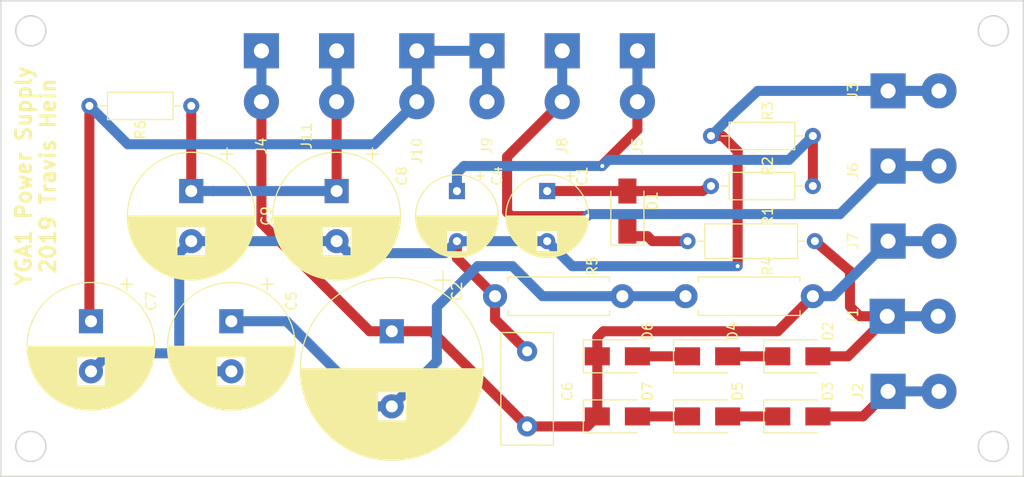
<source format=kicad_pcb>
(kicad_pcb (version 20171130) (host pcbnew 5.0.2-1.fc29)

  (general
    (thickness 1.6)
    (drawings 21)
    (tracks 114)
    (zones 0)
    (modules 32)
    (nets 16)
  )

  (page A4)
  (layers
    (0 F.Cu signal)
    (31 B.Cu signal)
    (32 B.Adhes user)
    (33 F.Adhes user)
    (34 B.Paste user)
    (35 F.Paste user)
    (36 B.SilkS user)
    (37 F.SilkS user)
    (38 B.Mask user)
    (39 F.Mask user)
    (40 Dwgs.User user)
    (41 Cmts.User user)
    (42 Eco1.User user)
    (43 Eco2.User user)
    (44 Edge.Cuts user)
    (45 Margin user)
    (46 B.CrtYd user)
    (47 F.CrtYd user)
    (48 B.Fab user)
    (49 F.Fab user)
  )

  (setup
    (last_trace_width 1)
    (trace_clearance 1)
    (zone_clearance 0.508)
    (zone_45_only no)
    (trace_min 0.2)
    (segment_width 0.2)
    (edge_width 0.15)
    (via_size 0.8)
    (via_drill 0.4)
    (via_min_size 0.4)
    (via_min_drill 0.3)
    (uvia_size 0.3)
    (uvia_drill 0.1)
    (uvias_allowed no)
    (uvia_min_size 0.2)
    (uvia_min_drill 0.1)
    (pcb_text_width 0.3)
    (pcb_text_size 1.5 1.5)
    (mod_edge_width 0.15)
    (mod_text_size 1 1)
    (mod_text_width 0.15)
    (pad_size 1.524 1.524)
    (pad_drill 0.762)
    (pad_to_mask_clearance 0.051)
    (solder_mask_min_width 0.25)
    (aux_axis_origin 0 0)
    (visible_elements FFFFFF7F)
    (pcbplotparams
      (layerselection 0x010fc_ffffffff)
      (usegerberextensions false)
      (usegerberattributes false)
      (usegerberadvancedattributes false)
      (creategerberjobfile false)
      (excludeedgelayer true)
      (linewidth 0.100000)
      (plotframeref false)
      (viasonmask false)
      (mode 1)
      (useauxorigin false)
      (hpglpennumber 1)
      (hpglpenspeed 20)
      (hpglpendiameter 15.000000)
      (psnegative false)
      (psa4output false)
      (plotreference true)
      (plotvalue true)
      (plotinvisibletext false)
      (padsonsilk false)
      (subtractmaskfromsilk false)
      (outputformat 1)
      (mirror false)
      (drillshape 1)
      (scaleselection 1)
      (outputdirectory ""))
  )

  (net 0 "")
  (net 1 "Net-(C1-Pad1)")
  (net 2 "Net-(C1-Pad2)")
  (net 3 "Net-(C2-Pad1)")
  (net 4 "Net-(C2-Pad2)")
  (net 5 "Net-(C4-Pad1)")
  (net 6 "Net-(C7-Pad1)")
  (net 7 "Net-(C8-Pad1)")
  (net 8 "Net-(D1-Pad1)")
  (net 9 "Net-(D2-Pad1)")
  (net 10 "Net-(D2-Pad2)")
  (net 11 "Net-(D3-Pad2)")
  (net 12 "Net-(D3-Pad1)")
  (net 13 "Net-(D4-Pad1)")
  (net 14 "Net-(D5-Pad1)")
  (net 15 "Net-(J6-Pad1)")

  (net_class Default "This is the default net class."
    (clearance 1)
    (trace_width 1)
    (via_dia 0.8)
    (via_drill 0.4)
    (uvia_dia 0.3)
    (uvia_drill 0.1)
    (add_net "Net-(C1-Pad1)")
    (add_net "Net-(C1-Pad2)")
    (add_net "Net-(C2-Pad1)")
    (add_net "Net-(C2-Pad2)")
    (add_net "Net-(C4-Pad1)")
    (add_net "Net-(C7-Pad1)")
    (add_net "Net-(C8-Pad1)")
    (add_net "Net-(D1-Pad1)")
    (add_net "Net-(D2-Pad1)")
    (add_net "Net-(D2-Pad2)")
    (add_net "Net-(D3-Pad1)")
    (add_net "Net-(D3-Pad2)")
    (add_net "Net-(D4-Pad1)")
    (add_net "Net-(D5-Pad1)")
    (add_net "Net-(J6-Pad1)")
  )

  (module Capacitor_THT:CP_Radial_D8.0mm_P5.00mm (layer F.Cu) (tedit 5AE50EF0) (tstamp 5C523C75)
    (at 119.5 101.5 270)
    (descr "CP, Radial series, Radial, pin pitch=5.00mm, , diameter=8mm, Electrolytic Capacitor")
    (tags "CP Radial series Radial pin pitch 5.00mm  diameter 8mm Electrolytic Capacitor")
    (path /5C4D2043)
    (fp_text reference C1 (at -1.5 -3.5 270) (layer F.SilkS)
      (effects (font (size 1 1) (thickness 0.15)))
    )
    (fp_text value "8.2uF 250V" (at 2.5 5.25 270) (layer F.Fab)
      (effects (font (size 1 1) (thickness 0.15)))
    )
    (fp_circle (center 2.5 0) (end 6.5 0) (layer F.Fab) (width 0.1))
    (fp_circle (center 2.5 0) (end 6.62 0) (layer F.SilkS) (width 0.12))
    (fp_circle (center 2.5 0) (end 6.75 0) (layer F.CrtYd) (width 0.05))
    (fp_line (start -0.926759 -1.7475) (end -0.126759 -1.7475) (layer F.Fab) (width 0.1))
    (fp_line (start -0.526759 -2.1475) (end -0.526759 -1.3475) (layer F.Fab) (width 0.1))
    (fp_line (start 2.5 -4.08) (end 2.5 4.08) (layer F.SilkS) (width 0.12))
    (fp_line (start 2.54 -4.08) (end 2.54 4.08) (layer F.SilkS) (width 0.12))
    (fp_line (start 2.58 -4.08) (end 2.58 4.08) (layer F.SilkS) (width 0.12))
    (fp_line (start 2.62 -4.079) (end 2.62 4.079) (layer F.SilkS) (width 0.12))
    (fp_line (start 2.66 -4.077) (end 2.66 4.077) (layer F.SilkS) (width 0.12))
    (fp_line (start 2.7 -4.076) (end 2.7 4.076) (layer F.SilkS) (width 0.12))
    (fp_line (start 2.74 -4.074) (end 2.74 4.074) (layer F.SilkS) (width 0.12))
    (fp_line (start 2.78 -4.071) (end 2.78 4.071) (layer F.SilkS) (width 0.12))
    (fp_line (start 2.82 -4.068) (end 2.82 4.068) (layer F.SilkS) (width 0.12))
    (fp_line (start 2.86 -4.065) (end 2.86 4.065) (layer F.SilkS) (width 0.12))
    (fp_line (start 2.9 -4.061) (end 2.9 4.061) (layer F.SilkS) (width 0.12))
    (fp_line (start 2.94 -4.057) (end 2.94 4.057) (layer F.SilkS) (width 0.12))
    (fp_line (start 2.98 -4.052) (end 2.98 4.052) (layer F.SilkS) (width 0.12))
    (fp_line (start 3.02 -4.048) (end 3.02 4.048) (layer F.SilkS) (width 0.12))
    (fp_line (start 3.06 -4.042) (end 3.06 4.042) (layer F.SilkS) (width 0.12))
    (fp_line (start 3.1 -4.037) (end 3.1 4.037) (layer F.SilkS) (width 0.12))
    (fp_line (start 3.14 -4.03) (end 3.14 4.03) (layer F.SilkS) (width 0.12))
    (fp_line (start 3.18 -4.024) (end 3.18 4.024) (layer F.SilkS) (width 0.12))
    (fp_line (start 3.221 -4.017) (end 3.221 4.017) (layer F.SilkS) (width 0.12))
    (fp_line (start 3.261 -4.01) (end 3.261 4.01) (layer F.SilkS) (width 0.12))
    (fp_line (start 3.301 -4.002) (end 3.301 4.002) (layer F.SilkS) (width 0.12))
    (fp_line (start 3.341 -3.994) (end 3.341 3.994) (layer F.SilkS) (width 0.12))
    (fp_line (start 3.381 -3.985) (end 3.381 3.985) (layer F.SilkS) (width 0.12))
    (fp_line (start 3.421 -3.976) (end 3.421 3.976) (layer F.SilkS) (width 0.12))
    (fp_line (start 3.461 -3.967) (end 3.461 3.967) (layer F.SilkS) (width 0.12))
    (fp_line (start 3.501 -3.957) (end 3.501 3.957) (layer F.SilkS) (width 0.12))
    (fp_line (start 3.541 -3.947) (end 3.541 3.947) (layer F.SilkS) (width 0.12))
    (fp_line (start 3.581 -3.936) (end 3.581 3.936) (layer F.SilkS) (width 0.12))
    (fp_line (start 3.621 -3.925) (end 3.621 3.925) (layer F.SilkS) (width 0.12))
    (fp_line (start 3.661 -3.914) (end 3.661 3.914) (layer F.SilkS) (width 0.12))
    (fp_line (start 3.701 -3.902) (end 3.701 3.902) (layer F.SilkS) (width 0.12))
    (fp_line (start 3.741 -3.889) (end 3.741 3.889) (layer F.SilkS) (width 0.12))
    (fp_line (start 3.781 -3.877) (end 3.781 3.877) (layer F.SilkS) (width 0.12))
    (fp_line (start 3.821 -3.863) (end 3.821 3.863) (layer F.SilkS) (width 0.12))
    (fp_line (start 3.861 -3.85) (end 3.861 3.85) (layer F.SilkS) (width 0.12))
    (fp_line (start 3.901 -3.835) (end 3.901 3.835) (layer F.SilkS) (width 0.12))
    (fp_line (start 3.941 -3.821) (end 3.941 3.821) (layer F.SilkS) (width 0.12))
    (fp_line (start 3.981 -3.805) (end 3.981 -1.04) (layer F.SilkS) (width 0.12))
    (fp_line (start 3.981 1.04) (end 3.981 3.805) (layer F.SilkS) (width 0.12))
    (fp_line (start 4.021 -3.79) (end 4.021 -1.04) (layer F.SilkS) (width 0.12))
    (fp_line (start 4.021 1.04) (end 4.021 3.79) (layer F.SilkS) (width 0.12))
    (fp_line (start 4.061 -3.774) (end 4.061 -1.04) (layer F.SilkS) (width 0.12))
    (fp_line (start 4.061 1.04) (end 4.061 3.774) (layer F.SilkS) (width 0.12))
    (fp_line (start 4.101 -3.757) (end 4.101 -1.04) (layer F.SilkS) (width 0.12))
    (fp_line (start 4.101 1.04) (end 4.101 3.757) (layer F.SilkS) (width 0.12))
    (fp_line (start 4.141 -3.74) (end 4.141 -1.04) (layer F.SilkS) (width 0.12))
    (fp_line (start 4.141 1.04) (end 4.141 3.74) (layer F.SilkS) (width 0.12))
    (fp_line (start 4.181 -3.722) (end 4.181 -1.04) (layer F.SilkS) (width 0.12))
    (fp_line (start 4.181 1.04) (end 4.181 3.722) (layer F.SilkS) (width 0.12))
    (fp_line (start 4.221 -3.704) (end 4.221 -1.04) (layer F.SilkS) (width 0.12))
    (fp_line (start 4.221 1.04) (end 4.221 3.704) (layer F.SilkS) (width 0.12))
    (fp_line (start 4.261 -3.686) (end 4.261 -1.04) (layer F.SilkS) (width 0.12))
    (fp_line (start 4.261 1.04) (end 4.261 3.686) (layer F.SilkS) (width 0.12))
    (fp_line (start 4.301 -3.666) (end 4.301 -1.04) (layer F.SilkS) (width 0.12))
    (fp_line (start 4.301 1.04) (end 4.301 3.666) (layer F.SilkS) (width 0.12))
    (fp_line (start 4.341 -3.647) (end 4.341 -1.04) (layer F.SilkS) (width 0.12))
    (fp_line (start 4.341 1.04) (end 4.341 3.647) (layer F.SilkS) (width 0.12))
    (fp_line (start 4.381 -3.627) (end 4.381 -1.04) (layer F.SilkS) (width 0.12))
    (fp_line (start 4.381 1.04) (end 4.381 3.627) (layer F.SilkS) (width 0.12))
    (fp_line (start 4.421 -3.606) (end 4.421 -1.04) (layer F.SilkS) (width 0.12))
    (fp_line (start 4.421 1.04) (end 4.421 3.606) (layer F.SilkS) (width 0.12))
    (fp_line (start 4.461 -3.584) (end 4.461 -1.04) (layer F.SilkS) (width 0.12))
    (fp_line (start 4.461 1.04) (end 4.461 3.584) (layer F.SilkS) (width 0.12))
    (fp_line (start 4.501 -3.562) (end 4.501 -1.04) (layer F.SilkS) (width 0.12))
    (fp_line (start 4.501 1.04) (end 4.501 3.562) (layer F.SilkS) (width 0.12))
    (fp_line (start 4.541 -3.54) (end 4.541 -1.04) (layer F.SilkS) (width 0.12))
    (fp_line (start 4.541 1.04) (end 4.541 3.54) (layer F.SilkS) (width 0.12))
    (fp_line (start 4.581 -3.517) (end 4.581 -1.04) (layer F.SilkS) (width 0.12))
    (fp_line (start 4.581 1.04) (end 4.581 3.517) (layer F.SilkS) (width 0.12))
    (fp_line (start 4.621 -3.493) (end 4.621 -1.04) (layer F.SilkS) (width 0.12))
    (fp_line (start 4.621 1.04) (end 4.621 3.493) (layer F.SilkS) (width 0.12))
    (fp_line (start 4.661 -3.469) (end 4.661 -1.04) (layer F.SilkS) (width 0.12))
    (fp_line (start 4.661 1.04) (end 4.661 3.469) (layer F.SilkS) (width 0.12))
    (fp_line (start 4.701 -3.444) (end 4.701 -1.04) (layer F.SilkS) (width 0.12))
    (fp_line (start 4.701 1.04) (end 4.701 3.444) (layer F.SilkS) (width 0.12))
    (fp_line (start 4.741 -3.418) (end 4.741 -1.04) (layer F.SilkS) (width 0.12))
    (fp_line (start 4.741 1.04) (end 4.741 3.418) (layer F.SilkS) (width 0.12))
    (fp_line (start 4.781 -3.392) (end 4.781 -1.04) (layer F.SilkS) (width 0.12))
    (fp_line (start 4.781 1.04) (end 4.781 3.392) (layer F.SilkS) (width 0.12))
    (fp_line (start 4.821 -3.365) (end 4.821 -1.04) (layer F.SilkS) (width 0.12))
    (fp_line (start 4.821 1.04) (end 4.821 3.365) (layer F.SilkS) (width 0.12))
    (fp_line (start 4.861 -3.338) (end 4.861 -1.04) (layer F.SilkS) (width 0.12))
    (fp_line (start 4.861 1.04) (end 4.861 3.338) (layer F.SilkS) (width 0.12))
    (fp_line (start 4.901 -3.309) (end 4.901 -1.04) (layer F.SilkS) (width 0.12))
    (fp_line (start 4.901 1.04) (end 4.901 3.309) (layer F.SilkS) (width 0.12))
    (fp_line (start 4.941 -3.28) (end 4.941 -1.04) (layer F.SilkS) (width 0.12))
    (fp_line (start 4.941 1.04) (end 4.941 3.28) (layer F.SilkS) (width 0.12))
    (fp_line (start 4.981 -3.25) (end 4.981 -1.04) (layer F.SilkS) (width 0.12))
    (fp_line (start 4.981 1.04) (end 4.981 3.25) (layer F.SilkS) (width 0.12))
    (fp_line (start 5.021 -3.22) (end 5.021 -1.04) (layer F.SilkS) (width 0.12))
    (fp_line (start 5.021 1.04) (end 5.021 3.22) (layer F.SilkS) (width 0.12))
    (fp_line (start 5.061 -3.189) (end 5.061 -1.04) (layer F.SilkS) (width 0.12))
    (fp_line (start 5.061 1.04) (end 5.061 3.189) (layer F.SilkS) (width 0.12))
    (fp_line (start 5.101 -3.156) (end 5.101 -1.04) (layer F.SilkS) (width 0.12))
    (fp_line (start 5.101 1.04) (end 5.101 3.156) (layer F.SilkS) (width 0.12))
    (fp_line (start 5.141 -3.124) (end 5.141 -1.04) (layer F.SilkS) (width 0.12))
    (fp_line (start 5.141 1.04) (end 5.141 3.124) (layer F.SilkS) (width 0.12))
    (fp_line (start 5.181 -3.09) (end 5.181 -1.04) (layer F.SilkS) (width 0.12))
    (fp_line (start 5.181 1.04) (end 5.181 3.09) (layer F.SilkS) (width 0.12))
    (fp_line (start 5.221 -3.055) (end 5.221 -1.04) (layer F.SilkS) (width 0.12))
    (fp_line (start 5.221 1.04) (end 5.221 3.055) (layer F.SilkS) (width 0.12))
    (fp_line (start 5.261 -3.019) (end 5.261 -1.04) (layer F.SilkS) (width 0.12))
    (fp_line (start 5.261 1.04) (end 5.261 3.019) (layer F.SilkS) (width 0.12))
    (fp_line (start 5.301 -2.983) (end 5.301 -1.04) (layer F.SilkS) (width 0.12))
    (fp_line (start 5.301 1.04) (end 5.301 2.983) (layer F.SilkS) (width 0.12))
    (fp_line (start 5.341 -2.945) (end 5.341 -1.04) (layer F.SilkS) (width 0.12))
    (fp_line (start 5.341 1.04) (end 5.341 2.945) (layer F.SilkS) (width 0.12))
    (fp_line (start 5.381 -2.907) (end 5.381 -1.04) (layer F.SilkS) (width 0.12))
    (fp_line (start 5.381 1.04) (end 5.381 2.907) (layer F.SilkS) (width 0.12))
    (fp_line (start 5.421 -2.867) (end 5.421 -1.04) (layer F.SilkS) (width 0.12))
    (fp_line (start 5.421 1.04) (end 5.421 2.867) (layer F.SilkS) (width 0.12))
    (fp_line (start 5.461 -2.826) (end 5.461 -1.04) (layer F.SilkS) (width 0.12))
    (fp_line (start 5.461 1.04) (end 5.461 2.826) (layer F.SilkS) (width 0.12))
    (fp_line (start 5.501 -2.784) (end 5.501 -1.04) (layer F.SilkS) (width 0.12))
    (fp_line (start 5.501 1.04) (end 5.501 2.784) (layer F.SilkS) (width 0.12))
    (fp_line (start 5.541 -2.741) (end 5.541 -1.04) (layer F.SilkS) (width 0.12))
    (fp_line (start 5.541 1.04) (end 5.541 2.741) (layer F.SilkS) (width 0.12))
    (fp_line (start 5.581 -2.697) (end 5.581 -1.04) (layer F.SilkS) (width 0.12))
    (fp_line (start 5.581 1.04) (end 5.581 2.697) (layer F.SilkS) (width 0.12))
    (fp_line (start 5.621 -2.651) (end 5.621 -1.04) (layer F.SilkS) (width 0.12))
    (fp_line (start 5.621 1.04) (end 5.621 2.651) (layer F.SilkS) (width 0.12))
    (fp_line (start 5.661 -2.604) (end 5.661 -1.04) (layer F.SilkS) (width 0.12))
    (fp_line (start 5.661 1.04) (end 5.661 2.604) (layer F.SilkS) (width 0.12))
    (fp_line (start 5.701 -2.556) (end 5.701 -1.04) (layer F.SilkS) (width 0.12))
    (fp_line (start 5.701 1.04) (end 5.701 2.556) (layer F.SilkS) (width 0.12))
    (fp_line (start 5.741 -2.505) (end 5.741 -1.04) (layer F.SilkS) (width 0.12))
    (fp_line (start 5.741 1.04) (end 5.741 2.505) (layer F.SilkS) (width 0.12))
    (fp_line (start 5.781 -2.454) (end 5.781 -1.04) (layer F.SilkS) (width 0.12))
    (fp_line (start 5.781 1.04) (end 5.781 2.454) (layer F.SilkS) (width 0.12))
    (fp_line (start 5.821 -2.4) (end 5.821 -1.04) (layer F.SilkS) (width 0.12))
    (fp_line (start 5.821 1.04) (end 5.821 2.4) (layer F.SilkS) (width 0.12))
    (fp_line (start 5.861 -2.345) (end 5.861 -1.04) (layer F.SilkS) (width 0.12))
    (fp_line (start 5.861 1.04) (end 5.861 2.345) (layer F.SilkS) (width 0.12))
    (fp_line (start 5.901 -2.287) (end 5.901 -1.04) (layer F.SilkS) (width 0.12))
    (fp_line (start 5.901 1.04) (end 5.901 2.287) (layer F.SilkS) (width 0.12))
    (fp_line (start 5.941 -2.228) (end 5.941 -1.04) (layer F.SilkS) (width 0.12))
    (fp_line (start 5.941 1.04) (end 5.941 2.228) (layer F.SilkS) (width 0.12))
    (fp_line (start 5.981 -2.166) (end 5.981 -1.04) (layer F.SilkS) (width 0.12))
    (fp_line (start 5.981 1.04) (end 5.981 2.166) (layer F.SilkS) (width 0.12))
    (fp_line (start 6.021 -2.102) (end 6.021 -1.04) (layer F.SilkS) (width 0.12))
    (fp_line (start 6.021 1.04) (end 6.021 2.102) (layer F.SilkS) (width 0.12))
    (fp_line (start 6.061 -2.034) (end 6.061 2.034) (layer F.SilkS) (width 0.12))
    (fp_line (start 6.101 -1.964) (end 6.101 1.964) (layer F.SilkS) (width 0.12))
    (fp_line (start 6.141 -1.89) (end 6.141 1.89) (layer F.SilkS) (width 0.12))
    (fp_line (start 6.181 -1.813) (end 6.181 1.813) (layer F.SilkS) (width 0.12))
    (fp_line (start 6.221 -1.731) (end 6.221 1.731) (layer F.SilkS) (width 0.12))
    (fp_line (start 6.261 -1.645) (end 6.261 1.645) (layer F.SilkS) (width 0.12))
    (fp_line (start 6.301 -1.552) (end 6.301 1.552) (layer F.SilkS) (width 0.12))
    (fp_line (start 6.341 -1.453) (end 6.341 1.453) (layer F.SilkS) (width 0.12))
    (fp_line (start 6.381 -1.346) (end 6.381 1.346) (layer F.SilkS) (width 0.12))
    (fp_line (start 6.421 -1.229) (end 6.421 1.229) (layer F.SilkS) (width 0.12))
    (fp_line (start 6.461 -1.098) (end 6.461 1.098) (layer F.SilkS) (width 0.12))
    (fp_line (start 6.501 -0.948) (end 6.501 0.948) (layer F.SilkS) (width 0.12))
    (fp_line (start 6.541 -0.768) (end 6.541 0.768) (layer F.SilkS) (width 0.12))
    (fp_line (start 6.581 -0.533) (end 6.581 0.533) (layer F.SilkS) (width 0.12))
    (fp_line (start -1.909698 -2.315) (end -1.109698 -2.315) (layer F.SilkS) (width 0.12))
    (fp_line (start -1.509698 -2.715) (end -1.509698 -1.915) (layer F.SilkS) (width 0.12))
    (fp_text user %R (at 2.5 0 270) (layer F.Fab)
      (effects (font (size 1 1) (thickness 0.15)))
    )
    (pad 1 thru_hole rect (at 0 0 270) (size 1.6 1.6) (drill 0.8) (layers *.Cu *.Mask)
      (net 1 "Net-(C1-Pad1)"))
    (pad 2 thru_hole circle (at 5 0 270) (size 1.6 1.6) (drill 0.8) (layers *.Cu *.Mask)
      (net 2 "Net-(C1-Pad2)"))
    (model ${KISYS3DMOD}/Capacitor_THT.3dshapes/CP_Radial_D8.0mm_P5.00mm.wrl
      (at (xyz 0 0 0))
      (scale (xyz 1 1 1))
      (rotate (xyz 0 0 0))
    )
  )

  (module Capacitor_THT:CP_Radial_D8.0mm_P5.00mm (layer F.Cu) (tedit 5AE50EF0) (tstamp 5C4F0F26)
    (at 110.5 101.5 270)
    (descr "CP, Radial series, Radial, pin pitch=5.00mm, , diameter=8mm, Electrolytic Capacitor")
    (tags "CP Radial series Radial pin pitch 5.00mm  diameter 8mm Electrolytic Capacitor")
    (path /5C4D20CB)
    (fp_text reference C4 (at -1.5 -4 270) (layer F.SilkS)
      (effects (font (size 1 1) (thickness 0.15)))
    )
    (fp_text value "8.2uF 250V" (at 2.5 5.25 270) (layer F.Fab)
      (effects (font (size 1 1) (thickness 0.15)))
    )
    (fp_text user %R (at 2.5 0 270) (layer F.Fab)
      (effects (font (size 1 1) (thickness 0.15)))
    )
    (fp_line (start -1.509698 -2.715) (end -1.509698 -1.915) (layer F.SilkS) (width 0.12))
    (fp_line (start -1.909698 -2.315) (end -1.109698 -2.315) (layer F.SilkS) (width 0.12))
    (fp_line (start 6.581 -0.533) (end 6.581 0.533) (layer F.SilkS) (width 0.12))
    (fp_line (start 6.541 -0.768) (end 6.541 0.768) (layer F.SilkS) (width 0.12))
    (fp_line (start 6.501 -0.948) (end 6.501 0.948) (layer F.SilkS) (width 0.12))
    (fp_line (start 6.461 -1.098) (end 6.461 1.098) (layer F.SilkS) (width 0.12))
    (fp_line (start 6.421 -1.229) (end 6.421 1.229) (layer F.SilkS) (width 0.12))
    (fp_line (start 6.381 -1.346) (end 6.381 1.346) (layer F.SilkS) (width 0.12))
    (fp_line (start 6.341 -1.453) (end 6.341 1.453) (layer F.SilkS) (width 0.12))
    (fp_line (start 6.301 -1.552) (end 6.301 1.552) (layer F.SilkS) (width 0.12))
    (fp_line (start 6.261 -1.645) (end 6.261 1.645) (layer F.SilkS) (width 0.12))
    (fp_line (start 6.221 -1.731) (end 6.221 1.731) (layer F.SilkS) (width 0.12))
    (fp_line (start 6.181 -1.813) (end 6.181 1.813) (layer F.SilkS) (width 0.12))
    (fp_line (start 6.141 -1.89) (end 6.141 1.89) (layer F.SilkS) (width 0.12))
    (fp_line (start 6.101 -1.964) (end 6.101 1.964) (layer F.SilkS) (width 0.12))
    (fp_line (start 6.061 -2.034) (end 6.061 2.034) (layer F.SilkS) (width 0.12))
    (fp_line (start 6.021 1.04) (end 6.021 2.102) (layer F.SilkS) (width 0.12))
    (fp_line (start 6.021 -2.102) (end 6.021 -1.04) (layer F.SilkS) (width 0.12))
    (fp_line (start 5.981 1.04) (end 5.981 2.166) (layer F.SilkS) (width 0.12))
    (fp_line (start 5.981 -2.166) (end 5.981 -1.04) (layer F.SilkS) (width 0.12))
    (fp_line (start 5.941 1.04) (end 5.941 2.228) (layer F.SilkS) (width 0.12))
    (fp_line (start 5.941 -2.228) (end 5.941 -1.04) (layer F.SilkS) (width 0.12))
    (fp_line (start 5.901 1.04) (end 5.901 2.287) (layer F.SilkS) (width 0.12))
    (fp_line (start 5.901 -2.287) (end 5.901 -1.04) (layer F.SilkS) (width 0.12))
    (fp_line (start 5.861 1.04) (end 5.861 2.345) (layer F.SilkS) (width 0.12))
    (fp_line (start 5.861 -2.345) (end 5.861 -1.04) (layer F.SilkS) (width 0.12))
    (fp_line (start 5.821 1.04) (end 5.821 2.4) (layer F.SilkS) (width 0.12))
    (fp_line (start 5.821 -2.4) (end 5.821 -1.04) (layer F.SilkS) (width 0.12))
    (fp_line (start 5.781 1.04) (end 5.781 2.454) (layer F.SilkS) (width 0.12))
    (fp_line (start 5.781 -2.454) (end 5.781 -1.04) (layer F.SilkS) (width 0.12))
    (fp_line (start 5.741 1.04) (end 5.741 2.505) (layer F.SilkS) (width 0.12))
    (fp_line (start 5.741 -2.505) (end 5.741 -1.04) (layer F.SilkS) (width 0.12))
    (fp_line (start 5.701 1.04) (end 5.701 2.556) (layer F.SilkS) (width 0.12))
    (fp_line (start 5.701 -2.556) (end 5.701 -1.04) (layer F.SilkS) (width 0.12))
    (fp_line (start 5.661 1.04) (end 5.661 2.604) (layer F.SilkS) (width 0.12))
    (fp_line (start 5.661 -2.604) (end 5.661 -1.04) (layer F.SilkS) (width 0.12))
    (fp_line (start 5.621 1.04) (end 5.621 2.651) (layer F.SilkS) (width 0.12))
    (fp_line (start 5.621 -2.651) (end 5.621 -1.04) (layer F.SilkS) (width 0.12))
    (fp_line (start 5.581 1.04) (end 5.581 2.697) (layer F.SilkS) (width 0.12))
    (fp_line (start 5.581 -2.697) (end 5.581 -1.04) (layer F.SilkS) (width 0.12))
    (fp_line (start 5.541 1.04) (end 5.541 2.741) (layer F.SilkS) (width 0.12))
    (fp_line (start 5.541 -2.741) (end 5.541 -1.04) (layer F.SilkS) (width 0.12))
    (fp_line (start 5.501 1.04) (end 5.501 2.784) (layer F.SilkS) (width 0.12))
    (fp_line (start 5.501 -2.784) (end 5.501 -1.04) (layer F.SilkS) (width 0.12))
    (fp_line (start 5.461 1.04) (end 5.461 2.826) (layer F.SilkS) (width 0.12))
    (fp_line (start 5.461 -2.826) (end 5.461 -1.04) (layer F.SilkS) (width 0.12))
    (fp_line (start 5.421 1.04) (end 5.421 2.867) (layer F.SilkS) (width 0.12))
    (fp_line (start 5.421 -2.867) (end 5.421 -1.04) (layer F.SilkS) (width 0.12))
    (fp_line (start 5.381 1.04) (end 5.381 2.907) (layer F.SilkS) (width 0.12))
    (fp_line (start 5.381 -2.907) (end 5.381 -1.04) (layer F.SilkS) (width 0.12))
    (fp_line (start 5.341 1.04) (end 5.341 2.945) (layer F.SilkS) (width 0.12))
    (fp_line (start 5.341 -2.945) (end 5.341 -1.04) (layer F.SilkS) (width 0.12))
    (fp_line (start 5.301 1.04) (end 5.301 2.983) (layer F.SilkS) (width 0.12))
    (fp_line (start 5.301 -2.983) (end 5.301 -1.04) (layer F.SilkS) (width 0.12))
    (fp_line (start 5.261 1.04) (end 5.261 3.019) (layer F.SilkS) (width 0.12))
    (fp_line (start 5.261 -3.019) (end 5.261 -1.04) (layer F.SilkS) (width 0.12))
    (fp_line (start 5.221 1.04) (end 5.221 3.055) (layer F.SilkS) (width 0.12))
    (fp_line (start 5.221 -3.055) (end 5.221 -1.04) (layer F.SilkS) (width 0.12))
    (fp_line (start 5.181 1.04) (end 5.181 3.09) (layer F.SilkS) (width 0.12))
    (fp_line (start 5.181 -3.09) (end 5.181 -1.04) (layer F.SilkS) (width 0.12))
    (fp_line (start 5.141 1.04) (end 5.141 3.124) (layer F.SilkS) (width 0.12))
    (fp_line (start 5.141 -3.124) (end 5.141 -1.04) (layer F.SilkS) (width 0.12))
    (fp_line (start 5.101 1.04) (end 5.101 3.156) (layer F.SilkS) (width 0.12))
    (fp_line (start 5.101 -3.156) (end 5.101 -1.04) (layer F.SilkS) (width 0.12))
    (fp_line (start 5.061 1.04) (end 5.061 3.189) (layer F.SilkS) (width 0.12))
    (fp_line (start 5.061 -3.189) (end 5.061 -1.04) (layer F.SilkS) (width 0.12))
    (fp_line (start 5.021 1.04) (end 5.021 3.22) (layer F.SilkS) (width 0.12))
    (fp_line (start 5.021 -3.22) (end 5.021 -1.04) (layer F.SilkS) (width 0.12))
    (fp_line (start 4.981 1.04) (end 4.981 3.25) (layer F.SilkS) (width 0.12))
    (fp_line (start 4.981 -3.25) (end 4.981 -1.04) (layer F.SilkS) (width 0.12))
    (fp_line (start 4.941 1.04) (end 4.941 3.28) (layer F.SilkS) (width 0.12))
    (fp_line (start 4.941 -3.28) (end 4.941 -1.04) (layer F.SilkS) (width 0.12))
    (fp_line (start 4.901 1.04) (end 4.901 3.309) (layer F.SilkS) (width 0.12))
    (fp_line (start 4.901 -3.309) (end 4.901 -1.04) (layer F.SilkS) (width 0.12))
    (fp_line (start 4.861 1.04) (end 4.861 3.338) (layer F.SilkS) (width 0.12))
    (fp_line (start 4.861 -3.338) (end 4.861 -1.04) (layer F.SilkS) (width 0.12))
    (fp_line (start 4.821 1.04) (end 4.821 3.365) (layer F.SilkS) (width 0.12))
    (fp_line (start 4.821 -3.365) (end 4.821 -1.04) (layer F.SilkS) (width 0.12))
    (fp_line (start 4.781 1.04) (end 4.781 3.392) (layer F.SilkS) (width 0.12))
    (fp_line (start 4.781 -3.392) (end 4.781 -1.04) (layer F.SilkS) (width 0.12))
    (fp_line (start 4.741 1.04) (end 4.741 3.418) (layer F.SilkS) (width 0.12))
    (fp_line (start 4.741 -3.418) (end 4.741 -1.04) (layer F.SilkS) (width 0.12))
    (fp_line (start 4.701 1.04) (end 4.701 3.444) (layer F.SilkS) (width 0.12))
    (fp_line (start 4.701 -3.444) (end 4.701 -1.04) (layer F.SilkS) (width 0.12))
    (fp_line (start 4.661 1.04) (end 4.661 3.469) (layer F.SilkS) (width 0.12))
    (fp_line (start 4.661 -3.469) (end 4.661 -1.04) (layer F.SilkS) (width 0.12))
    (fp_line (start 4.621 1.04) (end 4.621 3.493) (layer F.SilkS) (width 0.12))
    (fp_line (start 4.621 -3.493) (end 4.621 -1.04) (layer F.SilkS) (width 0.12))
    (fp_line (start 4.581 1.04) (end 4.581 3.517) (layer F.SilkS) (width 0.12))
    (fp_line (start 4.581 -3.517) (end 4.581 -1.04) (layer F.SilkS) (width 0.12))
    (fp_line (start 4.541 1.04) (end 4.541 3.54) (layer F.SilkS) (width 0.12))
    (fp_line (start 4.541 -3.54) (end 4.541 -1.04) (layer F.SilkS) (width 0.12))
    (fp_line (start 4.501 1.04) (end 4.501 3.562) (layer F.SilkS) (width 0.12))
    (fp_line (start 4.501 -3.562) (end 4.501 -1.04) (layer F.SilkS) (width 0.12))
    (fp_line (start 4.461 1.04) (end 4.461 3.584) (layer F.SilkS) (width 0.12))
    (fp_line (start 4.461 -3.584) (end 4.461 -1.04) (layer F.SilkS) (width 0.12))
    (fp_line (start 4.421 1.04) (end 4.421 3.606) (layer F.SilkS) (width 0.12))
    (fp_line (start 4.421 -3.606) (end 4.421 -1.04) (layer F.SilkS) (width 0.12))
    (fp_line (start 4.381 1.04) (end 4.381 3.627) (layer F.SilkS) (width 0.12))
    (fp_line (start 4.381 -3.627) (end 4.381 -1.04) (layer F.SilkS) (width 0.12))
    (fp_line (start 4.341 1.04) (end 4.341 3.647) (layer F.SilkS) (width 0.12))
    (fp_line (start 4.341 -3.647) (end 4.341 -1.04) (layer F.SilkS) (width 0.12))
    (fp_line (start 4.301 1.04) (end 4.301 3.666) (layer F.SilkS) (width 0.12))
    (fp_line (start 4.301 -3.666) (end 4.301 -1.04) (layer F.SilkS) (width 0.12))
    (fp_line (start 4.261 1.04) (end 4.261 3.686) (layer F.SilkS) (width 0.12))
    (fp_line (start 4.261 -3.686) (end 4.261 -1.04) (layer F.SilkS) (width 0.12))
    (fp_line (start 4.221 1.04) (end 4.221 3.704) (layer F.SilkS) (width 0.12))
    (fp_line (start 4.221 -3.704) (end 4.221 -1.04) (layer F.SilkS) (width 0.12))
    (fp_line (start 4.181 1.04) (end 4.181 3.722) (layer F.SilkS) (width 0.12))
    (fp_line (start 4.181 -3.722) (end 4.181 -1.04) (layer F.SilkS) (width 0.12))
    (fp_line (start 4.141 1.04) (end 4.141 3.74) (layer F.SilkS) (width 0.12))
    (fp_line (start 4.141 -3.74) (end 4.141 -1.04) (layer F.SilkS) (width 0.12))
    (fp_line (start 4.101 1.04) (end 4.101 3.757) (layer F.SilkS) (width 0.12))
    (fp_line (start 4.101 -3.757) (end 4.101 -1.04) (layer F.SilkS) (width 0.12))
    (fp_line (start 4.061 1.04) (end 4.061 3.774) (layer F.SilkS) (width 0.12))
    (fp_line (start 4.061 -3.774) (end 4.061 -1.04) (layer F.SilkS) (width 0.12))
    (fp_line (start 4.021 1.04) (end 4.021 3.79) (layer F.SilkS) (width 0.12))
    (fp_line (start 4.021 -3.79) (end 4.021 -1.04) (layer F.SilkS) (width 0.12))
    (fp_line (start 3.981 1.04) (end 3.981 3.805) (layer F.SilkS) (width 0.12))
    (fp_line (start 3.981 -3.805) (end 3.981 -1.04) (layer F.SilkS) (width 0.12))
    (fp_line (start 3.941 -3.821) (end 3.941 3.821) (layer F.SilkS) (width 0.12))
    (fp_line (start 3.901 -3.835) (end 3.901 3.835) (layer F.SilkS) (width 0.12))
    (fp_line (start 3.861 -3.85) (end 3.861 3.85) (layer F.SilkS) (width 0.12))
    (fp_line (start 3.821 -3.863) (end 3.821 3.863) (layer F.SilkS) (width 0.12))
    (fp_line (start 3.781 -3.877) (end 3.781 3.877) (layer F.SilkS) (width 0.12))
    (fp_line (start 3.741 -3.889) (end 3.741 3.889) (layer F.SilkS) (width 0.12))
    (fp_line (start 3.701 -3.902) (end 3.701 3.902) (layer F.SilkS) (width 0.12))
    (fp_line (start 3.661 -3.914) (end 3.661 3.914) (layer F.SilkS) (width 0.12))
    (fp_line (start 3.621 -3.925) (end 3.621 3.925) (layer F.SilkS) (width 0.12))
    (fp_line (start 3.581 -3.936) (end 3.581 3.936) (layer F.SilkS) (width 0.12))
    (fp_line (start 3.541 -3.947) (end 3.541 3.947) (layer F.SilkS) (width 0.12))
    (fp_line (start 3.501 -3.957) (end 3.501 3.957) (layer F.SilkS) (width 0.12))
    (fp_line (start 3.461 -3.967) (end 3.461 3.967) (layer F.SilkS) (width 0.12))
    (fp_line (start 3.421 -3.976) (end 3.421 3.976) (layer F.SilkS) (width 0.12))
    (fp_line (start 3.381 -3.985) (end 3.381 3.985) (layer F.SilkS) (width 0.12))
    (fp_line (start 3.341 -3.994) (end 3.341 3.994) (layer F.SilkS) (width 0.12))
    (fp_line (start 3.301 -4.002) (end 3.301 4.002) (layer F.SilkS) (width 0.12))
    (fp_line (start 3.261 -4.01) (end 3.261 4.01) (layer F.SilkS) (width 0.12))
    (fp_line (start 3.221 -4.017) (end 3.221 4.017) (layer F.SilkS) (width 0.12))
    (fp_line (start 3.18 -4.024) (end 3.18 4.024) (layer F.SilkS) (width 0.12))
    (fp_line (start 3.14 -4.03) (end 3.14 4.03) (layer F.SilkS) (width 0.12))
    (fp_line (start 3.1 -4.037) (end 3.1 4.037) (layer F.SilkS) (width 0.12))
    (fp_line (start 3.06 -4.042) (end 3.06 4.042) (layer F.SilkS) (width 0.12))
    (fp_line (start 3.02 -4.048) (end 3.02 4.048) (layer F.SilkS) (width 0.12))
    (fp_line (start 2.98 -4.052) (end 2.98 4.052) (layer F.SilkS) (width 0.12))
    (fp_line (start 2.94 -4.057) (end 2.94 4.057) (layer F.SilkS) (width 0.12))
    (fp_line (start 2.9 -4.061) (end 2.9 4.061) (layer F.SilkS) (width 0.12))
    (fp_line (start 2.86 -4.065) (end 2.86 4.065) (layer F.SilkS) (width 0.12))
    (fp_line (start 2.82 -4.068) (end 2.82 4.068) (layer F.SilkS) (width 0.12))
    (fp_line (start 2.78 -4.071) (end 2.78 4.071) (layer F.SilkS) (width 0.12))
    (fp_line (start 2.74 -4.074) (end 2.74 4.074) (layer F.SilkS) (width 0.12))
    (fp_line (start 2.7 -4.076) (end 2.7 4.076) (layer F.SilkS) (width 0.12))
    (fp_line (start 2.66 -4.077) (end 2.66 4.077) (layer F.SilkS) (width 0.12))
    (fp_line (start 2.62 -4.079) (end 2.62 4.079) (layer F.SilkS) (width 0.12))
    (fp_line (start 2.58 -4.08) (end 2.58 4.08) (layer F.SilkS) (width 0.12))
    (fp_line (start 2.54 -4.08) (end 2.54 4.08) (layer F.SilkS) (width 0.12))
    (fp_line (start 2.5 -4.08) (end 2.5 4.08) (layer F.SilkS) (width 0.12))
    (fp_line (start -0.526759 -2.1475) (end -0.526759 -1.3475) (layer F.Fab) (width 0.1))
    (fp_line (start -0.926759 -1.7475) (end -0.126759 -1.7475) (layer F.Fab) (width 0.1))
    (fp_circle (center 2.5 0) (end 6.75 0) (layer F.CrtYd) (width 0.05))
    (fp_circle (center 2.5 0) (end 6.62 0) (layer F.SilkS) (width 0.12))
    (fp_circle (center 2.5 0) (end 6.5 0) (layer F.Fab) (width 0.1))
    (pad 2 thru_hole circle (at 5 0 270) (size 1.6 1.6) (drill 0.8) (layers *.Cu *.Mask)
      (net 2 "Net-(C1-Pad2)"))
    (pad 1 thru_hole rect (at 0 0 270) (size 1.6 1.6) (drill 0.8) (layers *.Cu *.Mask)
      (net 5 "Net-(C4-Pad1)"))
    (model ${KISYS3DMOD}/Capacitor_THT.3dshapes/CP_Radial_D8.0mm_P5.00mm.wrl
      (at (xyz 0 0 0))
      (scale (xyz 1 1 1))
      (rotate (xyz 0 0 0))
    )
  )

  (module Capacitor_THT:CP_Radial_D12.5mm_P5.00mm (layer F.Cu) (tedit 5AE50EF1) (tstamp 5C4F101C)
    (at 88 114.5 270)
    (descr "CP, Radial series, Radial, pin pitch=5.00mm, , diameter=12.5mm, Electrolytic Capacitor")
    (tags "CP Radial series Radial pin pitch 5.00mm  diameter 12.5mm Electrolytic Capacitor")
    (path /5C4C3B0C)
    (fp_text reference C5 (at -2 -6 270) (layer F.SilkS)
      (effects (font (size 1 1) (thickness 0.15)))
    )
    (fp_text value "47uF 450V" (at 2.5 7.5 270) (layer F.Fab)
      (effects (font (size 1 1) (thickness 0.15)))
    )
    (fp_text user %R (at 2.5 0 270) (layer F.Fab)
      (effects (font (size 1 1) (thickness 0.15)))
    )
    (fp_line (start -3.692082 -4.2) (end -3.692082 -2.95) (layer F.SilkS) (width 0.12))
    (fp_line (start -4.317082 -3.575) (end -3.067082 -3.575) (layer F.SilkS) (width 0.12))
    (fp_line (start 8.861 -0.317) (end 8.861 0.317) (layer F.SilkS) (width 0.12))
    (fp_line (start 8.821 -0.757) (end 8.821 0.757) (layer F.SilkS) (width 0.12))
    (fp_line (start 8.781 -1.028) (end 8.781 1.028) (layer F.SilkS) (width 0.12))
    (fp_line (start 8.741 -1.241) (end 8.741 1.241) (layer F.SilkS) (width 0.12))
    (fp_line (start 8.701 -1.422) (end 8.701 1.422) (layer F.SilkS) (width 0.12))
    (fp_line (start 8.661 -1.583) (end 8.661 1.583) (layer F.SilkS) (width 0.12))
    (fp_line (start 8.621 -1.728) (end 8.621 1.728) (layer F.SilkS) (width 0.12))
    (fp_line (start 8.581 -1.861) (end 8.581 1.861) (layer F.SilkS) (width 0.12))
    (fp_line (start 8.541 -1.984) (end 8.541 1.984) (layer F.SilkS) (width 0.12))
    (fp_line (start 8.501 -2.1) (end 8.501 2.1) (layer F.SilkS) (width 0.12))
    (fp_line (start 8.461 -2.209) (end 8.461 2.209) (layer F.SilkS) (width 0.12))
    (fp_line (start 8.421 -2.312) (end 8.421 2.312) (layer F.SilkS) (width 0.12))
    (fp_line (start 8.381 -2.41) (end 8.381 2.41) (layer F.SilkS) (width 0.12))
    (fp_line (start 8.341 -2.504) (end 8.341 2.504) (layer F.SilkS) (width 0.12))
    (fp_line (start 8.301 -2.594) (end 8.301 2.594) (layer F.SilkS) (width 0.12))
    (fp_line (start 8.261 -2.681) (end 8.261 2.681) (layer F.SilkS) (width 0.12))
    (fp_line (start 8.221 -2.764) (end 8.221 2.764) (layer F.SilkS) (width 0.12))
    (fp_line (start 8.181 -2.844) (end 8.181 2.844) (layer F.SilkS) (width 0.12))
    (fp_line (start 8.141 -2.921) (end 8.141 2.921) (layer F.SilkS) (width 0.12))
    (fp_line (start 8.101 -2.996) (end 8.101 2.996) (layer F.SilkS) (width 0.12))
    (fp_line (start 8.061 -3.069) (end 8.061 3.069) (layer F.SilkS) (width 0.12))
    (fp_line (start 8.021 -3.14) (end 8.021 3.14) (layer F.SilkS) (width 0.12))
    (fp_line (start 7.981 -3.208) (end 7.981 3.208) (layer F.SilkS) (width 0.12))
    (fp_line (start 7.941 -3.275) (end 7.941 3.275) (layer F.SilkS) (width 0.12))
    (fp_line (start 7.901 -3.339) (end 7.901 3.339) (layer F.SilkS) (width 0.12))
    (fp_line (start 7.861 -3.402) (end 7.861 3.402) (layer F.SilkS) (width 0.12))
    (fp_line (start 7.821 -3.464) (end 7.821 3.464) (layer F.SilkS) (width 0.12))
    (fp_line (start 7.781 -3.524) (end 7.781 3.524) (layer F.SilkS) (width 0.12))
    (fp_line (start 7.741 -3.583) (end 7.741 3.583) (layer F.SilkS) (width 0.12))
    (fp_line (start 7.701 -3.64) (end 7.701 3.64) (layer F.SilkS) (width 0.12))
    (fp_line (start 7.661 -3.696) (end 7.661 3.696) (layer F.SilkS) (width 0.12))
    (fp_line (start 7.621 -3.75) (end 7.621 3.75) (layer F.SilkS) (width 0.12))
    (fp_line (start 7.581 -3.804) (end 7.581 3.804) (layer F.SilkS) (width 0.12))
    (fp_line (start 7.541 -3.856) (end 7.541 3.856) (layer F.SilkS) (width 0.12))
    (fp_line (start 7.501 -3.907) (end 7.501 3.907) (layer F.SilkS) (width 0.12))
    (fp_line (start 7.461 -3.957) (end 7.461 3.957) (layer F.SilkS) (width 0.12))
    (fp_line (start 7.421 -4.007) (end 7.421 4.007) (layer F.SilkS) (width 0.12))
    (fp_line (start 7.381 -4.055) (end 7.381 4.055) (layer F.SilkS) (width 0.12))
    (fp_line (start 7.341 -4.102) (end 7.341 4.102) (layer F.SilkS) (width 0.12))
    (fp_line (start 7.301 -4.148) (end 7.301 4.148) (layer F.SilkS) (width 0.12))
    (fp_line (start 7.261 -4.194) (end 7.261 4.194) (layer F.SilkS) (width 0.12))
    (fp_line (start 7.221 -4.238) (end 7.221 4.238) (layer F.SilkS) (width 0.12))
    (fp_line (start 7.181 -4.282) (end 7.181 4.282) (layer F.SilkS) (width 0.12))
    (fp_line (start 7.141 -4.325) (end 7.141 4.325) (layer F.SilkS) (width 0.12))
    (fp_line (start 7.101 -4.367) (end 7.101 4.367) (layer F.SilkS) (width 0.12))
    (fp_line (start 7.061 -4.408) (end 7.061 4.408) (layer F.SilkS) (width 0.12))
    (fp_line (start 7.021 -4.449) (end 7.021 4.449) (layer F.SilkS) (width 0.12))
    (fp_line (start 6.981 -4.489) (end 6.981 4.489) (layer F.SilkS) (width 0.12))
    (fp_line (start 6.941 -4.528) (end 6.941 4.528) (layer F.SilkS) (width 0.12))
    (fp_line (start 6.901 -4.567) (end 6.901 4.567) (layer F.SilkS) (width 0.12))
    (fp_line (start 6.861 -4.605) (end 6.861 4.605) (layer F.SilkS) (width 0.12))
    (fp_line (start 6.821 -4.642) (end 6.821 4.642) (layer F.SilkS) (width 0.12))
    (fp_line (start 6.781 -4.678) (end 6.781 4.678) (layer F.SilkS) (width 0.12))
    (fp_line (start 6.741 -4.714) (end 6.741 4.714) (layer F.SilkS) (width 0.12))
    (fp_line (start 6.701 -4.75) (end 6.701 4.75) (layer F.SilkS) (width 0.12))
    (fp_line (start 6.661 -4.785) (end 6.661 4.785) (layer F.SilkS) (width 0.12))
    (fp_line (start 6.621 -4.819) (end 6.621 4.819) (layer F.SilkS) (width 0.12))
    (fp_line (start 6.581 -4.852) (end 6.581 4.852) (layer F.SilkS) (width 0.12))
    (fp_line (start 6.541 -4.885) (end 6.541 4.885) (layer F.SilkS) (width 0.12))
    (fp_line (start 6.501 -4.918) (end 6.501 4.918) (layer F.SilkS) (width 0.12))
    (fp_line (start 6.461 -4.95) (end 6.461 4.95) (layer F.SilkS) (width 0.12))
    (fp_line (start 6.421 1.44) (end 6.421 4.982) (layer F.SilkS) (width 0.12))
    (fp_line (start 6.421 -4.982) (end 6.421 -1.44) (layer F.SilkS) (width 0.12))
    (fp_line (start 6.381 1.44) (end 6.381 5.012) (layer F.SilkS) (width 0.12))
    (fp_line (start 6.381 -5.012) (end 6.381 -1.44) (layer F.SilkS) (width 0.12))
    (fp_line (start 6.341 1.44) (end 6.341 5.043) (layer F.SilkS) (width 0.12))
    (fp_line (start 6.341 -5.043) (end 6.341 -1.44) (layer F.SilkS) (width 0.12))
    (fp_line (start 6.301 1.44) (end 6.301 5.073) (layer F.SilkS) (width 0.12))
    (fp_line (start 6.301 -5.073) (end 6.301 -1.44) (layer F.SilkS) (width 0.12))
    (fp_line (start 6.261 1.44) (end 6.261 5.102) (layer F.SilkS) (width 0.12))
    (fp_line (start 6.261 -5.102) (end 6.261 -1.44) (layer F.SilkS) (width 0.12))
    (fp_line (start 6.221 1.44) (end 6.221 5.131) (layer F.SilkS) (width 0.12))
    (fp_line (start 6.221 -5.131) (end 6.221 -1.44) (layer F.SilkS) (width 0.12))
    (fp_line (start 6.181 1.44) (end 6.181 5.16) (layer F.SilkS) (width 0.12))
    (fp_line (start 6.181 -5.16) (end 6.181 -1.44) (layer F.SilkS) (width 0.12))
    (fp_line (start 6.141 1.44) (end 6.141 5.188) (layer F.SilkS) (width 0.12))
    (fp_line (start 6.141 -5.188) (end 6.141 -1.44) (layer F.SilkS) (width 0.12))
    (fp_line (start 6.101 1.44) (end 6.101 5.216) (layer F.SilkS) (width 0.12))
    (fp_line (start 6.101 -5.216) (end 6.101 -1.44) (layer F.SilkS) (width 0.12))
    (fp_line (start 6.061 1.44) (end 6.061 5.243) (layer F.SilkS) (width 0.12))
    (fp_line (start 6.061 -5.243) (end 6.061 -1.44) (layer F.SilkS) (width 0.12))
    (fp_line (start 6.021 1.44) (end 6.021 5.27) (layer F.SilkS) (width 0.12))
    (fp_line (start 6.021 -5.27) (end 6.021 -1.44) (layer F.SilkS) (width 0.12))
    (fp_line (start 5.981 1.44) (end 5.981 5.296) (layer F.SilkS) (width 0.12))
    (fp_line (start 5.981 -5.296) (end 5.981 -1.44) (layer F.SilkS) (width 0.12))
    (fp_line (start 5.941 1.44) (end 5.941 5.322) (layer F.SilkS) (width 0.12))
    (fp_line (start 5.941 -5.322) (end 5.941 -1.44) (layer F.SilkS) (width 0.12))
    (fp_line (start 5.901 1.44) (end 5.901 5.347) (layer F.SilkS) (width 0.12))
    (fp_line (start 5.901 -5.347) (end 5.901 -1.44) (layer F.SilkS) (width 0.12))
    (fp_line (start 5.861 1.44) (end 5.861 5.372) (layer F.SilkS) (width 0.12))
    (fp_line (start 5.861 -5.372) (end 5.861 -1.44) (layer F.SilkS) (width 0.12))
    (fp_line (start 5.821 1.44) (end 5.821 5.397) (layer F.SilkS) (width 0.12))
    (fp_line (start 5.821 -5.397) (end 5.821 -1.44) (layer F.SilkS) (width 0.12))
    (fp_line (start 5.781 1.44) (end 5.781 5.421) (layer F.SilkS) (width 0.12))
    (fp_line (start 5.781 -5.421) (end 5.781 -1.44) (layer F.SilkS) (width 0.12))
    (fp_line (start 5.741 1.44) (end 5.741 5.445) (layer F.SilkS) (width 0.12))
    (fp_line (start 5.741 -5.445) (end 5.741 -1.44) (layer F.SilkS) (width 0.12))
    (fp_line (start 5.701 1.44) (end 5.701 5.468) (layer F.SilkS) (width 0.12))
    (fp_line (start 5.701 -5.468) (end 5.701 -1.44) (layer F.SilkS) (width 0.12))
    (fp_line (start 5.661 1.44) (end 5.661 5.491) (layer F.SilkS) (width 0.12))
    (fp_line (start 5.661 -5.491) (end 5.661 -1.44) (layer F.SilkS) (width 0.12))
    (fp_line (start 5.621 1.44) (end 5.621 5.514) (layer F.SilkS) (width 0.12))
    (fp_line (start 5.621 -5.514) (end 5.621 -1.44) (layer F.SilkS) (width 0.12))
    (fp_line (start 5.581 1.44) (end 5.581 5.536) (layer F.SilkS) (width 0.12))
    (fp_line (start 5.581 -5.536) (end 5.581 -1.44) (layer F.SilkS) (width 0.12))
    (fp_line (start 5.541 1.44) (end 5.541 5.558) (layer F.SilkS) (width 0.12))
    (fp_line (start 5.541 -5.558) (end 5.541 -1.44) (layer F.SilkS) (width 0.12))
    (fp_line (start 5.501 1.44) (end 5.501 5.58) (layer F.SilkS) (width 0.12))
    (fp_line (start 5.501 -5.58) (end 5.501 -1.44) (layer F.SilkS) (width 0.12))
    (fp_line (start 5.461 1.44) (end 5.461 5.601) (layer F.SilkS) (width 0.12))
    (fp_line (start 5.461 -5.601) (end 5.461 -1.44) (layer F.SilkS) (width 0.12))
    (fp_line (start 5.421 1.44) (end 5.421 5.622) (layer F.SilkS) (width 0.12))
    (fp_line (start 5.421 -5.622) (end 5.421 -1.44) (layer F.SilkS) (width 0.12))
    (fp_line (start 5.381 1.44) (end 5.381 5.642) (layer F.SilkS) (width 0.12))
    (fp_line (start 5.381 -5.642) (end 5.381 -1.44) (layer F.SilkS) (width 0.12))
    (fp_line (start 5.341 1.44) (end 5.341 5.662) (layer F.SilkS) (width 0.12))
    (fp_line (start 5.341 -5.662) (end 5.341 -1.44) (layer F.SilkS) (width 0.12))
    (fp_line (start 5.301 1.44) (end 5.301 5.682) (layer F.SilkS) (width 0.12))
    (fp_line (start 5.301 -5.682) (end 5.301 -1.44) (layer F.SilkS) (width 0.12))
    (fp_line (start 5.261 1.44) (end 5.261 5.702) (layer F.SilkS) (width 0.12))
    (fp_line (start 5.261 -5.702) (end 5.261 -1.44) (layer F.SilkS) (width 0.12))
    (fp_line (start 5.221 1.44) (end 5.221 5.721) (layer F.SilkS) (width 0.12))
    (fp_line (start 5.221 -5.721) (end 5.221 -1.44) (layer F.SilkS) (width 0.12))
    (fp_line (start 5.181 1.44) (end 5.181 5.739) (layer F.SilkS) (width 0.12))
    (fp_line (start 5.181 -5.739) (end 5.181 -1.44) (layer F.SilkS) (width 0.12))
    (fp_line (start 5.141 1.44) (end 5.141 5.758) (layer F.SilkS) (width 0.12))
    (fp_line (start 5.141 -5.758) (end 5.141 -1.44) (layer F.SilkS) (width 0.12))
    (fp_line (start 5.101 1.44) (end 5.101 5.776) (layer F.SilkS) (width 0.12))
    (fp_line (start 5.101 -5.776) (end 5.101 -1.44) (layer F.SilkS) (width 0.12))
    (fp_line (start 5.061 1.44) (end 5.061 5.793) (layer F.SilkS) (width 0.12))
    (fp_line (start 5.061 -5.793) (end 5.061 -1.44) (layer F.SilkS) (width 0.12))
    (fp_line (start 5.021 1.44) (end 5.021 5.811) (layer F.SilkS) (width 0.12))
    (fp_line (start 5.021 -5.811) (end 5.021 -1.44) (layer F.SilkS) (width 0.12))
    (fp_line (start 4.981 1.44) (end 4.981 5.828) (layer F.SilkS) (width 0.12))
    (fp_line (start 4.981 -5.828) (end 4.981 -1.44) (layer F.SilkS) (width 0.12))
    (fp_line (start 4.941 1.44) (end 4.941 5.845) (layer F.SilkS) (width 0.12))
    (fp_line (start 4.941 -5.845) (end 4.941 -1.44) (layer F.SilkS) (width 0.12))
    (fp_line (start 4.901 1.44) (end 4.901 5.861) (layer F.SilkS) (width 0.12))
    (fp_line (start 4.901 -5.861) (end 4.901 -1.44) (layer F.SilkS) (width 0.12))
    (fp_line (start 4.861 1.44) (end 4.861 5.877) (layer F.SilkS) (width 0.12))
    (fp_line (start 4.861 -5.877) (end 4.861 -1.44) (layer F.SilkS) (width 0.12))
    (fp_line (start 4.821 1.44) (end 4.821 5.893) (layer F.SilkS) (width 0.12))
    (fp_line (start 4.821 -5.893) (end 4.821 -1.44) (layer F.SilkS) (width 0.12))
    (fp_line (start 4.781 1.44) (end 4.781 5.908) (layer F.SilkS) (width 0.12))
    (fp_line (start 4.781 -5.908) (end 4.781 -1.44) (layer F.SilkS) (width 0.12))
    (fp_line (start 4.741 1.44) (end 4.741 5.924) (layer F.SilkS) (width 0.12))
    (fp_line (start 4.741 -5.924) (end 4.741 -1.44) (layer F.SilkS) (width 0.12))
    (fp_line (start 4.701 1.44) (end 4.701 5.939) (layer F.SilkS) (width 0.12))
    (fp_line (start 4.701 -5.939) (end 4.701 -1.44) (layer F.SilkS) (width 0.12))
    (fp_line (start 4.661 1.44) (end 4.661 5.953) (layer F.SilkS) (width 0.12))
    (fp_line (start 4.661 -5.953) (end 4.661 -1.44) (layer F.SilkS) (width 0.12))
    (fp_line (start 4.621 1.44) (end 4.621 5.967) (layer F.SilkS) (width 0.12))
    (fp_line (start 4.621 -5.967) (end 4.621 -1.44) (layer F.SilkS) (width 0.12))
    (fp_line (start 4.581 1.44) (end 4.581 5.981) (layer F.SilkS) (width 0.12))
    (fp_line (start 4.581 -5.981) (end 4.581 -1.44) (layer F.SilkS) (width 0.12))
    (fp_line (start 4.541 1.44) (end 4.541 5.995) (layer F.SilkS) (width 0.12))
    (fp_line (start 4.541 -5.995) (end 4.541 -1.44) (layer F.SilkS) (width 0.12))
    (fp_line (start 4.501 1.44) (end 4.501 6.008) (layer F.SilkS) (width 0.12))
    (fp_line (start 4.501 -6.008) (end 4.501 -1.44) (layer F.SilkS) (width 0.12))
    (fp_line (start 4.461 1.44) (end 4.461 6.021) (layer F.SilkS) (width 0.12))
    (fp_line (start 4.461 -6.021) (end 4.461 -1.44) (layer F.SilkS) (width 0.12))
    (fp_line (start 4.421 1.44) (end 4.421 6.034) (layer F.SilkS) (width 0.12))
    (fp_line (start 4.421 -6.034) (end 4.421 -1.44) (layer F.SilkS) (width 0.12))
    (fp_line (start 4.381 1.44) (end 4.381 6.047) (layer F.SilkS) (width 0.12))
    (fp_line (start 4.381 -6.047) (end 4.381 -1.44) (layer F.SilkS) (width 0.12))
    (fp_line (start 4.341 1.44) (end 4.341 6.059) (layer F.SilkS) (width 0.12))
    (fp_line (start 4.341 -6.059) (end 4.341 -1.44) (layer F.SilkS) (width 0.12))
    (fp_line (start 4.301 1.44) (end 4.301 6.071) (layer F.SilkS) (width 0.12))
    (fp_line (start 4.301 -6.071) (end 4.301 -1.44) (layer F.SilkS) (width 0.12))
    (fp_line (start 4.261 1.44) (end 4.261 6.083) (layer F.SilkS) (width 0.12))
    (fp_line (start 4.261 -6.083) (end 4.261 -1.44) (layer F.SilkS) (width 0.12))
    (fp_line (start 4.221 1.44) (end 4.221 6.094) (layer F.SilkS) (width 0.12))
    (fp_line (start 4.221 -6.094) (end 4.221 -1.44) (layer F.SilkS) (width 0.12))
    (fp_line (start 4.181 1.44) (end 4.181 6.105) (layer F.SilkS) (width 0.12))
    (fp_line (start 4.181 -6.105) (end 4.181 -1.44) (layer F.SilkS) (width 0.12))
    (fp_line (start 4.141 1.44) (end 4.141 6.116) (layer F.SilkS) (width 0.12))
    (fp_line (start 4.141 -6.116) (end 4.141 -1.44) (layer F.SilkS) (width 0.12))
    (fp_line (start 4.101 1.44) (end 4.101 6.126) (layer F.SilkS) (width 0.12))
    (fp_line (start 4.101 -6.126) (end 4.101 -1.44) (layer F.SilkS) (width 0.12))
    (fp_line (start 4.061 1.44) (end 4.061 6.137) (layer F.SilkS) (width 0.12))
    (fp_line (start 4.061 -6.137) (end 4.061 -1.44) (layer F.SilkS) (width 0.12))
    (fp_line (start 4.021 1.44) (end 4.021 6.146) (layer F.SilkS) (width 0.12))
    (fp_line (start 4.021 -6.146) (end 4.021 -1.44) (layer F.SilkS) (width 0.12))
    (fp_line (start 3.981 1.44) (end 3.981 6.156) (layer F.SilkS) (width 0.12))
    (fp_line (start 3.981 -6.156) (end 3.981 -1.44) (layer F.SilkS) (width 0.12))
    (fp_line (start 3.941 1.44) (end 3.941 6.166) (layer F.SilkS) (width 0.12))
    (fp_line (start 3.941 -6.166) (end 3.941 -1.44) (layer F.SilkS) (width 0.12))
    (fp_line (start 3.901 1.44) (end 3.901 6.175) (layer F.SilkS) (width 0.12))
    (fp_line (start 3.901 -6.175) (end 3.901 -1.44) (layer F.SilkS) (width 0.12))
    (fp_line (start 3.861 1.44) (end 3.861 6.184) (layer F.SilkS) (width 0.12))
    (fp_line (start 3.861 -6.184) (end 3.861 -1.44) (layer F.SilkS) (width 0.12))
    (fp_line (start 3.821 1.44) (end 3.821 6.192) (layer F.SilkS) (width 0.12))
    (fp_line (start 3.821 -6.192) (end 3.821 -1.44) (layer F.SilkS) (width 0.12))
    (fp_line (start 3.781 1.44) (end 3.781 6.201) (layer F.SilkS) (width 0.12))
    (fp_line (start 3.781 -6.201) (end 3.781 -1.44) (layer F.SilkS) (width 0.12))
    (fp_line (start 3.741 1.44) (end 3.741 6.209) (layer F.SilkS) (width 0.12))
    (fp_line (start 3.741 -6.209) (end 3.741 -1.44) (layer F.SilkS) (width 0.12))
    (fp_line (start 3.701 1.44) (end 3.701 6.216) (layer F.SilkS) (width 0.12))
    (fp_line (start 3.701 -6.216) (end 3.701 -1.44) (layer F.SilkS) (width 0.12))
    (fp_line (start 3.661 1.44) (end 3.661 6.224) (layer F.SilkS) (width 0.12))
    (fp_line (start 3.661 -6.224) (end 3.661 -1.44) (layer F.SilkS) (width 0.12))
    (fp_line (start 3.621 1.44) (end 3.621 6.231) (layer F.SilkS) (width 0.12))
    (fp_line (start 3.621 -6.231) (end 3.621 -1.44) (layer F.SilkS) (width 0.12))
    (fp_line (start 3.581 1.44) (end 3.581 6.238) (layer F.SilkS) (width 0.12))
    (fp_line (start 3.581 -6.238) (end 3.581 -1.44) (layer F.SilkS) (width 0.12))
    (fp_line (start 3.541 -6.245) (end 3.541 6.245) (layer F.SilkS) (width 0.12))
    (fp_line (start 3.501 -6.252) (end 3.501 6.252) (layer F.SilkS) (width 0.12))
    (fp_line (start 3.461 -6.258) (end 3.461 6.258) (layer F.SilkS) (width 0.12))
    (fp_line (start 3.421 -6.264) (end 3.421 6.264) (layer F.SilkS) (width 0.12))
    (fp_line (start 3.381 -6.269) (end 3.381 6.269) (layer F.SilkS) (width 0.12))
    (fp_line (start 3.341 -6.275) (end 3.341 6.275) (layer F.SilkS) (width 0.12))
    (fp_line (start 3.301 -6.28) (end 3.301 6.28) (layer F.SilkS) (width 0.12))
    (fp_line (start 3.261 -6.285) (end 3.261 6.285) (layer F.SilkS) (width 0.12))
    (fp_line (start 3.221 -6.29) (end 3.221 6.29) (layer F.SilkS) (width 0.12))
    (fp_line (start 3.18 -6.294) (end 3.18 6.294) (layer F.SilkS) (width 0.12))
    (fp_line (start 3.14 -6.298) (end 3.14 6.298) (layer F.SilkS) (width 0.12))
    (fp_line (start 3.1 -6.302) (end 3.1 6.302) (layer F.SilkS) (width 0.12))
    (fp_line (start 3.06 -6.306) (end 3.06 6.306) (layer F.SilkS) (width 0.12))
    (fp_line (start 3.02 -6.309) (end 3.02 6.309) (layer F.SilkS) (width 0.12))
    (fp_line (start 2.98 -6.312) (end 2.98 6.312) (layer F.SilkS) (width 0.12))
    (fp_line (start 2.94 -6.315) (end 2.94 6.315) (layer F.SilkS) (width 0.12))
    (fp_line (start 2.9 -6.318) (end 2.9 6.318) (layer F.SilkS) (width 0.12))
    (fp_line (start 2.86 -6.32) (end 2.86 6.32) (layer F.SilkS) (width 0.12))
    (fp_line (start 2.82 -6.322) (end 2.82 6.322) (layer F.SilkS) (width 0.12))
    (fp_line (start 2.78 -6.324) (end 2.78 6.324) (layer F.SilkS) (width 0.12))
    (fp_line (start 2.74 -6.326) (end 2.74 6.326) (layer F.SilkS) (width 0.12))
    (fp_line (start 2.7 -6.327) (end 2.7 6.327) (layer F.SilkS) (width 0.12))
    (fp_line (start 2.66 -6.328) (end 2.66 6.328) (layer F.SilkS) (width 0.12))
    (fp_line (start 2.62 -6.329) (end 2.62 6.329) (layer F.SilkS) (width 0.12))
    (fp_line (start 2.58 -6.33) (end 2.58 6.33) (layer F.SilkS) (width 0.12))
    (fp_line (start 2.54 -6.33) (end 2.54 6.33) (layer F.SilkS) (width 0.12))
    (fp_line (start 2.5 -6.33) (end 2.5 6.33) (layer F.SilkS) (width 0.12))
    (fp_line (start -2.241489 -3.3625) (end -2.241489 -2.1125) (layer F.Fab) (width 0.1))
    (fp_line (start -2.866489 -2.7375) (end -1.616489 -2.7375) (layer F.Fab) (width 0.1))
    (fp_circle (center 2.5 0) (end 9 0) (layer F.CrtYd) (width 0.05))
    (fp_circle (center 2.5 0) (end 8.87 0) (layer F.SilkS) (width 0.12))
    (fp_circle (center 2.5 0) (end 8.75 0) (layer F.Fab) (width 0.1))
    (pad 2 thru_hole circle (at 5 0 270) (size 2.4 2.4) (drill 1.2) (layers *.Cu *.Mask)
      (net 2 "Net-(C1-Pad2)"))
    (pad 1 thru_hole rect (at 0 0 270) (size 2.4 2.4) (drill 1.2) (layers *.Cu *.Mask)
      (net 4 "Net-(C2-Pad2)"))
    (model ${KISYS3DMOD}/Capacitor_THT.3dshapes/CP_Radial_D12.5mm_P5.00mm.wrl
      (at (xyz 0 0 0))
      (scale (xyz 1 1 1))
      (rotate (xyz 0 0 0))
    )
  )

  (module Capacitor_THT:C_Disc_D11.0mm_W5.0mm_P7.50mm (layer F.Cu) (tedit 5AE50EF0) (tstamp 5C4F102F)
    (at 117.5 125 90)
    (descr "C, Disc series, Radial, pin pitch=7.50mm, , diameter*width=11*5.0mm^2, Capacitor, http://www.vishay.com/docs/28535/vy2series.pdf")
    (tags "C Disc series Radial pin pitch 7.50mm  diameter 11mm width 5.0mm Capacitor")
    (path /5C4C59F4)
    (fp_text reference C6 (at 3.5 4 90) (layer F.SilkS)
      (effects (font (size 1 1) (thickness 0.15)))
    )
    (fp_text value "0.047uF 600V" (at 3.75 3.75 90) (layer F.Fab)
      (effects (font (size 1 1) (thickness 0.15)))
    )
    (fp_line (start -1.75 -2.5) (end -1.75 2.5) (layer F.Fab) (width 0.1))
    (fp_line (start -1.75 2.5) (end 9.25 2.5) (layer F.Fab) (width 0.1))
    (fp_line (start 9.25 2.5) (end 9.25 -2.5) (layer F.Fab) (width 0.1))
    (fp_line (start 9.25 -2.5) (end -1.75 -2.5) (layer F.Fab) (width 0.1))
    (fp_line (start -1.87 -2.62) (end 9.37 -2.62) (layer F.SilkS) (width 0.12))
    (fp_line (start -1.87 2.62) (end 9.37 2.62) (layer F.SilkS) (width 0.12))
    (fp_line (start -1.87 -2.62) (end -1.87 2.62) (layer F.SilkS) (width 0.12))
    (fp_line (start 9.37 -2.62) (end 9.37 2.62) (layer F.SilkS) (width 0.12))
    (fp_line (start -2 -2.75) (end -2 2.75) (layer F.CrtYd) (width 0.05))
    (fp_line (start -2 2.75) (end 9.5 2.75) (layer F.CrtYd) (width 0.05))
    (fp_line (start 9.5 2.75) (end 9.5 -2.75) (layer F.CrtYd) (width 0.05))
    (fp_line (start 9.5 -2.75) (end -2 -2.75) (layer F.CrtYd) (width 0.05))
    (fp_text user %R (at 5.684999 2.184999 90) (layer F.Fab)
      (effects (font (size 1 1) (thickness 0.15)))
    )
    (pad 1 thru_hole circle (at 0 0 90) (size 2 2) (drill 1) (layers *.Cu *.Mask)
      (net 3 "Net-(C2-Pad1)"))
    (pad 2 thru_hole circle (at 7.5 0 90) (size 2 2) (drill 1) (layers *.Cu *.Mask)
      (net 2 "Net-(C1-Pad2)"))
    (model ${KISYS3DMOD}/Capacitor_THT.3dshapes/C_Disc_D11.0mm_W5.0mm_P7.50mm.wrl
      (at (xyz 0 0 0))
      (scale (xyz 1 1 1))
      (rotate (xyz 0 0 0))
    )
  )

  (module Capacitor_THT:CP_Radial_D12.5mm_P5.00mm (layer F.Cu) (tedit 5AE50EF1) (tstamp 5C4F1125)
    (at 74 114.5 270)
    (descr "CP, Radial series, Radial, pin pitch=5.00mm, , diameter=12.5mm, Electrolytic Capacitor")
    (tags "CP Radial series Radial pin pitch 5.00mm  diameter 12.5mm Electrolytic Capacitor")
    (path /5C4C750F)
    (fp_text reference C7 (at -2 -6 270) (layer F.SilkS)
      (effects (font (size 1 1) (thickness 0.15)))
    )
    (fp_text value "47uF 450V" (at 2.5 7.5 270) (layer F.Fab)
      (effects (font (size 1 1) (thickness 0.15)))
    )
    (fp_circle (center 2.5 0) (end 8.75 0) (layer F.Fab) (width 0.1))
    (fp_circle (center 2.5 0) (end 8.87 0) (layer F.SilkS) (width 0.12))
    (fp_circle (center 2.5 0) (end 9 0) (layer F.CrtYd) (width 0.05))
    (fp_line (start -2.866489 -2.7375) (end -1.616489 -2.7375) (layer F.Fab) (width 0.1))
    (fp_line (start -2.241489 -3.3625) (end -2.241489 -2.1125) (layer F.Fab) (width 0.1))
    (fp_line (start 2.5 -6.33) (end 2.5 6.33) (layer F.SilkS) (width 0.12))
    (fp_line (start 2.54 -6.33) (end 2.54 6.33) (layer F.SilkS) (width 0.12))
    (fp_line (start 2.58 -6.33) (end 2.58 6.33) (layer F.SilkS) (width 0.12))
    (fp_line (start 2.62 -6.329) (end 2.62 6.329) (layer F.SilkS) (width 0.12))
    (fp_line (start 2.66 -6.328) (end 2.66 6.328) (layer F.SilkS) (width 0.12))
    (fp_line (start 2.7 -6.327) (end 2.7 6.327) (layer F.SilkS) (width 0.12))
    (fp_line (start 2.74 -6.326) (end 2.74 6.326) (layer F.SilkS) (width 0.12))
    (fp_line (start 2.78 -6.324) (end 2.78 6.324) (layer F.SilkS) (width 0.12))
    (fp_line (start 2.82 -6.322) (end 2.82 6.322) (layer F.SilkS) (width 0.12))
    (fp_line (start 2.86 -6.32) (end 2.86 6.32) (layer F.SilkS) (width 0.12))
    (fp_line (start 2.9 -6.318) (end 2.9 6.318) (layer F.SilkS) (width 0.12))
    (fp_line (start 2.94 -6.315) (end 2.94 6.315) (layer F.SilkS) (width 0.12))
    (fp_line (start 2.98 -6.312) (end 2.98 6.312) (layer F.SilkS) (width 0.12))
    (fp_line (start 3.02 -6.309) (end 3.02 6.309) (layer F.SilkS) (width 0.12))
    (fp_line (start 3.06 -6.306) (end 3.06 6.306) (layer F.SilkS) (width 0.12))
    (fp_line (start 3.1 -6.302) (end 3.1 6.302) (layer F.SilkS) (width 0.12))
    (fp_line (start 3.14 -6.298) (end 3.14 6.298) (layer F.SilkS) (width 0.12))
    (fp_line (start 3.18 -6.294) (end 3.18 6.294) (layer F.SilkS) (width 0.12))
    (fp_line (start 3.221 -6.29) (end 3.221 6.29) (layer F.SilkS) (width 0.12))
    (fp_line (start 3.261 -6.285) (end 3.261 6.285) (layer F.SilkS) (width 0.12))
    (fp_line (start 3.301 -6.28) (end 3.301 6.28) (layer F.SilkS) (width 0.12))
    (fp_line (start 3.341 -6.275) (end 3.341 6.275) (layer F.SilkS) (width 0.12))
    (fp_line (start 3.381 -6.269) (end 3.381 6.269) (layer F.SilkS) (width 0.12))
    (fp_line (start 3.421 -6.264) (end 3.421 6.264) (layer F.SilkS) (width 0.12))
    (fp_line (start 3.461 -6.258) (end 3.461 6.258) (layer F.SilkS) (width 0.12))
    (fp_line (start 3.501 -6.252) (end 3.501 6.252) (layer F.SilkS) (width 0.12))
    (fp_line (start 3.541 -6.245) (end 3.541 6.245) (layer F.SilkS) (width 0.12))
    (fp_line (start 3.581 -6.238) (end 3.581 -1.44) (layer F.SilkS) (width 0.12))
    (fp_line (start 3.581 1.44) (end 3.581 6.238) (layer F.SilkS) (width 0.12))
    (fp_line (start 3.621 -6.231) (end 3.621 -1.44) (layer F.SilkS) (width 0.12))
    (fp_line (start 3.621 1.44) (end 3.621 6.231) (layer F.SilkS) (width 0.12))
    (fp_line (start 3.661 -6.224) (end 3.661 -1.44) (layer F.SilkS) (width 0.12))
    (fp_line (start 3.661 1.44) (end 3.661 6.224) (layer F.SilkS) (width 0.12))
    (fp_line (start 3.701 -6.216) (end 3.701 -1.44) (layer F.SilkS) (width 0.12))
    (fp_line (start 3.701 1.44) (end 3.701 6.216) (layer F.SilkS) (width 0.12))
    (fp_line (start 3.741 -6.209) (end 3.741 -1.44) (layer F.SilkS) (width 0.12))
    (fp_line (start 3.741 1.44) (end 3.741 6.209) (layer F.SilkS) (width 0.12))
    (fp_line (start 3.781 -6.201) (end 3.781 -1.44) (layer F.SilkS) (width 0.12))
    (fp_line (start 3.781 1.44) (end 3.781 6.201) (layer F.SilkS) (width 0.12))
    (fp_line (start 3.821 -6.192) (end 3.821 -1.44) (layer F.SilkS) (width 0.12))
    (fp_line (start 3.821 1.44) (end 3.821 6.192) (layer F.SilkS) (width 0.12))
    (fp_line (start 3.861 -6.184) (end 3.861 -1.44) (layer F.SilkS) (width 0.12))
    (fp_line (start 3.861 1.44) (end 3.861 6.184) (layer F.SilkS) (width 0.12))
    (fp_line (start 3.901 -6.175) (end 3.901 -1.44) (layer F.SilkS) (width 0.12))
    (fp_line (start 3.901 1.44) (end 3.901 6.175) (layer F.SilkS) (width 0.12))
    (fp_line (start 3.941 -6.166) (end 3.941 -1.44) (layer F.SilkS) (width 0.12))
    (fp_line (start 3.941 1.44) (end 3.941 6.166) (layer F.SilkS) (width 0.12))
    (fp_line (start 3.981 -6.156) (end 3.981 -1.44) (layer F.SilkS) (width 0.12))
    (fp_line (start 3.981 1.44) (end 3.981 6.156) (layer F.SilkS) (width 0.12))
    (fp_line (start 4.021 -6.146) (end 4.021 -1.44) (layer F.SilkS) (width 0.12))
    (fp_line (start 4.021 1.44) (end 4.021 6.146) (layer F.SilkS) (width 0.12))
    (fp_line (start 4.061 -6.137) (end 4.061 -1.44) (layer F.SilkS) (width 0.12))
    (fp_line (start 4.061 1.44) (end 4.061 6.137) (layer F.SilkS) (width 0.12))
    (fp_line (start 4.101 -6.126) (end 4.101 -1.44) (layer F.SilkS) (width 0.12))
    (fp_line (start 4.101 1.44) (end 4.101 6.126) (layer F.SilkS) (width 0.12))
    (fp_line (start 4.141 -6.116) (end 4.141 -1.44) (layer F.SilkS) (width 0.12))
    (fp_line (start 4.141 1.44) (end 4.141 6.116) (layer F.SilkS) (width 0.12))
    (fp_line (start 4.181 -6.105) (end 4.181 -1.44) (layer F.SilkS) (width 0.12))
    (fp_line (start 4.181 1.44) (end 4.181 6.105) (layer F.SilkS) (width 0.12))
    (fp_line (start 4.221 -6.094) (end 4.221 -1.44) (layer F.SilkS) (width 0.12))
    (fp_line (start 4.221 1.44) (end 4.221 6.094) (layer F.SilkS) (width 0.12))
    (fp_line (start 4.261 -6.083) (end 4.261 -1.44) (layer F.SilkS) (width 0.12))
    (fp_line (start 4.261 1.44) (end 4.261 6.083) (layer F.SilkS) (width 0.12))
    (fp_line (start 4.301 -6.071) (end 4.301 -1.44) (layer F.SilkS) (width 0.12))
    (fp_line (start 4.301 1.44) (end 4.301 6.071) (layer F.SilkS) (width 0.12))
    (fp_line (start 4.341 -6.059) (end 4.341 -1.44) (layer F.SilkS) (width 0.12))
    (fp_line (start 4.341 1.44) (end 4.341 6.059) (layer F.SilkS) (width 0.12))
    (fp_line (start 4.381 -6.047) (end 4.381 -1.44) (layer F.SilkS) (width 0.12))
    (fp_line (start 4.381 1.44) (end 4.381 6.047) (layer F.SilkS) (width 0.12))
    (fp_line (start 4.421 -6.034) (end 4.421 -1.44) (layer F.SilkS) (width 0.12))
    (fp_line (start 4.421 1.44) (end 4.421 6.034) (layer F.SilkS) (width 0.12))
    (fp_line (start 4.461 -6.021) (end 4.461 -1.44) (layer F.SilkS) (width 0.12))
    (fp_line (start 4.461 1.44) (end 4.461 6.021) (layer F.SilkS) (width 0.12))
    (fp_line (start 4.501 -6.008) (end 4.501 -1.44) (layer F.SilkS) (width 0.12))
    (fp_line (start 4.501 1.44) (end 4.501 6.008) (layer F.SilkS) (width 0.12))
    (fp_line (start 4.541 -5.995) (end 4.541 -1.44) (layer F.SilkS) (width 0.12))
    (fp_line (start 4.541 1.44) (end 4.541 5.995) (layer F.SilkS) (width 0.12))
    (fp_line (start 4.581 -5.981) (end 4.581 -1.44) (layer F.SilkS) (width 0.12))
    (fp_line (start 4.581 1.44) (end 4.581 5.981) (layer F.SilkS) (width 0.12))
    (fp_line (start 4.621 -5.967) (end 4.621 -1.44) (layer F.SilkS) (width 0.12))
    (fp_line (start 4.621 1.44) (end 4.621 5.967) (layer F.SilkS) (width 0.12))
    (fp_line (start 4.661 -5.953) (end 4.661 -1.44) (layer F.SilkS) (width 0.12))
    (fp_line (start 4.661 1.44) (end 4.661 5.953) (layer F.SilkS) (width 0.12))
    (fp_line (start 4.701 -5.939) (end 4.701 -1.44) (layer F.SilkS) (width 0.12))
    (fp_line (start 4.701 1.44) (end 4.701 5.939) (layer F.SilkS) (width 0.12))
    (fp_line (start 4.741 -5.924) (end 4.741 -1.44) (layer F.SilkS) (width 0.12))
    (fp_line (start 4.741 1.44) (end 4.741 5.924) (layer F.SilkS) (width 0.12))
    (fp_line (start 4.781 -5.908) (end 4.781 -1.44) (layer F.SilkS) (width 0.12))
    (fp_line (start 4.781 1.44) (end 4.781 5.908) (layer F.SilkS) (width 0.12))
    (fp_line (start 4.821 -5.893) (end 4.821 -1.44) (layer F.SilkS) (width 0.12))
    (fp_line (start 4.821 1.44) (end 4.821 5.893) (layer F.SilkS) (width 0.12))
    (fp_line (start 4.861 -5.877) (end 4.861 -1.44) (layer F.SilkS) (width 0.12))
    (fp_line (start 4.861 1.44) (end 4.861 5.877) (layer F.SilkS) (width 0.12))
    (fp_line (start 4.901 -5.861) (end 4.901 -1.44) (layer F.SilkS) (width 0.12))
    (fp_line (start 4.901 1.44) (end 4.901 5.861) (layer F.SilkS) (width 0.12))
    (fp_line (start 4.941 -5.845) (end 4.941 -1.44) (layer F.SilkS) (width 0.12))
    (fp_line (start 4.941 1.44) (end 4.941 5.845) (layer F.SilkS) (width 0.12))
    (fp_line (start 4.981 -5.828) (end 4.981 -1.44) (layer F.SilkS) (width 0.12))
    (fp_line (start 4.981 1.44) (end 4.981 5.828) (layer F.SilkS) (width 0.12))
    (fp_line (start 5.021 -5.811) (end 5.021 -1.44) (layer F.SilkS) (width 0.12))
    (fp_line (start 5.021 1.44) (end 5.021 5.811) (layer F.SilkS) (width 0.12))
    (fp_line (start 5.061 -5.793) (end 5.061 -1.44) (layer F.SilkS) (width 0.12))
    (fp_line (start 5.061 1.44) (end 5.061 5.793) (layer F.SilkS) (width 0.12))
    (fp_line (start 5.101 -5.776) (end 5.101 -1.44) (layer F.SilkS) (width 0.12))
    (fp_line (start 5.101 1.44) (end 5.101 5.776) (layer F.SilkS) (width 0.12))
    (fp_line (start 5.141 -5.758) (end 5.141 -1.44) (layer F.SilkS) (width 0.12))
    (fp_line (start 5.141 1.44) (end 5.141 5.758) (layer F.SilkS) (width 0.12))
    (fp_line (start 5.181 -5.739) (end 5.181 -1.44) (layer F.SilkS) (width 0.12))
    (fp_line (start 5.181 1.44) (end 5.181 5.739) (layer F.SilkS) (width 0.12))
    (fp_line (start 5.221 -5.721) (end 5.221 -1.44) (layer F.SilkS) (width 0.12))
    (fp_line (start 5.221 1.44) (end 5.221 5.721) (layer F.SilkS) (width 0.12))
    (fp_line (start 5.261 -5.702) (end 5.261 -1.44) (layer F.SilkS) (width 0.12))
    (fp_line (start 5.261 1.44) (end 5.261 5.702) (layer F.SilkS) (width 0.12))
    (fp_line (start 5.301 -5.682) (end 5.301 -1.44) (layer F.SilkS) (width 0.12))
    (fp_line (start 5.301 1.44) (end 5.301 5.682) (layer F.SilkS) (width 0.12))
    (fp_line (start 5.341 -5.662) (end 5.341 -1.44) (layer F.SilkS) (width 0.12))
    (fp_line (start 5.341 1.44) (end 5.341 5.662) (layer F.SilkS) (width 0.12))
    (fp_line (start 5.381 -5.642) (end 5.381 -1.44) (layer F.SilkS) (width 0.12))
    (fp_line (start 5.381 1.44) (end 5.381 5.642) (layer F.SilkS) (width 0.12))
    (fp_line (start 5.421 -5.622) (end 5.421 -1.44) (layer F.SilkS) (width 0.12))
    (fp_line (start 5.421 1.44) (end 5.421 5.622) (layer F.SilkS) (width 0.12))
    (fp_line (start 5.461 -5.601) (end 5.461 -1.44) (layer F.SilkS) (width 0.12))
    (fp_line (start 5.461 1.44) (end 5.461 5.601) (layer F.SilkS) (width 0.12))
    (fp_line (start 5.501 -5.58) (end 5.501 -1.44) (layer F.SilkS) (width 0.12))
    (fp_line (start 5.501 1.44) (end 5.501 5.58) (layer F.SilkS) (width 0.12))
    (fp_line (start 5.541 -5.558) (end 5.541 -1.44) (layer F.SilkS) (width 0.12))
    (fp_line (start 5.541 1.44) (end 5.541 5.558) (layer F.SilkS) (width 0.12))
    (fp_line (start 5.581 -5.536) (end 5.581 -1.44) (layer F.SilkS) (width 0.12))
    (fp_line (start 5.581 1.44) (end 5.581 5.536) (layer F.SilkS) (width 0.12))
    (fp_line (start 5.621 -5.514) (end 5.621 -1.44) (layer F.SilkS) (width 0.12))
    (fp_line (start 5.621 1.44) (end 5.621 5.514) (layer F.SilkS) (width 0.12))
    (fp_line (start 5.661 -5.491) (end 5.661 -1.44) (layer F.SilkS) (width 0.12))
    (fp_line (start 5.661 1.44) (end 5.661 5.491) (layer F.SilkS) (width 0.12))
    (fp_line (start 5.701 -5.468) (end 5.701 -1.44) (layer F.SilkS) (width 0.12))
    (fp_line (start 5.701 1.44) (end 5.701 5.468) (layer F.SilkS) (width 0.12))
    (fp_line (start 5.741 -5.445) (end 5.741 -1.44) (layer F.SilkS) (width 0.12))
    (fp_line (start 5.741 1.44) (end 5.741 5.445) (layer F.SilkS) (width 0.12))
    (fp_line (start 5.781 -5.421) (end 5.781 -1.44) (layer F.SilkS) (width 0.12))
    (fp_line (start 5.781 1.44) (end 5.781 5.421) (layer F.SilkS) (width 0.12))
    (fp_line (start 5.821 -5.397) (end 5.821 -1.44) (layer F.SilkS) (width 0.12))
    (fp_line (start 5.821 1.44) (end 5.821 5.397) (layer F.SilkS) (width 0.12))
    (fp_line (start 5.861 -5.372) (end 5.861 -1.44) (layer F.SilkS) (width 0.12))
    (fp_line (start 5.861 1.44) (end 5.861 5.372) (layer F.SilkS) (width 0.12))
    (fp_line (start 5.901 -5.347) (end 5.901 -1.44) (layer F.SilkS) (width 0.12))
    (fp_line (start 5.901 1.44) (end 5.901 5.347) (layer F.SilkS) (width 0.12))
    (fp_line (start 5.941 -5.322) (end 5.941 -1.44) (layer F.SilkS) (width 0.12))
    (fp_line (start 5.941 1.44) (end 5.941 5.322) (layer F.SilkS) (width 0.12))
    (fp_line (start 5.981 -5.296) (end 5.981 -1.44) (layer F.SilkS) (width 0.12))
    (fp_line (start 5.981 1.44) (end 5.981 5.296) (layer F.SilkS) (width 0.12))
    (fp_line (start 6.021 -5.27) (end 6.021 -1.44) (layer F.SilkS) (width 0.12))
    (fp_line (start 6.021 1.44) (end 6.021 5.27) (layer F.SilkS) (width 0.12))
    (fp_line (start 6.061 -5.243) (end 6.061 -1.44) (layer F.SilkS) (width 0.12))
    (fp_line (start 6.061 1.44) (end 6.061 5.243) (layer F.SilkS) (width 0.12))
    (fp_line (start 6.101 -5.216) (end 6.101 -1.44) (layer F.SilkS) (width 0.12))
    (fp_line (start 6.101 1.44) (end 6.101 5.216) (layer F.SilkS) (width 0.12))
    (fp_line (start 6.141 -5.188) (end 6.141 -1.44) (layer F.SilkS) (width 0.12))
    (fp_line (start 6.141 1.44) (end 6.141 5.188) (layer F.SilkS) (width 0.12))
    (fp_line (start 6.181 -5.16) (end 6.181 -1.44) (layer F.SilkS) (width 0.12))
    (fp_line (start 6.181 1.44) (end 6.181 5.16) (layer F.SilkS) (width 0.12))
    (fp_line (start 6.221 -5.131) (end 6.221 -1.44) (layer F.SilkS) (width 0.12))
    (fp_line (start 6.221 1.44) (end 6.221 5.131) (layer F.SilkS) (width 0.12))
    (fp_line (start 6.261 -5.102) (end 6.261 -1.44) (layer F.SilkS) (width 0.12))
    (fp_line (start 6.261 1.44) (end 6.261 5.102) (layer F.SilkS) (width 0.12))
    (fp_line (start 6.301 -5.073) (end 6.301 -1.44) (layer F.SilkS) (width 0.12))
    (fp_line (start 6.301 1.44) (end 6.301 5.073) (layer F.SilkS) (width 0.12))
    (fp_line (start 6.341 -5.043) (end 6.341 -1.44) (layer F.SilkS) (width 0.12))
    (fp_line (start 6.341 1.44) (end 6.341 5.043) (layer F.SilkS) (width 0.12))
    (fp_line (start 6.381 -5.012) (end 6.381 -1.44) (layer F.SilkS) (width 0.12))
    (fp_line (start 6.381 1.44) (end 6.381 5.012) (layer F.SilkS) (width 0.12))
    (fp_line (start 6.421 -4.982) (end 6.421 -1.44) (layer F.SilkS) (width 0.12))
    (fp_line (start 6.421 1.44) (end 6.421 4.982) (layer F.SilkS) (width 0.12))
    (fp_line (start 6.461 -4.95) (end 6.461 4.95) (layer F.SilkS) (width 0.12))
    (fp_line (start 6.501 -4.918) (end 6.501 4.918) (layer F.SilkS) (width 0.12))
    (fp_line (start 6.541 -4.885) (end 6.541 4.885) (layer F.SilkS) (width 0.12))
    (fp_line (start 6.581 -4.852) (end 6.581 4.852) (layer F.SilkS) (width 0.12))
    (fp_line (start 6.621 -4.819) (end 6.621 4.819) (layer F.SilkS) (width 0.12))
    (fp_line (start 6.661 -4.785) (end 6.661 4.785) (layer F.SilkS) (width 0.12))
    (fp_line (start 6.701 -4.75) (end 6.701 4.75) (layer F.SilkS) (width 0.12))
    (fp_line (start 6.741 -4.714) (end 6.741 4.714) (layer F.SilkS) (width 0.12))
    (fp_line (start 6.781 -4.678) (end 6.781 4.678) (layer F.SilkS) (width 0.12))
    (fp_line (start 6.821 -4.642) (end 6.821 4.642) (layer F.SilkS) (width 0.12))
    (fp_line (start 6.861 -4.605) (end 6.861 4.605) (layer F.SilkS) (width 0.12))
    (fp_line (start 6.901 -4.567) (end 6.901 4.567) (layer F.SilkS) (width 0.12))
    (fp_line (start 6.941 -4.528) (end 6.941 4.528) (layer F.SilkS) (width 0.12))
    (fp_line (start 6.981 -4.489) (end 6.981 4.489) (layer F.SilkS) (width 0.12))
    (fp_line (start 7.021 -4.449) (end 7.021 4.449) (layer F.SilkS) (width 0.12))
    (fp_line (start 7.061 -4.408) (end 7.061 4.408) (layer F.SilkS) (width 0.12))
    (fp_line (start 7.101 -4.367) (end 7.101 4.367) (layer F.SilkS) (width 0.12))
    (fp_line (start 7.141 -4.325) (end 7.141 4.325) (layer F.SilkS) (width 0.12))
    (fp_line (start 7.181 -4.282) (end 7.181 4.282) (layer F.SilkS) (width 0.12))
    (fp_line (start 7.221 -4.238) (end 7.221 4.238) (layer F.SilkS) (width 0.12))
    (fp_line (start 7.261 -4.194) (end 7.261 4.194) (layer F.SilkS) (width 0.12))
    (fp_line (start 7.301 -4.148) (end 7.301 4.148) (layer F.SilkS) (width 0.12))
    (fp_line (start 7.341 -4.102) (end 7.341 4.102) (layer F.SilkS) (width 0.12))
    (fp_line (start 7.381 -4.055) (end 7.381 4.055) (layer F.SilkS) (width 0.12))
    (fp_line (start 7.421 -4.007) (end 7.421 4.007) (layer F.SilkS) (width 0.12))
    (fp_line (start 7.461 -3.957) (end 7.461 3.957) (layer F.SilkS) (width 0.12))
    (fp_line (start 7.501 -3.907) (end 7.501 3.907) (layer F.SilkS) (width 0.12))
    (fp_line (start 7.541 -3.856) (end 7.541 3.856) (layer F.SilkS) (width 0.12))
    (fp_line (start 7.581 -3.804) (end 7.581 3.804) (layer F.SilkS) (width 0.12))
    (fp_line (start 7.621 -3.75) (end 7.621 3.75) (layer F.SilkS) (width 0.12))
    (fp_line (start 7.661 -3.696) (end 7.661 3.696) (layer F.SilkS) (width 0.12))
    (fp_line (start 7.701 -3.64) (end 7.701 3.64) (layer F.SilkS) (width 0.12))
    (fp_line (start 7.741 -3.583) (end 7.741 3.583) (layer F.SilkS) (width 0.12))
    (fp_line (start 7.781 -3.524) (end 7.781 3.524) (layer F.SilkS) (width 0.12))
    (fp_line (start 7.821 -3.464) (end 7.821 3.464) (layer F.SilkS) (width 0.12))
    (fp_line (start 7.861 -3.402) (end 7.861 3.402) (layer F.SilkS) (width 0.12))
    (fp_line (start 7.901 -3.339) (end 7.901 3.339) (layer F.SilkS) (width 0.12))
    (fp_line (start 7.941 -3.275) (end 7.941 3.275) (layer F.SilkS) (width 0.12))
    (fp_line (start 7.981 -3.208) (end 7.981 3.208) (layer F.SilkS) (width 0.12))
    (fp_line (start 8.021 -3.14) (end 8.021 3.14) (layer F.SilkS) (width 0.12))
    (fp_line (start 8.061 -3.069) (end 8.061 3.069) (layer F.SilkS) (width 0.12))
    (fp_line (start 8.101 -2.996) (end 8.101 2.996) (layer F.SilkS) (width 0.12))
    (fp_line (start 8.141 -2.921) (end 8.141 2.921) (layer F.SilkS) (width 0.12))
    (fp_line (start 8.181 -2.844) (end 8.181 2.844) (layer F.SilkS) (width 0.12))
    (fp_line (start 8.221 -2.764) (end 8.221 2.764) (layer F.SilkS) (width 0.12))
    (fp_line (start 8.261 -2.681) (end 8.261 2.681) (layer F.SilkS) (width 0.12))
    (fp_line (start 8.301 -2.594) (end 8.301 2.594) (layer F.SilkS) (width 0.12))
    (fp_line (start 8.341 -2.504) (end 8.341 2.504) (layer F.SilkS) (width 0.12))
    (fp_line (start 8.381 -2.41) (end 8.381 2.41) (layer F.SilkS) (width 0.12))
    (fp_line (start 8.421 -2.312) (end 8.421 2.312) (layer F.SilkS) (width 0.12))
    (fp_line (start 8.461 -2.209) (end 8.461 2.209) (layer F.SilkS) (width 0.12))
    (fp_line (start 8.501 -2.1) (end 8.501 2.1) (layer F.SilkS) (width 0.12))
    (fp_line (start 8.541 -1.984) (end 8.541 1.984) (layer F.SilkS) (width 0.12))
    (fp_line (start 8.581 -1.861) (end 8.581 1.861) (layer F.SilkS) (width 0.12))
    (fp_line (start 8.621 -1.728) (end 8.621 1.728) (layer F.SilkS) (width 0.12))
    (fp_line (start 8.661 -1.583) (end 8.661 1.583) (layer F.SilkS) (width 0.12))
    (fp_line (start 8.701 -1.422) (end 8.701 1.422) (layer F.SilkS) (width 0.12))
    (fp_line (start 8.741 -1.241) (end 8.741 1.241) (layer F.SilkS) (width 0.12))
    (fp_line (start 8.781 -1.028) (end 8.781 1.028) (layer F.SilkS) (width 0.12))
    (fp_line (start 8.821 -0.757) (end 8.821 0.757) (layer F.SilkS) (width 0.12))
    (fp_line (start 8.861 -0.317) (end 8.861 0.317) (layer F.SilkS) (width 0.12))
    (fp_line (start -4.317082 -3.575) (end -3.067082 -3.575) (layer F.SilkS) (width 0.12))
    (fp_line (start -3.692082 -4.2) (end -3.692082 -2.95) (layer F.SilkS) (width 0.12))
    (fp_text user %R (at 2.5 0 270) (layer F.Fab)
      (effects (font (size 1 1) (thickness 0.15)))
    )
    (pad 1 thru_hole rect (at 0 0 270) (size 2.4 2.4) (drill 1.2) (layers *.Cu *.Mask)
      (net 6 "Net-(C7-Pad1)"))
    (pad 2 thru_hole circle (at 5 0 270) (size 2.4 2.4) (drill 1.2) (layers *.Cu *.Mask)
      (net 2 "Net-(C1-Pad2)"))
    (model ${KISYS3DMOD}/Capacitor_THT.3dshapes/CP_Radial_D12.5mm_P5.00mm.wrl
      (at (xyz 0 0 0))
      (scale (xyz 1 1 1))
      (rotate (xyz 0 0 0))
    )
  )

  (module Capacitor_THT:CP_Radial_D12.5mm_P5.00mm (layer F.Cu) (tedit 5AE50EF1) (tstamp 5C4F121B)
    (at 98.5 101.5 270)
    (descr "CP, Radial series, Radial, pin pitch=5.00mm, , diameter=12.5mm, Electrolytic Capacitor")
    (tags "CP Radial series Radial pin pitch 5.00mm  diameter 12.5mm Electrolytic Capacitor")
    (path /5C4C9E8F)
    (fp_text reference C8 (at -1.5 -6.5 270) (layer F.SilkS)
      (effects (font (size 1 1) (thickness 0.15)))
    )
    (fp_text value "47uF 450V" (at 2.5 7.5 270) (layer F.Fab)
      (effects (font (size 1 1) (thickness 0.15)))
    )
    (fp_circle (center 2.5 0) (end 8.75 0) (layer F.Fab) (width 0.1))
    (fp_circle (center 2.5 0) (end 8.87 0) (layer F.SilkS) (width 0.12))
    (fp_circle (center 2.5 0) (end 9 0) (layer F.CrtYd) (width 0.05))
    (fp_line (start -2.866489 -2.7375) (end -1.616489 -2.7375) (layer F.Fab) (width 0.1))
    (fp_line (start -2.241489 -3.3625) (end -2.241489 -2.1125) (layer F.Fab) (width 0.1))
    (fp_line (start 2.5 -6.33) (end 2.5 6.33) (layer F.SilkS) (width 0.12))
    (fp_line (start 2.54 -6.33) (end 2.54 6.33) (layer F.SilkS) (width 0.12))
    (fp_line (start 2.58 -6.33) (end 2.58 6.33) (layer F.SilkS) (width 0.12))
    (fp_line (start 2.62 -6.329) (end 2.62 6.329) (layer F.SilkS) (width 0.12))
    (fp_line (start 2.66 -6.328) (end 2.66 6.328) (layer F.SilkS) (width 0.12))
    (fp_line (start 2.7 -6.327) (end 2.7 6.327) (layer F.SilkS) (width 0.12))
    (fp_line (start 2.74 -6.326) (end 2.74 6.326) (layer F.SilkS) (width 0.12))
    (fp_line (start 2.78 -6.324) (end 2.78 6.324) (layer F.SilkS) (width 0.12))
    (fp_line (start 2.82 -6.322) (end 2.82 6.322) (layer F.SilkS) (width 0.12))
    (fp_line (start 2.86 -6.32) (end 2.86 6.32) (layer F.SilkS) (width 0.12))
    (fp_line (start 2.9 -6.318) (end 2.9 6.318) (layer F.SilkS) (width 0.12))
    (fp_line (start 2.94 -6.315) (end 2.94 6.315) (layer F.SilkS) (width 0.12))
    (fp_line (start 2.98 -6.312) (end 2.98 6.312) (layer F.SilkS) (width 0.12))
    (fp_line (start 3.02 -6.309) (end 3.02 6.309) (layer F.SilkS) (width 0.12))
    (fp_line (start 3.06 -6.306) (end 3.06 6.306) (layer F.SilkS) (width 0.12))
    (fp_line (start 3.1 -6.302) (end 3.1 6.302) (layer F.SilkS) (width 0.12))
    (fp_line (start 3.14 -6.298) (end 3.14 6.298) (layer F.SilkS) (width 0.12))
    (fp_line (start 3.18 -6.294) (end 3.18 6.294) (layer F.SilkS) (width 0.12))
    (fp_line (start 3.221 -6.29) (end 3.221 6.29) (layer F.SilkS) (width 0.12))
    (fp_line (start 3.261 -6.285) (end 3.261 6.285) (layer F.SilkS) (width 0.12))
    (fp_line (start 3.301 -6.28) (end 3.301 6.28) (layer F.SilkS) (width 0.12))
    (fp_line (start 3.341 -6.275) (end 3.341 6.275) (layer F.SilkS) (width 0.12))
    (fp_line (start 3.381 -6.269) (end 3.381 6.269) (layer F.SilkS) (width 0.12))
    (fp_line (start 3.421 -6.264) (end 3.421 6.264) (layer F.SilkS) (width 0.12))
    (fp_line (start 3.461 -6.258) (end 3.461 6.258) (layer F.SilkS) (width 0.12))
    (fp_line (start 3.501 -6.252) (end 3.501 6.252) (layer F.SilkS) (width 0.12))
    (fp_line (start 3.541 -6.245) (end 3.541 6.245) (layer F.SilkS) (width 0.12))
    (fp_line (start 3.581 -6.238) (end 3.581 -1.44) (layer F.SilkS) (width 0.12))
    (fp_line (start 3.581 1.44) (end 3.581 6.238) (layer F.SilkS) (width 0.12))
    (fp_line (start 3.621 -6.231) (end 3.621 -1.44) (layer F.SilkS) (width 0.12))
    (fp_line (start 3.621 1.44) (end 3.621 6.231) (layer F.SilkS) (width 0.12))
    (fp_line (start 3.661 -6.224) (end 3.661 -1.44) (layer F.SilkS) (width 0.12))
    (fp_line (start 3.661 1.44) (end 3.661 6.224) (layer F.SilkS) (width 0.12))
    (fp_line (start 3.701 -6.216) (end 3.701 -1.44) (layer F.SilkS) (width 0.12))
    (fp_line (start 3.701 1.44) (end 3.701 6.216) (layer F.SilkS) (width 0.12))
    (fp_line (start 3.741 -6.209) (end 3.741 -1.44) (layer F.SilkS) (width 0.12))
    (fp_line (start 3.741 1.44) (end 3.741 6.209) (layer F.SilkS) (width 0.12))
    (fp_line (start 3.781 -6.201) (end 3.781 -1.44) (layer F.SilkS) (width 0.12))
    (fp_line (start 3.781 1.44) (end 3.781 6.201) (layer F.SilkS) (width 0.12))
    (fp_line (start 3.821 -6.192) (end 3.821 -1.44) (layer F.SilkS) (width 0.12))
    (fp_line (start 3.821 1.44) (end 3.821 6.192) (layer F.SilkS) (width 0.12))
    (fp_line (start 3.861 -6.184) (end 3.861 -1.44) (layer F.SilkS) (width 0.12))
    (fp_line (start 3.861 1.44) (end 3.861 6.184) (layer F.SilkS) (width 0.12))
    (fp_line (start 3.901 -6.175) (end 3.901 -1.44) (layer F.SilkS) (width 0.12))
    (fp_line (start 3.901 1.44) (end 3.901 6.175) (layer F.SilkS) (width 0.12))
    (fp_line (start 3.941 -6.166) (end 3.941 -1.44) (layer F.SilkS) (width 0.12))
    (fp_line (start 3.941 1.44) (end 3.941 6.166) (layer F.SilkS) (width 0.12))
    (fp_line (start 3.981 -6.156) (end 3.981 -1.44) (layer F.SilkS) (width 0.12))
    (fp_line (start 3.981 1.44) (end 3.981 6.156) (layer F.SilkS) (width 0.12))
    (fp_line (start 4.021 -6.146) (end 4.021 -1.44) (layer F.SilkS) (width 0.12))
    (fp_line (start 4.021 1.44) (end 4.021 6.146) (layer F.SilkS) (width 0.12))
    (fp_line (start 4.061 -6.137) (end 4.061 -1.44) (layer F.SilkS) (width 0.12))
    (fp_line (start 4.061 1.44) (end 4.061 6.137) (layer F.SilkS) (width 0.12))
    (fp_line (start 4.101 -6.126) (end 4.101 -1.44) (layer F.SilkS) (width 0.12))
    (fp_line (start 4.101 1.44) (end 4.101 6.126) (layer F.SilkS) (width 0.12))
    (fp_line (start 4.141 -6.116) (end 4.141 -1.44) (layer F.SilkS) (width 0.12))
    (fp_line (start 4.141 1.44) (end 4.141 6.116) (layer F.SilkS) (width 0.12))
    (fp_line (start 4.181 -6.105) (end 4.181 -1.44) (layer F.SilkS) (width 0.12))
    (fp_line (start 4.181 1.44) (end 4.181 6.105) (layer F.SilkS) (width 0.12))
    (fp_line (start 4.221 -6.094) (end 4.221 -1.44) (layer F.SilkS) (width 0.12))
    (fp_line (start 4.221 1.44) (end 4.221 6.094) (layer F.SilkS) (width 0.12))
    (fp_line (start 4.261 -6.083) (end 4.261 -1.44) (layer F.SilkS) (width 0.12))
    (fp_line (start 4.261 1.44) (end 4.261 6.083) (layer F.SilkS) (width 0.12))
    (fp_line (start 4.301 -6.071) (end 4.301 -1.44) (layer F.SilkS) (width 0.12))
    (fp_line (start 4.301 1.44) (end 4.301 6.071) (layer F.SilkS) (width 0.12))
    (fp_line (start 4.341 -6.059) (end 4.341 -1.44) (layer F.SilkS) (width 0.12))
    (fp_line (start 4.341 1.44) (end 4.341 6.059) (layer F.SilkS) (width 0.12))
    (fp_line (start 4.381 -6.047) (end 4.381 -1.44) (layer F.SilkS) (width 0.12))
    (fp_line (start 4.381 1.44) (end 4.381 6.047) (layer F.SilkS) (width 0.12))
    (fp_line (start 4.421 -6.034) (end 4.421 -1.44) (layer F.SilkS) (width 0.12))
    (fp_line (start 4.421 1.44) (end 4.421 6.034) (layer F.SilkS) (width 0.12))
    (fp_line (start 4.461 -6.021) (end 4.461 -1.44) (layer F.SilkS) (width 0.12))
    (fp_line (start 4.461 1.44) (end 4.461 6.021) (layer F.SilkS) (width 0.12))
    (fp_line (start 4.501 -6.008) (end 4.501 -1.44) (layer F.SilkS) (width 0.12))
    (fp_line (start 4.501 1.44) (end 4.501 6.008) (layer F.SilkS) (width 0.12))
    (fp_line (start 4.541 -5.995) (end 4.541 -1.44) (layer F.SilkS) (width 0.12))
    (fp_line (start 4.541 1.44) (end 4.541 5.995) (layer F.SilkS) (width 0.12))
    (fp_line (start 4.581 -5.981) (end 4.581 -1.44) (layer F.SilkS) (width 0.12))
    (fp_line (start 4.581 1.44) (end 4.581 5.981) (layer F.SilkS) (width 0.12))
    (fp_line (start 4.621 -5.967) (end 4.621 -1.44) (layer F.SilkS) (width 0.12))
    (fp_line (start 4.621 1.44) (end 4.621 5.967) (layer F.SilkS) (width 0.12))
    (fp_line (start 4.661 -5.953) (end 4.661 -1.44) (layer F.SilkS) (width 0.12))
    (fp_line (start 4.661 1.44) (end 4.661 5.953) (layer F.SilkS) (width 0.12))
    (fp_line (start 4.701 -5.939) (end 4.701 -1.44) (layer F.SilkS) (width 0.12))
    (fp_line (start 4.701 1.44) (end 4.701 5.939) (layer F.SilkS) (width 0.12))
    (fp_line (start 4.741 -5.924) (end 4.741 -1.44) (layer F.SilkS) (width 0.12))
    (fp_line (start 4.741 1.44) (end 4.741 5.924) (layer F.SilkS) (width 0.12))
    (fp_line (start 4.781 -5.908) (end 4.781 -1.44) (layer F.SilkS) (width 0.12))
    (fp_line (start 4.781 1.44) (end 4.781 5.908) (layer F.SilkS) (width 0.12))
    (fp_line (start 4.821 -5.893) (end 4.821 -1.44) (layer F.SilkS) (width 0.12))
    (fp_line (start 4.821 1.44) (end 4.821 5.893) (layer F.SilkS) (width 0.12))
    (fp_line (start 4.861 -5.877) (end 4.861 -1.44) (layer F.SilkS) (width 0.12))
    (fp_line (start 4.861 1.44) (end 4.861 5.877) (layer F.SilkS) (width 0.12))
    (fp_line (start 4.901 -5.861) (end 4.901 -1.44) (layer F.SilkS) (width 0.12))
    (fp_line (start 4.901 1.44) (end 4.901 5.861) (layer F.SilkS) (width 0.12))
    (fp_line (start 4.941 -5.845) (end 4.941 -1.44) (layer F.SilkS) (width 0.12))
    (fp_line (start 4.941 1.44) (end 4.941 5.845) (layer F.SilkS) (width 0.12))
    (fp_line (start 4.981 -5.828) (end 4.981 -1.44) (layer F.SilkS) (width 0.12))
    (fp_line (start 4.981 1.44) (end 4.981 5.828) (layer F.SilkS) (width 0.12))
    (fp_line (start 5.021 -5.811) (end 5.021 -1.44) (layer F.SilkS) (width 0.12))
    (fp_line (start 5.021 1.44) (end 5.021 5.811) (layer F.SilkS) (width 0.12))
    (fp_line (start 5.061 -5.793) (end 5.061 -1.44) (layer F.SilkS) (width 0.12))
    (fp_line (start 5.061 1.44) (end 5.061 5.793) (layer F.SilkS) (width 0.12))
    (fp_line (start 5.101 -5.776) (end 5.101 -1.44) (layer F.SilkS) (width 0.12))
    (fp_line (start 5.101 1.44) (end 5.101 5.776) (layer F.SilkS) (width 0.12))
    (fp_line (start 5.141 -5.758) (end 5.141 -1.44) (layer F.SilkS) (width 0.12))
    (fp_line (start 5.141 1.44) (end 5.141 5.758) (layer F.SilkS) (width 0.12))
    (fp_line (start 5.181 -5.739) (end 5.181 -1.44) (layer F.SilkS) (width 0.12))
    (fp_line (start 5.181 1.44) (end 5.181 5.739) (layer F.SilkS) (width 0.12))
    (fp_line (start 5.221 -5.721) (end 5.221 -1.44) (layer F.SilkS) (width 0.12))
    (fp_line (start 5.221 1.44) (end 5.221 5.721) (layer F.SilkS) (width 0.12))
    (fp_line (start 5.261 -5.702) (end 5.261 -1.44) (layer F.SilkS) (width 0.12))
    (fp_line (start 5.261 1.44) (end 5.261 5.702) (layer F.SilkS) (width 0.12))
    (fp_line (start 5.301 -5.682) (end 5.301 -1.44) (layer F.SilkS) (width 0.12))
    (fp_line (start 5.301 1.44) (end 5.301 5.682) (layer F.SilkS) (width 0.12))
    (fp_line (start 5.341 -5.662) (end 5.341 -1.44) (layer F.SilkS) (width 0.12))
    (fp_line (start 5.341 1.44) (end 5.341 5.662) (layer F.SilkS) (width 0.12))
    (fp_line (start 5.381 -5.642) (end 5.381 -1.44) (layer F.SilkS) (width 0.12))
    (fp_line (start 5.381 1.44) (end 5.381 5.642) (layer F.SilkS) (width 0.12))
    (fp_line (start 5.421 -5.622) (end 5.421 -1.44) (layer F.SilkS) (width 0.12))
    (fp_line (start 5.421 1.44) (end 5.421 5.622) (layer F.SilkS) (width 0.12))
    (fp_line (start 5.461 -5.601) (end 5.461 -1.44) (layer F.SilkS) (width 0.12))
    (fp_line (start 5.461 1.44) (end 5.461 5.601) (layer F.SilkS) (width 0.12))
    (fp_line (start 5.501 -5.58) (end 5.501 -1.44) (layer F.SilkS) (width 0.12))
    (fp_line (start 5.501 1.44) (end 5.501 5.58) (layer F.SilkS) (width 0.12))
    (fp_line (start 5.541 -5.558) (end 5.541 -1.44) (layer F.SilkS) (width 0.12))
    (fp_line (start 5.541 1.44) (end 5.541 5.558) (layer F.SilkS) (width 0.12))
    (fp_line (start 5.581 -5.536) (end 5.581 -1.44) (layer F.SilkS) (width 0.12))
    (fp_line (start 5.581 1.44) (end 5.581 5.536) (layer F.SilkS) (width 0.12))
    (fp_line (start 5.621 -5.514) (end 5.621 -1.44) (layer F.SilkS) (width 0.12))
    (fp_line (start 5.621 1.44) (end 5.621 5.514) (layer F.SilkS) (width 0.12))
    (fp_line (start 5.661 -5.491) (end 5.661 -1.44) (layer F.SilkS) (width 0.12))
    (fp_line (start 5.661 1.44) (end 5.661 5.491) (layer F.SilkS) (width 0.12))
    (fp_line (start 5.701 -5.468) (end 5.701 -1.44) (layer F.SilkS) (width 0.12))
    (fp_line (start 5.701 1.44) (end 5.701 5.468) (layer F.SilkS) (width 0.12))
    (fp_line (start 5.741 -5.445) (end 5.741 -1.44) (layer F.SilkS) (width 0.12))
    (fp_line (start 5.741 1.44) (end 5.741 5.445) (layer F.SilkS) (width 0.12))
    (fp_line (start 5.781 -5.421) (end 5.781 -1.44) (layer F.SilkS) (width 0.12))
    (fp_line (start 5.781 1.44) (end 5.781 5.421) (layer F.SilkS) (width 0.12))
    (fp_line (start 5.821 -5.397) (end 5.821 -1.44) (layer F.SilkS) (width 0.12))
    (fp_line (start 5.821 1.44) (end 5.821 5.397) (layer F.SilkS) (width 0.12))
    (fp_line (start 5.861 -5.372) (end 5.861 -1.44) (layer F.SilkS) (width 0.12))
    (fp_line (start 5.861 1.44) (end 5.861 5.372) (layer F.SilkS) (width 0.12))
    (fp_line (start 5.901 -5.347) (end 5.901 -1.44) (layer F.SilkS) (width 0.12))
    (fp_line (start 5.901 1.44) (end 5.901 5.347) (layer F.SilkS) (width 0.12))
    (fp_line (start 5.941 -5.322) (end 5.941 -1.44) (layer F.SilkS) (width 0.12))
    (fp_line (start 5.941 1.44) (end 5.941 5.322) (layer F.SilkS) (width 0.12))
    (fp_line (start 5.981 -5.296) (end 5.981 -1.44) (layer F.SilkS) (width 0.12))
    (fp_line (start 5.981 1.44) (end 5.981 5.296) (layer F.SilkS) (width 0.12))
    (fp_line (start 6.021 -5.27) (end 6.021 -1.44) (layer F.SilkS) (width 0.12))
    (fp_line (start 6.021 1.44) (end 6.021 5.27) (layer F.SilkS) (width 0.12))
    (fp_line (start 6.061 -5.243) (end 6.061 -1.44) (layer F.SilkS) (width 0.12))
    (fp_line (start 6.061 1.44) (end 6.061 5.243) (layer F.SilkS) (width 0.12))
    (fp_line (start 6.101 -5.216) (end 6.101 -1.44) (layer F.SilkS) (width 0.12))
    (fp_line (start 6.101 1.44) (end 6.101 5.216) (layer F.SilkS) (width 0.12))
    (fp_line (start 6.141 -5.188) (end 6.141 -1.44) (layer F.SilkS) (width 0.12))
    (fp_line (start 6.141 1.44) (end 6.141 5.188) (layer F.SilkS) (width 0.12))
    (fp_line (start 6.181 -5.16) (end 6.181 -1.44) (layer F.SilkS) (width 0.12))
    (fp_line (start 6.181 1.44) (end 6.181 5.16) (layer F.SilkS) (width 0.12))
    (fp_line (start 6.221 -5.131) (end 6.221 -1.44) (layer F.SilkS) (width 0.12))
    (fp_line (start 6.221 1.44) (end 6.221 5.131) (layer F.SilkS) (width 0.12))
    (fp_line (start 6.261 -5.102) (end 6.261 -1.44) (layer F.SilkS) (width 0.12))
    (fp_line (start 6.261 1.44) (end 6.261 5.102) (layer F.SilkS) (width 0.12))
    (fp_line (start 6.301 -5.073) (end 6.301 -1.44) (layer F.SilkS) (width 0.12))
    (fp_line (start 6.301 1.44) (end 6.301 5.073) (layer F.SilkS) (width 0.12))
    (fp_line (start 6.341 -5.043) (end 6.341 -1.44) (layer F.SilkS) (width 0.12))
    (fp_line (start 6.341 1.44) (end 6.341 5.043) (layer F.SilkS) (width 0.12))
    (fp_line (start 6.381 -5.012) (end 6.381 -1.44) (layer F.SilkS) (width 0.12))
    (fp_line (start 6.381 1.44) (end 6.381 5.012) (layer F.SilkS) (width 0.12))
    (fp_line (start 6.421 -4.982) (end 6.421 -1.44) (layer F.SilkS) (width 0.12))
    (fp_line (start 6.421 1.44) (end 6.421 4.982) (layer F.SilkS) (width 0.12))
    (fp_line (start 6.461 -4.95) (end 6.461 4.95) (layer F.SilkS) (width 0.12))
    (fp_line (start 6.501 -4.918) (end 6.501 4.918) (layer F.SilkS) (width 0.12))
    (fp_line (start 6.541 -4.885) (end 6.541 4.885) (layer F.SilkS) (width 0.12))
    (fp_line (start 6.581 -4.852) (end 6.581 4.852) (layer F.SilkS) (width 0.12))
    (fp_line (start 6.621 -4.819) (end 6.621 4.819) (layer F.SilkS) (width 0.12))
    (fp_line (start 6.661 -4.785) (end 6.661 4.785) (layer F.SilkS) (width 0.12))
    (fp_line (start 6.701 -4.75) (end 6.701 4.75) (layer F.SilkS) (width 0.12))
    (fp_line (start 6.741 -4.714) (end 6.741 4.714) (layer F.SilkS) (width 0.12))
    (fp_line (start 6.781 -4.678) (end 6.781 4.678) (layer F.SilkS) (width 0.12))
    (fp_line (start 6.821 -4.642) (end 6.821 4.642) (layer F.SilkS) (width 0.12))
    (fp_line (start 6.861 -4.605) (end 6.861 4.605) (layer F.SilkS) (width 0.12))
    (fp_line (start 6.901 -4.567) (end 6.901 4.567) (layer F.SilkS) (width 0.12))
    (fp_line (start 6.941 -4.528) (end 6.941 4.528) (layer F.SilkS) (width 0.12))
    (fp_line (start 6.981 -4.489) (end 6.981 4.489) (layer F.SilkS) (width 0.12))
    (fp_line (start 7.021 -4.449) (end 7.021 4.449) (layer F.SilkS) (width 0.12))
    (fp_line (start 7.061 -4.408) (end 7.061 4.408) (layer F.SilkS) (width 0.12))
    (fp_line (start 7.101 -4.367) (end 7.101 4.367) (layer F.SilkS) (width 0.12))
    (fp_line (start 7.141 -4.325) (end 7.141 4.325) (layer F.SilkS) (width 0.12))
    (fp_line (start 7.181 -4.282) (end 7.181 4.282) (layer F.SilkS) (width 0.12))
    (fp_line (start 7.221 -4.238) (end 7.221 4.238) (layer F.SilkS) (width 0.12))
    (fp_line (start 7.261 -4.194) (end 7.261 4.194) (layer F.SilkS) (width 0.12))
    (fp_line (start 7.301 -4.148) (end 7.301 4.148) (layer F.SilkS) (width 0.12))
    (fp_line (start 7.341 -4.102) (end 7.341 4.102) (layer F.SilkS) (width 0.12))
    (fp_line (start 7.381 -4.055) (end 7.381 4.055) (layer F.SilkS) (width 0.12))
    (fp_line (start 7.421 -4.007) (end 7.421 4.007) (layer F.SilkS) (width 0.12))
    (fp_line (start 7.461 -3.957) (end 7.461 3.957) (layer F.SilkS) (width 0.12))
    (fp_line (start 7.501 -3.907) (end 7.501 3.907) (layer F.SilkS) (width 0.12))
    (fp_line (start 7.541 -3.856) (end 7.541 3.856) (layer F.SilkS) (width 0.12))
    (fp_line (start 7.581 -3.804) (end 7.581 3.804) (layer F.SilkS) (width 0.12))
    (fp_line (start 7.621 -3.75) (end 7.621 3.75) (layer F.SilkS) (width 0.12))
    (fp_line (start 7.661 -3.696) (end 7.661 3.696) (layer F.SilkS) (width 0.12))
    (fp_line (start 7.701 -3.64) (end 7.701 3.64) (layer F.SilkS) (width 0.12))
    (fp_line (start 7.741 -3.583) (end 7.741 3.583) (layer F.SilkS) (width 0.12))
    (fp_line (start 7.781 -3.524) (end 7.781 3.524) (layer F.SilkS) (width 0.12))
    (fp_line (start 7.821 -3.464) (end 7.821 3.464) (layer F.SilkS) (width 0.12))
    (fp_line (start 7.861 -3.402) (end 7.861 3.402) (layer F.SilkS) (width 0.12))
    (fp_line (start 7.901 -3.339) (end 7.901 3.339) (layer F.SilkS) (width 0.12))
    (fp_line (start 7.941 -3.275) (end 7.941 3.275) (layer F.SilkS) (width 0.12))
    (fp_line (start 7.981 -3.208) (end 7.981 3.208) (layer F.SilkS) (width 0.12))
    (fp_line (start 8.021 -3.14) (end 8.021 3.14) (layer F.SilkS) (width 0.12))
    (fp_line (start 8.061 -3.069) (end 8.061 3.069) (layer F.SilkS) (width 0.12))
    (fp_line (start 8.101 -2.996) (end 8.101 2.996) (layer F.SilkS) (width 0.12))
    (fp_line (start 8.141 -2.921) (end 8.141 2.921) (layer F.SilkS) (width 0.12))
    (fp_line (start 8.181 -2.844) (end 8.181 2.844) (layer F.SilkS) (width 0.12))
    (fp_line (start 8.221 -2.764) (end 8.221 2.764) (layer F.SilkS) (width 0.12))
    (fp_line (start 8.261 -2.681) (end 8.261 2.681) (layer F.SilkS) (width 0.12))
    (fp_line (start 8.301 -2.594) (end 8.301 2.594) (layer F.SilkS) (width 0.12))
    (fp_line (start 8.341 -2.504) (end 8.341 2.504) (layer F.SilkS) (width 0.12))
    (fp_line (start 8.381 -2.41) (end 8.381 2.41) (layer F.SilkS) (width 0.12))
    (fp_line (start 8.421 -2.312) (end 8.421 2.312) (layer F.SilkS) (width 0.12))
    (fp_line (start 8.461 -2.209) (end 8.461 2.209) (layer F.SilkS) (width 0.12))
    (fp_line (start 8.501 -2.1) (end 8.501 2.1) (layer F.SilkS) (width 0.12))
    (fp_line (start 8.541 -1.984) (end 8.541 1.984) (layer F.SilkS) (width 0.12))
    (fp_line (start 8.581 -1.861) (end 8.581 1.861) (layer F.SilkS) (width 0.12))
    (fp_line (start 8.621 -1.728) (end 8.621 1.728) (layer F.SilkS) (width 0.12))
    (fp_line (start 8.661 -1.583) (end 8.661 1.583) (layer F.SilkS) (width 0.12))
    (fp_line (start 8.701 -1.422) (end 8.701 1.422) (layer F.SilkS) (width 0.12))
    (fp_line (start 8.741 -1.241) (end 8.741 1.241) (layer F.SilkS) (width 0.12))
    (fp_line (start 8.781 -1.028) (end 8.781 1.028) (layer F.SilkS) (width 0.12))
    (fp_line (start 8.821 -0.757) (end 8.821 0.757) (layer F.SilkS) (width 0.12))
    (fp_line (start 8.861 -0.317) (end 8.861 0.317) (layer F.SilkS) (width 0.12))
    (fp_line (start -4.317082 -3.575) (end -3.067082 -3.575) (layer F.SilkS) (width 0.12))
    (fp_line (start -3.692082 -4.2) (end -3.692082 -2.95) (layer F.SilkS) (width 0.12))
    (fp_text user %R (at 2.5 0 270) (layer F.Fab)
      (effects (font (size 1 1) (thickness 0.15)))
    )
    (pad 1 thru_hole rect (at 0 0 270) (size 2.4 2.4) (drill 1.2) (layers *.Cu *.Mask)
      (net 7 "Net-(C8-Pad1)"))
    (pad 2 thru_hole circle (at 5 0 270) (size 2.4 2.4) (drill 1.2) (layers *.Cu *.Mask)
      (net 2 "Net-(C1-Pad2)"))
    (model ${KISYS3DMOD}/Capacitor_THT.3dshapes/CP_Radial_D12.5mm_P5.00mm.wrl
      (at (xyz 0 0 0))
      (scale (xyz 1 1 1))
      (rotate (xyz 0 0 0))
    )
  )

  (module Capacitor_THT:CP_Radial_D12.5mm_P5.00mm (layer F.Cu) (tedit 5AE50EF1) (tstamp 5C4F1311)
    (at 84 101.5 270)
    (descr "CP, Radial series, Radial, pin pitch=5.00mm, , diameter=12.5mm, Electrolytic Capacitor")
    (tags "CP Radial series Radial pin pitch 5.00mm  diameter 12.5mm Electrolytic Capacitor")
    (path /5C4CAA84)
    (fp_text reference C9 (at 2.5 -7.5 270) (layer F.SilkS)
      (effects (font (size 1 1) (thickness 0.15)))
    )
    (fp_text value "47uF 450V" (at 2.5 7.5 270) (layer F.Fab)
      (effects (font (size 1 1) (thickness 0.15)))
    )
    (fp_text user %R (at 2.5 0 270) (layer F.Fab)
      (effects (font (size 1 1) (thickness 0.15)))
    )
    (fp_line (start -3.692082 -4.2) (end -3.692082 -2.95) (layer F.SilkS) (width 0.12))
    (fp_line (start -4.317082 -3.575) (end -3.067082 -3.575) (layer F.SilkS) (width 0.12))
    (fp_line (start 8.861 -0.317) (end 8.861 0.317) (layer F.SilkS) (width 0.12))
    (fp_line (start 8.821 -0.757) (end 8.821 0.757) (layer F.SilkS) (width 0.12))
    (fp_line (start 8.781 -1.028) (end 8.781 1.028) (layer F.SilkS) (width 0.12))
    (fp_line (start 8.741 -1.241) (end 8.741 1.241) (layer F.SilkS) (width 0.12))
    (fp_line (start 8.701 -1.422) (end 8.701 1.422) (layer F.SilkS) (width 0.12))
    (fp_line (start 8.661 -1.583) (end 8.661 1.583) (layer F.SilkS) (width 0.12))
    (fp_line (start 8.621 -1.728) (end 8.621 1.728) (layer F.SilkS) (width 0.12))
    (fp_line (start 8.581 -1.861) (end 8.581 1.861) (layer F.SilkS) (width 0.12))
    (fp_line (start 8.541 -1.984) (end 8.541 1.984) (layer F.SilkS) (width 0.12))
    (fp_line (start 8.501 -2.1) (end 8.501 2.1) (layer F.SilkS) (width 0.12))
    (fp_line (start 8.461 -2.209) (end 8.461 2.209) (layer F.SilkS) (width 0.12))
    (fp_line (start 8.421 -2.312) (end 8.421 2.312) (layer F.SilkS) (width 0.12))
    (fp_line (start 8.381 -2.41) (end 8.381 2.41) (layer F.SilkS) (width 0.12))
    (fp_line (start 8.341 -2.504) (end 8.341 2.504) (layer F.SilkS) (width 0.12))
    (fp_line (start 8.301 -2.594) (end 8.301 2.594) (layer F.SilkS) (width 0.12))
    (fp_line (start 8.261 -2.681) (end 8.261 2.681) (layer F.SilkS) (width 0.12))
    (fp_line (start 8.221 -2.764) (end 8.221 2.764) (layer F.SilkS) (width 0.12))
    (fp_line (start 8.181 -2.844) (end 8.181 2.844) (layer F.SilkS) (width 0.12))
    (fp_line (start 8.141 -2.921) (end 8.141 2.921) (layer F.SilkS) (width 0.12))
    (fp_line (start 8.101 -2.996) (end 8.101 2.996) (layer F.SilkS) (width 0.12))
    (fp_line (start 8.061 -3.069) (end 8.061 3.069) (layer F.SilkS) (width 0.12))
    (fp_line (start 8.021 -3.14) (end 8.021 3.14) (layer F.SilkS) (width 0.12))
    (fp_line (start 7.981 -3.208) (end 7.981 3.208) (layer F.SilkS) (width 0.12))
    (fp_line (start 7.941 -3.275) (end 7.941 3.275) (layer F.SilkS) (width 0.12))
    (fp_line (start 7.901 -3.339) (end 7.901 3.339) (layer F.SilkS) (width 0.12))
    (fp_line (start 7.861 -3.402) (end 7.861 3.402) (layer F.SilkS) (width 0.12))
    (fp_line (start 7.821 -3.464) (end 7.821 3.464) (layer F.SilkS) (width 0.12))
    (fp_line (start 7.781 -3.524) (end 7.781 3.524) (layer F.SilkS) (width 0.12))
    (fp_line (start 7.741 -3.583) (end 7.741 3.583) (layer F.SilkS) (width 0.12))
    (fp_line (start 7.701 -3.64) (end 7.701 3.64) (layer F.SilkS) (width 0.12))
    (fp_line (start 7.661 -3.696) (end 7.661 3.696) (layer F.SilkS) (width 0.12))
    (fp_line (start 7.621 -3.75) (end 7.621 3.75) (layer F.SilkS) (width 0.12))
    (fp_line (start 7.581 -3.804) (end 7.581 3.804) (layer F.SilkS) (width 0.12))
    (fp_line (start 7.541 -3.856) (end 7.541 3.856) (layer F.SilkS) (width 0.12))
    (fp_line (start 7.501 -3.907) (end 7.501 3.907) (layer F.SilkS) (width 0.12))
    (fp_line (start 7.461 -3.957) (end 7.461 3.957) (layer F.SilkS) (width 0.12))
    (fp_line (start 7.421 -4.007) (end 7.421 4.007) (layer F.SilkS) (width 0.12))
    (fp_line (start 7.381 -4.055) (end 7.381 4.055) (layer F.SilkS) (width 0.12))
    (fp_line (start 7.341 -4.102) (end 7.341 4.102) (layer F.SilkS) (width 0.12))
    (fp_line (start 7.301 -4.148) (end 7.301 4.148) (layer F.SilkS) (width 0.12))
    (fp_line (start 7.261 -4.194) (end 7.261 4.194) (layer F.SilkS) (width 0.12))
    (fp_line (start 7.221 -4.238) (end 7.221 4.238) (layer F.SilkS) (width 0.12))
    (fp_line (start 7.181 -4.282) (end 7.181 4.282) (layer F.SilkS) (width 0.12))
    (fp_line (start 7.141 -4.325) (end 7.141 4.325) (layer F.SilkS) (width 0.12))
    (fp_line (start 7.101 -4.367) (end 7.101 4.367) (layer F.SilkS) (width 0.12))
    (fp_line (start 7.061 -4.408) (end 7.061 4.408) (layer F.SilkS) (width 0.12))
    (fp_line (start 7.021 -4.449) (end 7.021 4.449) (layer F.SilkS) (width 0.12))
    (fp_line (start 6.981 -4.489) (end 6.981 4.489) (layer F.SilkS) (width 0.12))
    (fp_line (start 6.941 -4.528) (end 6.941 4.528) (layer F.SilkS) (width 0.12))
    (fp_line (start 6.901 -4.567) (end 6.901 4.567) (layer F.SilkS) (width 0.12))
    (fp_line (start 6.861 -4.605) (end 6.861 4.605) (layer F.SilkS) (width 0.12))
    (fp_line (start 6.821 -4.642) (end 6.821 4.642) (layer F.SilkS) (width 0.12))
    (fp_line (start 6.781 -4.678) (end 6.781 4.678) (layer F.SilkS) (width 0.12))
    (fp_line (start 6.741 -4.714) (end 6.741 4.714) (layer F.SilkS) (width 0.12))
    (fp_line (start 6.701 -4.75) (end 6.701 4.75) (layer F.SilkS) (width 0.12))
    (fp_line (start 6.661 -4.785) (end 6.661 4.785) (layer F.SilkS) (width 0.12))
    (fp_line (start 6.621 -4.819) (end 6.621 4.819) (layer F.SilkS) (width 0.12))
    (fp_line (start 6.581 -4.852) (end 6.581 4.852) (layer F.SilkS) (width 0.12))
    (fp_line (start 6.541 -4.885) (end 6.541 4.885) (layer F.SilkS) (width 0.12))
    (fp_line (start 6.501 -4.918) (end 6.501 4.918) (layer F.SilkS) (width 0.12))
    (fp_line (start 6.461 -4.95) (end 6.461 4.95) (layer F.SilkS) (width 0.12))
    (fp_line (start 6.421 1.44) (end 6.421 4.982) (layer F.SilkS) (width 0.12))
    (fp_line (start 6.421 -4.982) (end 6.421 -1.44) (layer F.SilkS) (width 0.12))
    (fp_line (start 6.381 1.44) (end 6.381 5.012) (layer F.SilkS) (width 0.12))
    (fp_line (start 6.381 -5.012) (end 6.381 -1.44) (layer F.SilkS) (width 0.12))
    (fp_line (start 6.341 1.44) (end 6.341 5.043) (layer F.SilkS) (width 0.12))
    (fp_line (start 6.341 -5.043) (end 6.341 -1.44) (layer F.SilkS) (width 0.12))
    (fp_line (start 6.301 1.44) (end 6.301 5.073) (layer F.SilkS) (width 0.12))
    (fp_line (start 6.301 -5.073) (end 6.301 -1.44) (layer F.SilkS) (width 0.12))
    (fp_line (start 6.261 1.44) (end 6.261 5.102) (layer F.SilkS) (width 0.12))
    (fp_line (start 6.261 -5.102) (end 6.261 -1.44) (layer F.SilkS) (width 0.12))
    (fp_line (start 6.221 1.44) (end 6.221 5.131) (layer F.SilkS) (width 0.12))
    (fp_line (start 6.221 -5.131) (end 6.221 -1.44) (layer F.SilkS) (width 0.12))
    (fp_line (start 6.181 1.44) (end 6.181 5.16) (layer F.SilkS) (width 0.12))
    (fp_line (start 6.181 -5.16) (end 6.181 -1.44) (layer F.SilkS) (width 0.12))
    (fp_line (start 6.141 1.44) (end 6.141 5.188) (layer F.SilkS) (width 0.12))
    (fp_line (start 6.141 -5.188) (end 6.141 -1.44) (layer F.SilkS) (width 0.12))
    (fp_line (start 6.101 1.44) (end 6.101 5.216) (layer F.SilkS) (width 0.12))
    (fp_line (start 6.101 -5.216) (end 6.101 -1.44) (layer F.SilkS) (width 0.12))
    (fp_line (start 6.061 1.44) (end 6.061 5.243) (layer F.SilkS) (width 0.12))
    (fp_line (start 6.061 -5.243) (end 6.061 -1.44) (layer F.SilkS) (width 0.12))
    (fp_line (start 6.021 1.44) (end 6.021 5.27) (layer F.SilkS) (width 0.12))
    (fp_line (start 6.021 -5.27) (end 6.021 -1.44) (layer F.SilkS) (width 0.12))
    (fp_line (start 5.981 1.44) (end 5.981 5.296) (layer F.SilkS) (width 0.12))
    (fp_line (start 5.981 -5.296) (end 5.981 -1.44) (layer F.SilkS) (width 0.12))
    (fp_line (start 5.941 1.44) (end 5.941 5.322) (layer F.SilkS) (width 0.12))
    (fp_line (start 5.941 -5.322) (end 5.941 -1.44) (layer F.SilkS) (width 0.12))
    (fp_line (start 5.901 1.44) (end 5.901 5.347) (layer F.SilkS) (width 0.12))
    (fp_line (start 5.901 -5.347) (end 5.901 -1.44) (layer F.SilkS) (width 0.12))
    (fp_line (start 5.861 1.44) (end 5.861 5.372) (layer F.SilkS) (width 0.12))
    (fp_line (start 5.861 -5.372) (end 5.861 -1.44) (layer F.SilkS) (width 0.12))
    (fp_line (start 5.821 1.44) (end 5.821 5.397) (layer F.SilkS) (width 0.12))
    (fp_line (start 5.821 -5.397) (end 5.821 -1.44) (layer F.SilkS) (width 0.12))
    (fp_line (start 5.781 1.44) (end 5.781 5.421) (layer F.SilkS) (width 0.12))
    (fp_line (start 5.781 -5.421) (end 5.781 -1.44) (layer F.SilkS) (width 0.12))
    (fp_line (start 5.741 1.44) (end 5.741 5.445) (layer F.SilkS) (width 0.12))
    (fp_line (start 5.741 -5.445) (end 5.741 -1.44) (layer F.SilkS) (width 0.12))
    (fp_line (start 5.701 1.44) (end 5.701 5.468) (layer F.SilkS) (width 0.12))
    (fp_line (start 5.701 -5.468) (end 5.701 -1.44) (layer F.SilkS) (width 0.12))
    (fp_line (start 5.661 1.44) (end 5.661 5.491) (layer F.SilkS) (width 0.12))
    (fp_line (start 5.661 -5.491) (end 5.661 -1.44) (layer F.SilkS) (width 0.12))
    (fp_line (start 5.621 1.44) (end 5.621 5.514) (layer F.SilkS) (width 0.12))
    (fp_line (start 5.621 -5.514) (end 5.621 -1.44) (layer F.SilkS) (width 0.12))
    (fp_line (start 5.581 1.44) (end 5.581 5.536) (layer F.SilkS) (width 0.12))
    (fp_line (start 5.581 -5.536) (end 5.581 -1.44) (layer F.SilkS) (width 0.12))
    (fp_line (start 5.541 1.44) (end 5.541 5.558) (layer F.SilkS) (width 0.12))
    (fp_line (start 5.541 -5.558) (end 5.541 -1.44) (layer F.SilkS) (width 0.12))
    (fp_line (start 5.501 1.44) (end 5.501 5.58) (layer F.SilkS) (width 0.12))
    (fp_line (start 5.501 -5.58) (end 5.501 -1.44) (layer F.SilkS) (width 0.12))
    (fp_line (start 5.461 1.44) (end 5.461 5.601) (layer F.SilkS) (width 0.12))
    (fp_line (start 5.461 -5.601) (end 5.461 -1.44) (layer F.SilkS) (width 0.12))
    (fp_line (start 5.421 1.44) (end 5.421 5.622) (layer F.SilkS) (width 0.12))
    (fp_line (start 5.421 -5.622) (end 5.421 -1.44) (layer F.SilkS) (width 0.12))
    (fp_line (start 5.381 1.44) (end 5.381 5.642) (layer F.SilkS) (width 0.12))
    (fp_line (start 5.381 -5.642) (end 5.381 -1.44) (layer F.SilkS) (width 0.12))
    (fp_line (start 5.341 1.44) (end 5.341 5.662) (layer F.SilkS) (width 0.12))
    (fp_line (start 5.341 -5.662) (end 5.341 -1.44) (layer F.SilkS) (width 0.12))
    (fp_line (start 5.301 1.44) (end 5.301 5.682) (layer F.SilkS) (width 0.12))
    (fp_line (start 5.301 -5.682) (end 5.301 -1.44) (layer F.SilkS) (width 0.12))
    (fp_line (start 5.261 1.44) (end 5.261 5.702) (layer F.SilkS) (width 0.12))
    (fp_line (start 5.261 -5.702) (end 5.261 -1.44) (layer F.SilkS) (width 0.12))
    (fp_line (start 5.221 1.44) (end 5.221 5.721) (layer F.SilkS) (width 0.12))
    (fp_line (start 5.221 -5.721) (end 5.221 -1.44) (layer F.SilkS) (width 0.12))
    (fp_line (start 5.181 1.44) (end 5.181 5.739) (layer F.SilkS) (width 0.12))
    (fp_line (start 5.181 -5.739) (end 5.181 -1.44) (layer F.SilkS) (width 0.12))
    (fp_line (start 5.141 1.44) (end 5.141 5.758) (layer F.SilkS) (width 0.12))
    (fp_line (start 5.141 -5.758) (end 5.141 -1.44) (layer F.SilkS) (width 0.12))
    (fp_line (start 5.101 1.44) (end 5.101 5.776) (layer F.SilkS) (width 0.12))
    (fp_line (start 5.101 -5.776) (end 5.101 -1.44) (layer F.SilkS) (width 0.12))
    (fp_line (start 5.061 1.44) (end 5.061 5.793) (layer F.SilkS) (width 0.12))
    (fp_line (start 5.061 -5.793) (end 5.061 -1.44) (layer F.SilkS) (width 0.12))
    (fp_line (start 5.021 1.44) (end 5.021 5.811) (layer F.SilkS) (width 0.12))
    (fp_line (start 5.021 -5.811) (end 5.021 -1.44) (layer F.SilkS) (width 0.12))
    (fp_line (start 4.981 1.44) (end 4.981 5.828) (layer F.SilkS) (width 0.12))
    (fp_line (start 4.981 -5.828) (end 4.981 -1.44) (layer F.SilkS) (width 0.12))
    (fp_line (start 4.941 1.44) (end 4.941 5.845) (layer F.SilkS) (width 0.12))
    (fp_line (start 4.941 -5.845) (end 4.941 -1.44) (layer F.SilkS) (width 0.12))
    (fp_line (start 4.901 1.44) (end 4.901 5.861) (layer F.SilkS) (width 0.12))
    (fp_line (start 4.901 -5.861) (end 4.901 -1.44) (layer F.SilkS) (width 0.12))
    (fp_line (start 4.861 1.44) (end 4.861 5.877) (layer F.SilkS) (width 0.12))
    (fp_line (start 4.861 -5.877) (end 4.861 -1.44) (layer F.SilkS) (width 0.12))
    (fp_line (start 4.821 1.44) (end 4.821 5.893) (layer F.SilkS) (width 0.12))
    (fp_line (start 4.821 -5.893) (end 4.821 -1.44) (layer F.SilkS) (width 0.12))
    (fp_line (start 4.781 1.44) (end 4.781 5.908) (layer F.SilkS) (width 0.12))
    (fp_line (start 4.781 -5.908) (end 4.781 -1.44) (layer F.SilkS) (width 0.12))
    (fp_line (start 4.741 1.44) (end 4.741 5.924) (layer F.SilkS) (width 0.12))
    (fp_line (start 4.741 -5.924) (end 4.741 -1.44) (layer F.SilkS) (width 0.12))
    (fp_line (start 4.701 1.44) (end 4.701 5.939) (layer F.SilkS) (width 0.12))
    (fp_line (start 4.701 -5.939) (end 4.701 -1.44) (layer F.SilkS) (width 0.12))
    (fp_line (start 4.661 1.44) (end 4.661 5.953) (layer F.SilkS) (width 0.12))
    (fp_line (start 4.661 -5.953) (end 4.661 -1.44) (layer F.SilkS) (width 0.12))
    (fp_line (start 4.621 1.44) (end 4.621 5.967) (layer F.SilkS) (width 0.12))
    (fp_line (start 4.621 -5.967) (end 4.621 -1.44) (layer F.SilkS) (width 0.12))
    (fp_line (start 4.581 1.44) (end 4.581 5.981) (layer F.SilkS) (width 0.12))
    (fp_line (start 4.581 -5.981) (end 4.581 -1.44) (layer F.SilkS) (width 0.12))
    (fp_line (start 4.541 1.44) (end 4.541 5.995) (layer F.SilkS) (width 0.12))
    (fp_line (start 4.541 -5.995) (end 4.541 -1.44) (layer F.SilkS) (width 0.12))
    (fp_line (start 4.501 1.44) (end 4.501 6.008) (layer F.SilkS) (width 0.12))
    (fp_line (start 4.501 -6.008) (end 4.501 -1.44) (layer F.SilkS) (width 0.12))
    (fp_line (start 4.461 1.44) (end 4.461 6.021) (layer F.SilkS) (width 0.12))
    (fp_line (start 4.461 -6.021) (end 4.461 -1.44) (layer F.SilkS) (width 0.12))
    (fp_line (start 4.421 1.44) (end 4.421 6.034) (layer F.SilkS) (width 0.12))
    (fp_line (start 4.421 -6.034) (end 4.421 -1.44) (layer F.SilkS) (width 0.12))
    (fp_line (start 4.381 1.44) (end 4.381 6.047) (layer F.SilkS) (width 0.12))
    (fp_line (start 4.381 -6.047) (end 4.381 -1.44) (layer F.SilkS) (width 0.12))
    (fp_line (start 4.341 1.44) (end 4.341 6.059) (layer F.SilkS) (width 0.12))
    (fp_line (start 4.341 -6.059) (end 4.341 -1.44) (layer F.SilkS) (width 0.12))
    (fp_line (start 4.301 1.44) (end 4.301 6.071) (layer F.SilkS) (width 0.12))
    (fp_line (start 4.301 -6.071) (end 4.301 -1.44) (layer F.SilkS) (width 0.12))
    (fp_line (start 4.261 1.44) (end 4.261 6.083) (layer F.SilkS) (width 0.12))
    (fp_line (start 4.261 -6.083) (end 4.261 -1.44) (layer F.SilkS) (width 0.12))
    (fp_line (start 4.221 1.44) (end 4.221 6.094) (layer F.SilkS) (width 0.12))
    (fp_line (start 4.221 -6.094) (end 4.221 -1.44) (layer F.SilkS) (width 0.12))
    (fp_line (start 4.181 1.44) (end 4.181 6.105) (layer F.SilkS) (width 0.12))
    (fp_line (start 4.181 -6.105) (end 4.181 -1.44) (layer F.SilkS) (width 0.12))
    (fp_line (start 4.141 1.44) (end 4.141 6.116) (layer F.SilkS) (width 0.12))
    (fp_line (start 4.141 -6.116) (end 4.141 -1.44) (layer F.SilkS) (width 0.12))
    (fp_line (start 4.101 1.44) (end 4.101 6.126) (layer F.SilkS) (width 0.12))
    (fp_line (start 4.101 -6.126) (end 4.101 -1.44) (layer F.SilkS) (width 0.12))
    (fp_line (start 4.061 1.44) (end 4.061 6.137) (layer F.SilkS) (width 0.12))
    (fp_line (start 4.061 -6.137) (end 4.061 -1.44) (layer F.SilkS) (width 0.12))
    (fp_line (start 4.021 1.44) (end 4.021 6.146) (layer F.SilkS) (width 0.12))
    (fp_line (start 4.021 -6.146) (end 4.021 -1.44) (layer F.SilkS) (width 0.12))
    (fp_line (start 3.981 1.44) (end 3.981 6.156) (layer F.SilkS) (width 0.12))
    (fp_line (start 3.981 -6.156) (end 3.981 -1.44) (layer F.SilkS) (width 0.12))
    (fp_line (start 3.941 1.44) (end 3.941 6.166) (layer F.SilkS) (width 0.12))
    (fp_line (start 3.941 -6.166) (end 3.941 -1.44) (layer F.SilkS) (width 0.12))
    (fp_line (start 3.901 1.44) (end 3.901 6.175) (layer F.SilkS) (width 0.12))
    (fp_line (start 3.901 -6.175) (end 3.901 -1.44) (layer F.SilkS) (width 0.12))
    (fp_line (start 3.861 1.44) (end 3.861 6.184) (layer F.SilkS) (width 0.12))
    (fp_line (start 3.861 -6.184) (end 3.861 -1.44) (layer F.SilkS) (width 0.12))
    (fp_line (start 3.821 1.44) (end 3.821 6.192) (layer F.SilkS) (width 0.12))
    (fp_line (start 3.821 -6.192) (end 3.821 -1.44) (layer F.SilkS) (width 0.12))
    (fp_line (start 3.781 1.44) (end 3.781 6.201) (layer F.SilkS) (width 0.12))
    (fp_line (start 3.781 -6.201) (end 3.781 -1.44) (layer F.SilkS) (width 0.12))
    (fp_line (start 3.741 1.44) (end 3.741 6.209) (layer F.SilkS) (width 0.12))
    (fp_line (start 3.741 -6.209) (end 3.741 -1.44) (layer F.SilkS) (width 0.12))
    (fp_line (start 3.701 1.44) (end 3.701 6.216) (layer F.SilkS) (width 0.12))
    (fp_line (start 3.701 -6.216) (end 3.701 -1.44) (layer F.SilkS) (width 0.12))
    (fp_line (start 3.661 1.44) (end 3.661 6.224) (layer F.SilkS) (width 0.12))
    (fp_line (start 3.661 -6.224) (end 3.661 -1.44) (layer F.SilkS) (width 0.12))
    (fp_line (start 3.621 1.44) (end 3.621 6.231) (layer F.SilkS) (width 0.12))
    (fp_line (start 3.621 -6.231) (end 3.621 -1.44) (layer F.SilkS) (width 0.12))
    (fp_line (start 3.581 1.44) (end 3.581 6.238) (layer F.SilkS) (width 0.12))
    (fp_line (start 3.581 -6.238) (end 3.581 -1.44) (layer F.SilkS) (width 0.12))
    (fp_line (start 3.541 -6.245) (end 3.541 6.245) (layer F.SilkS) (width 0.12))
    (fp_line (start 3.501 -6.252) (end 3.501 6.252) (layer F.SilkS) (width 0.12))
    (fp_line (start 3.461 -6.258) (end 3.461 6.258) (layer F.SilkS) (width 0.12))
    (fp_line (start 3.421 -6.264) (end 3.421 6.264) (layer F.SilkS) (width 0.12))
    (fp_line (start 3.381 -6.269) (end 3.381 6.269) (layer F.SilkS) (width 0.12))
    (fp_line (start 3.341 -6.275) (end 3.341 6.275) (layer F.SilkS) (width 0.12))
    (fp_line (start 3.301 -6.28) (end 3.301 6.28) (layer F.SilkS) (width 0.12))
    (fp_line (start 3.261 -6.285) (end 3.261 6.285) (layer F.SilkS) (width 0.12))
    (fp_line (start 3.221 -6.29) (end 3.221 6.29) (layer F.SilkS) (width 0.12))
    (fp_line (start 3.18 -6.294) (end 3.18 6.294) (layer F.SilkS) (width 0.12))
    (fp_line (start 3.14 -6.298) (end 3.14 6.298) (layer F.SilkS) (width 0.12))
    (fp_line (start 3.1 -6.302) (end 3.1 6.302) (layer F.SilkS) (width 0.12))
    (fp_line (start 3.06 -6.306) (end 3.06 6.306) (layer F.SilkS) (width 0.12))
    (fp_line (start 3.02 -6.309) (end 3.02 6.309) (layer F.SilkS) (width 0.12))
    (fp_line (start 2.98 -6.312) (end 2.98 6.312) (layer F.SilkS) (width 0.12))
    (fp_line (start 2.94 -6.315) (end 2.94 6.315) (layer F.SilkS) (width 0.12))
    (fp_line (start 2.9 -6.318) (end 2.9 6.318) (layer F.SilkS) (width 0.12))
    (fp_line (start 2.86 -6.32) (end 2.86 6.32) (layer F.SilkS) (width 0.12))
    (fp_line (start 2.82 -6.322) (end 2.82 6.322) (layer F.SilkS) (width 0.12))
    (fp_line (start 2.78 -6.324) (end 2.78 6.324) (layer F.SilkS) (width 0.12))
    (fp_line (start 2.74 -6.326) (end 2.74 6.326) (layer F.SilkS) (width 0.12))
    (fp_line (start 2.7 -6.327) (end 2.7 6.327) (layer F.SilkS) (width 0.12))
    (fp_line (start 2.66 -6.328) (end 2.66 6.328) (layer F.SilkS) (width 0.12))
    (fp_line (start 2.62 -6.329) (end 2.62 6.329) (layer F.SilkS) (width 0.12))
    (fp_line (start 2.58 -6.33) (end 2.58 6.33) (layer F.SilkS) (width 0.12))
    (fp_line (start 2.54 -6.33) (end 2.54 6.33) (layer F.SilkS) (width 0.12))
    (fp_line (start 2.5 -6.33) (end 2.5 6.33) (layer F.SilkS) (width 0.12))
    (fp_line (start -2.241489 -3.3625) (end -2.241489 -2.1125) (layer F.Fab) (width 0.1))
    (fp_line (start -2.866489 -2.7375) (end -1.616489 -2.7375) (layer F.Fab) (width 0.1))
    (fp_circle (center 2.5 0) (end 9 0) (layer F.CrtYd) (width 0.05))
    (fp_circle (center 2.5 0) (end 8.87 0) (layer F.SilkS) (width 0.12))
    (fp_circle (center 2.5 0) (end 8.75 0) (layer F.Fab) (width 0.1))
    (pad 2 thru_hole circle (at 5 0 270) (size 2.4 2.4) (drill 1.2) (layers *.Cu *.Mask)
      (net 2 "Net-(C1-Pad2)"))
    (pad 1 thru_hole rect (at 0 0 270) (size 2.4 2.4) (drill 1.2) (layers *.Cu *.Mask)
      (net 7 "Net-(C8-Pad1)"))
    (model ${KISYS3DMOD}/Capacitor_THT.3dshapes/CP_Radial_D12.5mm_P5.00mm.wrl
      (at (xyz 0 0 0))
      (scale (xyz 1 1 1))
      (rotate (xyz 0 0 0))
    )
  )

  (module Diode_SMD:D_SMA (layer F.Cu) (tedit 586432E5) (tstamp 5C4F1329)
    (at 127.5 103.5 90)
    (descr "Diode SMA (DO-214AC)")
    (tags "Diode SMA (DO-214AC)")
    (path /5C4D183D)
    (attr smd)
    (fp_text reference D1 (at 1 2.5 90) (layer F.SilkS)
      (effects (font (size 1 1) (thickness 0.15)))
    )
    (fp_text value S1J-13-F (at 0 2.6 90) (layer F.Fab)
      (effects (font (size 1 1) (thickness 0.15)))
    )
    (fp_line (start -3.4 -1.65) (end 2 -1.65) (layer F.SilkS) (width 0.12))
    (fp_line (start -3.4 1.65) (end 2 1.65) (layer F.SilkS) (width 0.12))
    (fp_line (start -0.64944 0.00102) (end 0.50118 -0.79908) (layer F.Fab) (width 0.1))
    (fp_line (start -0.64944 0.00102) (end 0.50118 0.75032) (layer F.Fab) (width 0.1))
    (fp_line (start 0.50118 0.75032) (end 0.50118 -0.79908) (layer F.Fab) (width 0.1))
    (fp_line (start -0.64944 -0.79908) (end -0.64944 0.80112) (layer F.Fab) (width 0.1))
    (fp_line (start 0.50118 0.00102) (end 1.4994 0.00102) (layer F.Fab) (width 0.1))
    (fp_line (start -0.64944 0.00102) (end -1.55114 0.00102) (layer F.Fab) (width 0.1))
    (fp_line (start -3.5 1.75) (end -3.5 -1.75) (layer F.CrtYd) (width 0.05))
    (fp_line (start 3.5 1.75) (end -3.5 1.75) (layer F.CrtYd) (width 0.05))
    (fp_line (start 3.5 -1.75) (end 3.5 1.75) (layer F.CrtYd) (width 0.05))
    (fp_line (start -3.5 -1.75) (end 3.5 -1.75) (layer F.CrtYd) (width 0.05))
    (fp_line (start 2.3 -1.5) (end -2.3 -1.5) (layer F.Fab) (width 0.1))
    (fp_line (start 2.3 -1.5) (end 2.3 1.5) (layer F.Fab) (width 0.1))
    (fp_line (start -2.3 1.5) (end -2.3 -1.5) (layer F.Fab) (width 0.1))
    (fp_line (start 2.3 1.5) (end -2.3 1.5) (layer F.Fab) (width 0.1))
    (fp_line (start -3.4 -1.65) (end -3.4 1.65) (layer F.SilkS) (width 0.12))
    (fp_text user %R (at 0 -2.5 90) (layer F.Fab)
      (effects (font (size 1 1) (thickness 0.15)))
    )
    (pad 2 smd rect (at 2 0 90) (size 2.5 1.8) (layers F.Cu F.Paste F.Mask)
      (net 1 "Net-(C1-Pad1)"))
    (pad 1 smd rect (at -2 0 90) (size 2.5 1.8) (layers F.Cu F.Paste F.Mask)
      (net 8 "Net-(D1-Pad1)"))
    (model ${KISYS3DMOD}/Diode_SMD.3dshapes/D_SMA.wrl
      (at (xyz 0 0 0))
      (scale (xyz 1 1 1))
      (rotate (xyz 0 0 0))
    )
  )

  (module Diode_SMD:D_SMA (layer F.Cu) (tedit 586432E5) (tstamp 5C4F1341)
    (at 144.5 118)
    (descr "Diode SMA (DO-214AC)")
    (tags "Diode SMA (DO-214AC)")
    (path /5C4C2C50)
    (attr smd)
    (fp_text reference D2 (at 3 -2.5 90) (layer F.SilkS)
      (effects (font (size 1 1) (thickness 0.15)))
    )
    (fp_text value S1J-13-F (at 0 2.6) (layer F.Fab)
      (effects (font (size 1 1) (thickness 0.15)))
    )
    (fp_text user %R (at 0 -2.5) (layer F.Fab)
      (effects (font (size 1 1) (thickness 0.15)))
    )
    (fp_line (start -3.4 -1.65) (end -3.4 1.65) (layer F.SilkS) (width 0.12))
    (fp_line (start 2.3 1.5) (end -2.3 1.5) (layer F.Fab) (width 0.1))
    (fp_line (start -2.3 1.5) (end -2.3 -1.5) (layer F.Fab) (width 0.1))
    (fp_line (start 2.3 -1.5) (end 2.3 1.5) (layer F.Fab) (width 0.1))
    (fp_line (start 2.3 -1.5) (end -2.3 -1.5) (layer F.Fab) (width 0.1))
    (fp_line (start -3.5 -1.75) (end 3.5 -1.75) (layer F.CrtYd) (width 0.05))
    (fp_line (start 3.5 -1.75) (end 3.5 1.75) (layer F.CrtYd) (width 0.05))
    (fp_line (start 3.5 1.75) (end -3.5 1.75) (layer F.CrtYd) (width 0.05))
    (fp_line (start -3.5 1.75) (end -3.5 -1.75) (layer F.CrtYd) (width 0.05))
    (fp_line (start -0.64944 0.00102) (end -1.55114 0.00102) (layer F.Fab) (width 0.1))
    (fp_line (start 0.50118 0.00102) (end 1.4994 0.00102) (layer F.Fab) (width 0.1))
    (fp_line (start -0.64944 -0.79908) (end -0.64944 0.80112) (layer F.Fab) (width 0.1))
    (fp_line (start 0.50118 0.75032) (end 0.50118 -0.79908) (layer F.Fab) (width 0.1))
    (fp_line (start -0.64944 0.00102) (end 0.50118 0.75032) (layer F.Fab) (width 0.1))
    (fp_line (start -0.64944 0.00102) (end 0.50118 -0.79908) (layer F.Fab) (width 0.1))
    (fp_line (start -3.4 1.65) (end 2 1.65) (layer F.SilkS) (width 0.12))
    (fp_line (start -3.4 -1.65) (end 2 -1.65) (layer F.SilkS) (width 0.12))
    (pad 1 smd rect (at -2 0) (size 2.5 1.8) (layers F.Cu F.Paste F.Mask)
      (net 9 "Net-(D2-Pad1)"))
    (pad 2 smd rect (at 2 0) (size 2.5 1.8) (layers F.Cu F.Paste F.Mask)
      (net 10 "Net-(D2-Pad2)"))
    (model ${KISYS3DMOD}/Diode_SMD.3dshapes/D_SMA.wrl
      (at (xyz 0 0 0))
      (scale (xyz 1 1 1))
      (rotate (xyz 0 0 0))
    )
  )

  (module Diode_SMD:D_SMA (layer F.Cu) (tedit 586432E5) (tstamp 5C4F1359)
    (at 144.5 124)
    (descr "Diode SMA (DO-214AC)")
    (tags "Diode SMA (DO-214AC)")
    (path /5C4C308E)
    (attr smd)
    (fp_text reference D3 (at 3 -2.5 270) (layer F.SilkS)
      (effects (font (size 1 1) (thickness 0.15)))
    )
    (fp_text value S1J-13-F (at 0 2.6) (layer F.Fab)
      (effects (font (size 1 1) (thickness 0.15)))
    )
    (fp_line (start -3.4 -1.65) (end 2 -1.65) (layer F.SilkS) (width 0.12))
    (fp_line (start -3.4 1.65) (end 2 1.65) (layer F.SilkS) (width 0.12))
    (fp_line (start -0.64944 0.00102) (end 0.50118 -0.79908) (layer F.Fab) (width 0.1))
    (fp_line (start -0.64944 0.00102) (end 0.50118 0.75032) (layer F.Fab) (width 0.1))
    (fp_line (start 0.50118 0.75032) (end 0.50118 -0.79908) (layer F.Fab) (width 0.1))
    (fp_line (start -0.64944 -0.79908) (end -0.64944 0.80112) (layer F.Fab) (width 0.1))
    (fp_line (start 0.50118 0.00102) (end 1.4994 0.00102) (layer F.Fab) (width 0.1))
    (fp_line (start -0.64944 0.00102) (end -1.55114 0.00102) (layer F.Fab) (width 0.1))
    (fp_line (start -3.5 1.75) (end -3.5 -1.75) (layer F.CrtYd) (width 0.05))
    (fp_line (start 3.5 1.75) (end -3.5 1.75) (layer F.CrtYd) (width 0.05))
    (fp_line (start 3.5 -1.75) (end 3.5 1.75) (layer F.CrtYd) (width 0.05))
    (fp_line (start -3.5 -1.75) (end 3.5 -1.75) (layer F.CrtYd) (width 0.05))
    (fp_line (start 2.3 -1.5) (end -2.3 -1.5) (layer F.Fab) (width 0.1))
    (fp_line (start 2.3 -1.5) (end 2.3 1.5) (layer F.Fab) (width 0.1))
    (fp_line (start -2.3 1.5) (end -2.3 -1.5) (layer F.Fab) (width 0.1))
    (fp_line (start 2.3 1.5) (end -2.3 1.5) (layer F.Fab) (width 0.1))
    (fp_line (start -3.4 -1.65) (end -3.4 1.65) (layer F.SilkS) (width 0.12))
    (fp_text user %R (at 0 -2.5) (layer F.Fab)
      (effects (font (size 1 1) (thickness 0.15)))
    )
    (pad 2 smd rect (at 2 0) (size 2.5 1.8) (layers F.Cu F.Paste F.Mask)
      (net 11 "Net-(D3-Pad2)"))
    (pad 1 smd rect (at -2 0) (size 2.5 1.8) (layers F.Cu F.Paste F.Mask)
      (net 12 "Net-(D3-Pad1)"))
    (model ${KISYS3DMOD}/Diode_SMD.3dshapes/D_SMA.wrl
      (at (xyz 0 0 0))
      (scale (xyz 1 1 1))
      (rotate (xyz 0 0 0))
    )
  )

  (module Diode_SMD:D_SMA (layer F.Cu) (tedit 586432E5) (tstamp 5C4F1371)
    (at 135.5 118)
    (descr "Diode SMA (DO-214AC)")
    (tags "Diode SMA (DO-214AC)")
    (path /5C4C2D6D)
    (attr smd)
    (fp_text reference D4 (at 2.5 -2.5 90) (layer F.SilkS)
      (effects (font (size 1 1) (thickness 0.15)))
    )
    (fp_text value S1J-13-F (at 0 2.6) (layer F.Fab)
      (effects (font (size 1 1) (thickness 0.15)))
    )
    (fp_text user %R (at 0 -2.5) (layer F.Fab)
      (effects (font (size 1 1) (thickness 0.15)))
    )
    (fp_line (start -3.4 -1.65) (end -3.4 1.65) (layer F.SilkS) (width 0.12))
    (fp_line (start 2.3 1.5) (end -2.3 1.5) (layer F.Fab) (width 0.1))
    (fp_line (start -2.3 1.5) (end -2.3 -1.5) (layer F.Fab) (width 0.1))
    (fp_line (start 2.3 -1.5) (end 2.3 1.5) (layer F.Fab) (width 0.1))
    (fp_line (start 2.3 -1.5) (end -2.3 -1.5) (layer F.Fab) (width 0.1))
    (fp_line (start -3.5 -1.75) (end 3.5 -1.75) (layer F.CrtYd) (width 0.05))
    (fp_line (start 3.5 -1.75) (end 3.5 1.75) (layer F.CrtYd) (width 0.05))
    (fp_line (start 3.5 1.75) (end -3.5 1.75) (layer F.CrtYd) (width 0.05))
    (fp_line (start -3.5 1.75) (end -3.5 -1.75) (layer F.CrtYd) (width 0.05))
    (fp_line (start -0.64944 0.00102) (end -1.55114 0.00102) (layer F.Fab) (width 0.1))
    (fp_line (start 0.50118 0.00102) (end 1.4994 0.00102) (layer F.Fab) (width 0.1))
    (fp_line (start -0.64944 -0.79908) (end -0.64944 0.80112) (layer F.Fab) (width 0.1))
    (fp_line (start 0.50118 0.75032) (end 0.50118 -0.79908) (layer F.Fab) (width 0.1))
    (fp_line (start -0.64944 0.00102) (end 0.50118 0.75032) (layer F.Fab) (width 0.1))
    (fp_line (start -0.64944 0.00102) (end 0.50118 -0.79908) (layer F.Fab) (width 0.1))
    (fp_line (start -3.4 1.65) (end 2 1.65) (layer F.SilkS) (width 0.12))
    (fp_line (start -3.4 -1.65) (end 2 -1.65) (layer F.SilkS) (width 0.12))
    (pad 1 smd rect (at -2 0) (size 2.5 1.8) (layers F.Cu F.Paste F.Mask)
      (net 13 "Net-(D4-Pad1)"))
    (pad 2 smd rect (at 2 0) (size 2.5 1.8) (layers F.Cu F.Paste F.Mask)
      (net 9 "Net-(D2-Pad1)"))
    (model ${KISYS3DMOD}/Diode_SMD.3dshapes/D_SMA.wrl
      (at (xyz 0 0 0))
      (scale (xyz 1 1 1))
      (rotate (xyz 0 0 0))
    )
  )

  (module Diode_SMD:D_SMA (layer F.Cu) (tedit 586432E5) (tstamp 5C4F1389)
    (at 135.5 124)
    (descr "Diode SMA (DO-214AC)")
    (tags "Diode SMA (DO-214AC)")
    (path /5C4C3094)
    (attr smd)
    (fp_text reference D5 (at 3 -2.5 90) (layer F.SilkS)
      (effects (font (size 1 1) (thickness 0.15)))
    )
    (fp_text value S1J-13-F (at 0 2.6) (layer F.Fab)
      (effects (font (size 1 1) (thickness 0.15)))
    )
    (fp_text user %R (at 0 -2.5) (layer F.Fab)
      (effects (font (size 1 1) (thickness 0.15)))
    )
    (fp_line (start -3.4 -1.65) (end -3.4 1.65) (layer F.SilkS) (width 0.12))
    (fp_line (start 2.3 1.5) (end -2.3 1.5) (layer F.Fab) (width 0.1))
    (fp_line (start -2.3 1.5) (end -2.3 -1.5) (layer F.Fab) (width 0.1))
    (fp_line (start 2.3 -1.5) (end 2.3 1.5) (layer F.Fab) (width 0.1))
    (fp_line (start 2.3 -1.5) (end -2.3 -1.5) (layer F.Fab) (width 0.1))
    (fp_line (start -3.5 -1.75) (end 3.5 -1.75) (layer F.CrtYd) (width 0.05))
    (fp_line (start 3.5 -1.75) (end 3.5 1.75) (layer F.CrtYd) (width 0.05))
    (fp_line (start 3.5 1.75) (end -3.5 1.75) (layer F.CrtYd) (width 0.05))
    (fp_line (start -3.5 1.75) (end -3.5 -1.75) (layer F.CrtYd) (width 0.05))
    (fp_line (start -0.64944 0.00102) (end -1.55114 0.00102) (layer F.Fab) (width 0.1))
    (fp_line (start 0.50118 0.00102) (end 1.4994 0.00102) (layer F.Fab) (width 0.1))
    (fp_line (start -0.64944 -0.79908) (end -0.64944 0.80112) (layer F.Fab) (width 0.1))
    (fp_line (start 0.50118 0.75032) (end 0.50118 -0.79908) (layer F.Fab) (width 0.1))
    (fp_line (start -0.64944 0.00102) (end 0.50118 0.75032) (layer F.Fab) (width 0.1))
    (fp_line (start -0.64944 0.00102) (end 0.50118 -0.79908) (layer F.Fab) (width 0.1))
    (fp_line (start -3.4 1.65) (end 2 1.65) (layer F.SilkS) (width 0.12))
    (fp_line (start -3.4 -1.65) (end 2 -1.65) (layer F.SilkS) (width 0.12))
    (pad 1 smd rect (at -2 0) (size 2.5 1.8) (layers F.Cu F.Paste F.Mask)
      (net 14 "Net-(D5-Pad1)"))
    (pad 2 smd rect (at 2 0) (size 2.5 1.8) (layers F.Cu F.Paste F.Mask)
      (net 12 "Net-(D3-Pad1)"))
    (model ${KISYS3DMOD}/Diode_SMD.3dshapes/D_SMA.wrl
      (at (xyz 0 0 0))
      (scale (xyz 1 1 1))
      (rotate (xyz 0 0 0))
    )
  )

  (module Diode_SMD:D_SMA (layer F.Cu) (tedit 586432E5) (tstamp 5C4F13A1)
    (at 126.5 118)
    (descr "Diode SMA (DO-214AC)")
    (tags "Diode SMA (DO-214AC)")
    (path /5C4C2DC7)
    (attr smd)
    (fp_text reference D6 (at 3 -2.5 90) (layer F.SilkS)
      (effects (font (size 1 1) (thickness 0.15)))
    )
    (fp_text value S1J-13-F (at 0 2.6) (layer F.Fab)
      (effects (font (size 1 1) (thickness 0.15)))
    )
    (fp_text user %R (at 0 -2.5) (layer F.Fab)
      (effects (font (size 1 1) (thickness 0.15)))
    )
    (fp_line (start -3.4 -1.65) (end -3.4 1.65) (layer F.SilkS) (width 0.12))
    (fp_line (start 2.3 1.5) (end -2.3 1.5) (layer F.Fab) (width 0.1))
    (fp_line (start -2.3 1.5) (end -2.3 -1.5) (layer F.Fab) (width 0.1))
    (fp_line (start 2.3 -1.5) (end 2.3 1.5) (layer F.Fab) (width 0.1))
    (fp_line (start 2.3 -1.5) (end -2.3 -1.5) (layer F.Fab) (width 0.1))
    (fp_line (start -3.5 -1.75) (end 3.5 -1.75) (layer F.CrtYd) (width 0.05))
    (fp_line (start 3.5 -1.75) (end 3.5 1.75) (layer F.CrtYd) (width 0.05))
    (fp_line (start 3.5 1.75) (end -3.5 1.75) (layer F.CrtYd) (width 0.05))
    (fp_line (start -3.5 1.75) (end -3.5 -1.75) (layer F.CrtYd) (width 0.05))
    (fp_line (start -0.64944 0.00102) (end -1.55114 0.00102) (layer F.Fab) (width 0.1))
    (fp_line (start 0.50118 0.00102) (end 1.4994 0.00102) (layer F.Fab) (width 0.1))
    (fp_line (start -0.64944 -0.79908) (end -0.64944 0.80112) (layer F.Fab) (width 0.1))
    (fp_line (start 0.50118 0.75032) (end 0.50118 -0.79908) (layer F.Fab) (width 0.1))
    (fp_line (start -0.64944 0.00102) (end 0.50118 0.75032) (layer F.Fab) (width 0.1))
    (fp_line (start -0.64944 0.00102) (end 0.50118 -0.79908) (layer F.Fab) (width 0.1))
    (fp_line (start -3.4 1.65) (end 2 1.65) (layer F.SilkS) (width 0.12))
    (fp_line (start -3.4 -1.65) (end 2 -1.65) (layer F.SilkS) (width 0.12))
    (pad 1 smd rect (at -2 0) (size 2.5 1.8) (layers F.Cu F.Paste F.Mask)
      (net 3 "Net-(C2-Pad1)"))
    (pad 2 smd rect (at 2 0) (size 2.5 1.8) (layers F.Cu F.Paste F.Mask)
      (net 13 "Net-(D4-Pad1)"))
    (model ${KISYS3DMOD}/Diode_SMD.3dshapes/D_SMA.wrl
      (at (xyz 0 0 0))
      (scale (xyz 1 1 1))
      (rotate (xyz 0 0 0))
    )
  )

  (module Diode_SMD:D_SMA (layer F.Cu) (tedit 586432E5) (tstamp 5C4F13B9)
    (at 126.5 124)
    (descr "Diode SMA (DO-214AC)")
    (tags "Diode SMA (DO-214AC)")
    (path /5C4C309A)
    (attr smd)
    (fp_text reference D7 (at 3 -2.5 90) (layer F.SilkS)
      (effects (font (size 1 1) (thickness 0.15)))
    )
    (fp_text value S1J-13-F (at 0 2.6) (layer F.Fab)
      (effects (font (size 1 1) (thickness 0.15)))
    )
    (fp_line (start -3.4 -1.65) (end 2 -1.65) (layer F.SilkS) (width 0.12))
    (fp_line (start -3.4 1.65) (end 2 1.65) (layer F.SilkS) (width 0.12))
    (fp_line (start -0.64944 0.00102) (end 0.50118 -0.79908) (layer F.Fab) (width 0.1))
    (fp_line (start -0.64944 0.00102) (end 0.50118 0.75032) (layer F.Fab) (width 0.1))
    (fp_line (start 0.50118 0.75032) (end 0.50118 -0.79908) (layer F.Fab) (width 0.1))
    (fp_line (start -0.64944 -0.79908) (end -0.64944 0.80112) (layer F.Fab) (width 0.1))
    (fp_line (start 0.50118 0.00102) (end 1.4994 0.00102) (layer F.Fab) (width 0.1))
    (fp_line (start -0.64944 0.00102) (end -1.55114 0.00102) (layer F.Fab) (width 0.1))
    (fp_line (start -3.5 1.75) (end -3.5 -1.75) (layer F.CrtYd) (width 0.05))
    (fp_line (start 3.5 1.75) (end -3.5 1.75) (layer F.CrtYd) (width 0.05))
    (fp_line (start 3.5 -1.75) (end 3.5 1.75) (layer F.CrtYd) (width 0.05))
    (fp_line (start -3.5 -1.75) (end 3.5 -1.75) (layer F.CrtYd) (width 0.05))
    (fp_line (start 2.3 -1.5) (end -2.3 -1.5) (layer F.Fab) (width 0.1))
    (fp_line (start 2.3 -1.5) (end 2.3 1.5) (layer F.Fab) (width 0.1))
    (fp_line (start -2.3 1.5) (end -2.3 -1.5) (layer F.Fab) (width 0.1))
    (fp_line (start 2.3 1.5) (end -2.3 1.5) (layer F.Fab) (width 0.1))
    (fp_line (start -3.4 -1.65) (end -3.4 1.65) (layer F.SilkS) (width 0.12))
    (fp_text user %R (at 0 -2.5) (layer F.Fab)
      (effects (font (size 1 1) (thickness 0.15)))
    )
    (pad 2 smd rect (at 2 0) (size 2.5 1.8) (layers F.Cu F.Paste F.Mask)
      (net 14 "Net-(D5-Pad1)"))
    (pad 1 smd rect (at -2 0) (size 2.5 1.8) (layers F.Cu F.Paste F.Mask)
      (net 3 "Net-(C2-Pad1)"))
    (model ${KISYS3DMOD}/Diode_SMD.3dshapes/D_SMA.wrl
      (at (xyz 0 0 0))
      (scale (xyz 1 1 1))
      (rotate (xyz 0 0 0))
    )
  )

  (module Connector_Wire:SolderWirePad_1x02_P5.08mm_Drill1.5mm (layer F.Cu) (tedit 5AEE5F19) (tstamp 5C510276)
    (at 153.42 114)
    (descr "Wire solder connection")
    (tags connector)
    (path /5C4C3EB7)
    (attr virtual)
    (fp_text reference J1 (at -3.42 0 90) (layer F.SilkS)
      (effects (font (size 1 1) (thickness 0.15)))
    )
    (fp_text value "AC IN" (at 2.54 3.81) (layer F.Fab)
      (effects (font (size 1 1) (thickness 0.15)))
    )
    (fp_line (start 7.33 2.25) (end -2.25 2.25) (layer F.CrtYd) (width 0.05))
    (fp_line (start 7.33 2.25) (end 7.33 -2.25) (layer F.CrtYd) (width 0.05))
    (fp_line (start -2.25 -2.25) (end -2.25 2.25) (layer F.CrtYd) (width 0.05))
    (fp_line (start -2.25 -2.25) (end 7.33 -2.25) (layer F.CrtYd) (width 0.05))
    (fp_text user %R (at 0.5 -1) (layer F.Fab)
      (effects (font (size 1 1) (thickness 0.15)))
    )
    (pad 2 thru_hole circle (at 5.08 0) (size 3.50012 3.50012) (drill 1.50114) (layers *.Cu *.Mask)
      (net 10 "Net-(D2-Pad2)"))
    (pad 1 thru_hole rect (at 0 0) (size 3.50012 3.50012) (drill 1.50114) (layers *.Cu *.Mask)
      (net 10 "Net-(D2-Pad2)"))
  )

  (module Connector_Wire:SolderWirePad_1x02_P5.08mm_Drill1.5mm (layer F.Cu) (tedit 5AEE5F19) (tstamp 5C4F13CF)
    (at 153.5 121.5)
    (descr "Wire solder connection")
    (tags connector)
    (path /5C4C4018)
    (attr virtual)
    (fp_text reference J2 (at -3 0 90) (layer F.SilkS)
      (effects (font (size 1 1) (thickness 0.15)))
    )
    (fp_text value "AC IN" (at 2.54 3.81) (layer F.Fab)
      (effects (font (size 1 1) (thickness 0.15)))
    )
    (fp_text user %R (at 2.54 0) (layer F.Fab)
      (effects (font (size 1 1) (thickness 0.15)))
    )
    (fp_line (start -2.25 -2.25) (end 7.33 -2.25) (layer F.CrtYd) (width 0.05))
    (fp_line (start -2.25 -2.25) (end -2.25 2.25) (layer F.CrtYd) (width 0.05))
    (fp_line (start 7.33 2.25) (end 7.33 -2.25) (layer F.CrtYd) (width 0.05))
    (fp_line (start 7.33 2.25) (end -2.25 2.25) (layer F.CrtYd) (width 0.05))
    (pad 1 thru_hole rect (at 0 0) (size 3.50012 3.50012) (drill 1.50114) (layers *.Cu *.Mask)
      (net 11 "Net-(D3-Pad2)"))
    (pad 2 thru_hole circle (at 5.08 0) (size 3.50012 3.50012) (drill 1.50114) (layers *.Cu *.Mask)
      (net 11 "Net-(D3-Pad2)"))
  )

  (module Connector_Wire:SolderWirePad_1x02_P5.08mm_Drill1.5mm (layer F.Cu) (tedit 5AEE5F19) (tstamp 5C516708)
    (at 153.5 91.5)
    (descr "Wire solder connection")
    (tags connector)
    (path /5C4C4062)
    (attr virtual)
    (fp_text reference J3 (at -3.5 0 90) (layer F.SilkS)
      (effects (font (size 1 1) (thickness 0.15)))
    )
    (fp_text value "Chassis GND" (at 2.54 3.81) (layer F.Fab)
      (effects (font (size 1 1) (thickness 0.15)))
    )
    (fp_text user %R (at 2.54 0) (layer F.Fab)
      (effects (font (size 1 1) (thickness 0.15)))
    )
    (fp_line (start -2.25 -2.25) (end 7.33 -2.25) (layer F.CrtYd) (width 0.05))
    (fp_line (start -2.25 -2.25) (end -2.25 2.25) (layer F.CrtYd) (width 0.05))
    (fp_line (start 7.33 2.25) (end 7.33 -2.25) (layer F.CrtYd) (width 0.05))
    (fp_line (start 7.33 2.25) (end -2.25 2.25) (layer F.CrtYd) (width 0.05))
    (pad 1 thru_hole rect (at 0 0) (size 3.50012 3.50012) (drill 1.50114) (layers *.Cu *.Mask)
      (net 2 "Net-(C1-Pad2)"))
    (pad 2 thru_hole circle (at 5.08 0) (size 3.50012 3.50012) (drill 1.50114) (layers *.Cu *.Mask)
      (net 2 "Net-(C1-Pad2)"))
  )

  (module Connector_Wire:SolderWirePad_1x02_P5.08mm_Drill1.5mm (layer F.Cu) (tedit 5AEE5F19) (tstamp 5C521BBF)
    (at 91 87.5 270)
    (descr "Wire solder connection")
    (tags connector)
    (path /5C4D8602)
    (attr virtual)
    (fp_text reference J4 (at 9.5 0 270) (layer F.SilkS)
      (effects (font (size 1 1) (thickness 0.15)))
    )
    (fp_text value OUT1 (at 2.54 3.81 270) (layer F.Fab)
      (effects (font (size 1 1) (thickness 0.15)))
    )
    (fp_text user %R (at 2.54 0 270) (layer F.Fab)
      (effects (font (size 1 1) (thickness 0.15)))
    )
    (fp_line (start -2.25 -2.25) (end 7.33 -2.25) (layer F.CrtYd) (width 0.05))
    (fp_line (start -2.25 -2.25) (end -2.25 2.25) (layer F.CrtYd) (width 0.05))
    (fp_line (start 7.33 2.25) (end 7.33 -2.25) (layer F.CrtYd) (width 0.05))
    (fp_line (start 7.33 2.25) (end -2.25 2.25) (layer F.CrtYd) (width 0.05))
    (pad 1 thru_hole rect (at 0 0 270) (size 3.50012 3.50012) (drill 1.50114) (layers *.Cu *.Mask)
      (net 3 "Net-(C2-Pad1)"))
    (pad 2 thru_hole circle (at 5.08 0 270) (size 3.50012 3.50012) (drill 1.50114) (layers *.Cu *.Mask)
      (net 3 "Net-(C2-Pad1)"))
  )

  (module Connector_Wire:SolderWirePad_1x02_P5.08mm_Drill1.5mm (layer F.Cu) (tedit 5AEE5F19) (tstamp 5C51890E)
    (at 128.5 87.5 270)
    (descr "Wire solder connection")
    (tags connector)
    (path /5C4D7696)
    (attr virtual)
    (fp_text reference J5 (at 9.5 0 270) (layer F.SilkS)
      (effects (font (size 1 1) (thickness 0.15)))
    )
    (fp_text value TREM (at 2.54 3.81 270) (layer F.Fab)
      (effects (font (size 1 1) (thickness 0.15)))
    )
    (fp_line (start 7.33 2.25) (end -2.25 2.25) (layer F.CrtYd) (width 0.05))
    (fp_line (start 7.33 2.25) (end 7.33 -2.25) (layer F.CrtYd) (width 0.05))
    (fp_line (start -2.25 -2.25) (end -2.25 2.25) (layer F.CrtYd) (width 0.05))
    (fp_line (start -2.25 -2.25) (end 7.33 -2.25) (layer F.CrtYd) (width 0.05))
    (fp_text user %R (at 2.54 0 270) (layer F.Fab)
      (effects (font (size 1 1) (thickness 0.15)))
    )
    (pad 2 thru_hole circle (at 5.08 0 270) (size 3.50012 3.50012) (drill 1.50114) (layers *.Cu *.Mask)
      (net 5 "Net-(C4-Pad1)"))
    (pad 1 thru_hole rect (at 0 0 270) (size 3.50012 3.50012) (drill 1.50114) (layers *.Cu *.Mask)
      (net 5 "Net-(C4-Pad1)"))
  )

  (module Connector_Wire:SolderWirePad_1x02_P5.08mm_Drill1.5mm (layer F.Cu) (tedit 5AEE5F19) (tstamp 5C4F13FB)
    (at 153.5 99)
    (descr "Wire solder connection")
    (tags connector)
    (path /5C4C4402)
    (attr virtual)
    (fp_text reference J6 (at -3.5 0.5 90) (layer F.SilkS)
      (effects (font (size 1 1) (thickness 0.15)))
    )
    (fp_text value SW (at 2.54 3.81) (layer F.Fab)
      (effects (font (size 1 1) (thickness 0.15)))
    )
    (fp_line (start 7.33 2.25) (end -2.25 2.25) (layer F.CrtYd) (width 0.05))
    (fp_line (start 7.33 2.25) (end 7.33 -2.25) (layer F.CrtYd) (width 0.05))
    (fp_line (start -2.25 -2.25) (end -2.25 2.25) (layer F.CrtYd) (width 0.05))
    (fp_line (start -2.25 -2.25) (end 7.33 -2.25) (layer F.CrtYd) (width 0.05))
    (fp_text user %R (at 2.54 0) (layer F.Fab)
      (effects (font (size 1 1) (thickness 0.15)))
    )
    (pad 2 thru_hole circle (at 5.08 0) (size 3.50012 3.50012) (drill 1.50114) (layers *.Cu *.Mask)
      (net 15 "Net-(J6-Pad1)"))
    (pad 1 thru_hole rect (at 0 0) (size 3.50012 3.50012) (drill 1.50114) (layers *.Cu *.Mask)
      (net 15 "Net-(J6-Pad1)"))
  )

  (module Connector_Wire:SolderWirePad_1x02_P5.08mm_Drill1.5mm (layer F.Cu) (tedit 5AEE5F19) (tstamp 5C4F1406)
    (at 153.5 106.5)
    (descr "Wire solder connection")
    (tags connector)
    (path /5C4C4408)
    (attr virtual)
    (fp_text reference J7 (at -3.5 0 90) (layer F.SilkS)
      (effects (font (size 1 1) (thickness 0.15)))
    )
    (fp_text value SW (at 2.54 3.81) (layer F.Fab)
      (effects (font (size 1 1) (thickness 0.15)))
    )
    (fp_text user %R (at 2.54 0) (layer F.Fab)
      (effects (font (size 1 1) (thickness 0.15)))
    )
    (fp_line (start -2.25 -2.25) (end 7.33 -2.25) (layer F.CrtYd) (width 0.05))
    (fp_line (start -2.25 -2.25) (end -2.25 2.25) (layer F.CrtYd) (width 0.05))
    (fp_line (start 7.33 2.25) (end 7.33 -2.25) (layer F.CrtYd) (width 0.05))
    (fp_line (start 7.33 2.25) (end -2.25 2.25) (layer F.CrtYd) (width 0.05))
    (pad 1 thru_hole rect (at 0 0) (size 3.50012 3.50012) (drill 1.50114) (layers *.Cu *.Mask)
      (net 3 "Net-(C2-Pad1)"))
    (pad 2 thru_hole circle (at 5.08 0) (size 3.50012 3.50012) (drill 1.50114) (layers *.Cu *.Mask)
      (net 3 "Net-(C2-Pad1)"))
  )

  (module Connector_Wire:SolderWirePad_1x02_P5.08mm_Drill1.5mm (layer F.Cu) (tedit 5AEE5F19) (tstamp 5C51668A)
    (at 121 87.5 270)
    (descr "Wire solder connection")
    (tags connector)
    (path /5C4C6878)
    (attr virtual)
    (fp_text reference J8 (at 9.5 0 270) (layer F.SilkS)
      (effects (font (size 1 1) (thickness 0.15)))
    )
    (fp_text value CHOKE (at 2.54 3.81 270) (layer F.Fab)
      (effects (font (size 1 1) (thickness 0.15)))
    )
    (fp_line (start 7.33 2.25) (end -2.25 2.25) (layer F.CrtYd) (width 0.05))
    (fp_line (start 7.33 2.25) (end 7.33 -2.25) (layer F.CrtYd) (width 0.05))
    (fp_line (start -2.25 -2.25) (end -2.25 2.25) (layer F.CrtYd) (width 0.05))
    (fp_line (start -2.25 -2.25) (end 7.33 -2.25) (layer F.CrtYd) (width 0.05))
    (fp_text user %R (at 2.54 0 270) (layer F.Fab)
      (effects (font (size 1 1) (thickness 0.15)))
    )
    (pad 2 thru_hole circle (at 5.08 0 270) (size 3.50012 3.50012) (drill 1.50114) (layers *.Cu *.Mask)
      (net 15 "Net-(J6-Pad1)"))
    (pad 1 thru_hole rect (at 0 0 270) (size 3.50012 3.50012) (drill 1.50114) (layers *.Cu *.Mask)
      (net 15 "Net-(J6-Pad1)"))
  )

  (module Connector_Wire:SolderWirePad_1x02_P5.08mm_Drill1.5mm (layer F.Cu) (tedit 5AEE5F19) (tstamp 5C4F141C)
    (at 113.5 87.5 270)
    (descr "Wire solder connection")
    (tags connector)
    (path /5C4C687E)
    (attr virtual)
    (fp_text reference J9 (at 9.5 0 270) (layer F.SilkS)
      (effects (font (size 1 1) (thickness 0.15)))
    )
    (fp_text value CHOKE (at 2.54 3.81 270) (layer F.Fab)
      (effects (font (size 1 1) (thickness 0.15)))
    )
    (fp_text user %R (at 2.54 0 270) (layer F.Fab)
      (effects (font (size 1 1) (thickness 0.15)))
    )
    (fp_line (start -2.25 -2.25) (end 7.33 -2.25) (layer F.CrtYd) (width 0.05))
    (fp_line (start -2.25 -2.25) (end -2.25 2.25) (layer F.CrtYd) (width 0.05))
    (fp_line (start 7.33 2.25) (end 7.33 -2.25) (layer F.CrtYd) (width 0.05))
    (fp_line (start 7.33 2.25) (end -2.25 2.25) (layer F.CrtYd) (width 0.05))
    (pad 1 thru_hole rect (at 0 0 270) (size 3.50012 3.50012) (drill 1.50114) (layers *.Cu *.Mask)
      (net 6 "Net-(C7-Pad1)"))
    (pad 2 thru_hole circle (at 5.08 0 270) (size 3.50012 3.50012) (drill 1.50114) (layers *.Cu *.Mask)
      (net 6 "Net-(C7-Pad1)"))
  )

  (module Connector_Wire:SolderWirePad_1x02_P5.08mm_Drill1.5mm (layer F.Cu) (tedit 5AEE5F19) (tstamp 5C523807)
    (at 106.5 87.5 270)
    (descr "Wire solder connection")
    (tags connector)
    (path /5C4CDDF0)
    (attr virtual)
    (fp_text reference J10 (at 10 0 270) (layer F.SilkS)
      (effects (font (size 1 1) (thickness 0.15)))
    )
    (fp_text value OUT2 (at 2.54 3.81 270) (layer F.Fab)
      (effects (font (size 1 1) (thickness 0.15)))
    )
    (fp_line (start 7.33 2.25) (end -2.25 2.25) (layer F.CrtYd) (width 0.05))
    (fp_line (start 7.33 2.25) (end 7.33 -2.25) (layer F.CrtYd) (width 0.05))
    (fp_line (start -2.25 -2.25) (end -2.25 2.25) (layer F.CrtYd) (width 0.05))
    (fp_line (start -2.25 -2.25) (end 7.33 -2.25) (layer F.CrtYd) (width 0.05))
    (fp_text user %R (at 2.54 0 270) (layer F.Fab)
      (effects (font (size 1 1) (thickness 0.15)))
    )
    (pad 2 thru_hole circle (at 5.08 0 270) (size 3.50012 3.50012) (drill 1.50114) (layers *.Cu *.Mask)
      (net 6 "Net-(C7-Pad1)"))
    (pad 1 thru_hole rect (at 0 0 270) (size 3.50012 3.50012) (drill 1.50114) (layers *.Cu *.Mask)
      (net 6 "Net-(C7-Pad1)"))
  )

  (module Connector_Wire:SolderWirePad_1x02_P5.08mm_Drill1.5mm (layer F.Cu) (tedit 5AEE5F19) (tstamp 5C5274C7)
    (at 98.5 87.5 270)
    (descr "Wire solder connection")
    (tags connector)
    (path /5C4CC7F7)
    (attr virtual)
    (fp_text reference J11 (at 8.5 3 270) (layer F.SilkS)
      (effects (font (size 1 1) (thickness 0.15)))
    )
    (fp_text value OUT3 (at 2.54 3.81 270) (layer F.Fab)
      (effects (font (size 1 1) (thickness 0.15)))
    )
    (fp_text user %R (at 2.54 0 270) (layer F.Fab)
      (effects (font (size 1 1) (thickness 0.15)))
    )
    (fp_line (start -2.25 -2.25) (end 7.33 -2.25) (layer F.CrtYd) (width 0.05))
    (fp_line (start -2.25 -2.25) (end -2.25 2.25) (layer F.CrtYd) (width 0.05))
    (fp_line (start 7.33 2.25) (end 7.33 -2.25) (layer F.CrtYd) (width 0.05))
    (fp_line (start 7.33 2.25) (end -2.25 2.25) (layer F.CrtYd) (width 0.05))
    (pad 1 thru_hole rect (at 0 0 270) (size 3.50012 3.50012) (drill 1.50114) (layers *.Cu *.Mask)
      (net 7 "Net-(C8-Pad1)"))
    (pad 2 thru_hole circle (at 5.08 0 270) (size 3.50012 3.50012) (drill 1.50114) (layers *.Cu *.Mask)
      (net 7 "Net-(C8-Pad1)"))
  )

  (module Resistor_THT:R_Axial_DIN0309_L9.0mm_D3.2mm_P12.70mm_Horizontal (layer F.Cu) (tedit 5AE5139B) (tstamp 5C517DFF)
    (at 133.5 106.5)
    (descr "Resistor, Axial_DIN0309 series, Axial, Horizontal, pin pitch=12.7mm, 0.5W = 1/2W, length*diameter=9*3.2mm^2, http://cdn-reichelt.de/documents/datenblatt/B400/1_4W%23YAG.pdf")
    (tags "Resistor Axial_DIN0309 series Axial Horizontal pin pitch 12.7mm 0.5W = 1/2W length 9mm diameter 3.2mm")
    (path /5C4D0A64)
    (fp_text reference R1 (at 8 -2.5 90) (layer F.SilkS)
      (effects (font (size 1 1) (thickness 0.15)))
    )
    (fp_text value 150K (at 6.35 2.72) (layer F.Fab)
      (effects (font (size 1 1) (thickness 0.15)))
    )
    (fp_line (start 1.85 -1.6) (end 1.85 1.6) (layer F.Fab) (width 0.1))
    (fp_line (start 1.85 1.6) (end 10.85 1.6) (layer F.Fab) (width 0.1))
    (fp_line (start 10.85 1.6) (end 10.85 -1.6) (layer F.Fab) (width 0.1))
    (fp_line (start 10.85 -1.6) (end 1.85 -1.6) (layer F.Fab) (width 0.1))
    (fp_line (start 0 0) (end 1.85 0) (layer F.Fab) (width 0.1))
    (fp_line (start 12.7 0) (end 10.85 0) (layer F.Fab) (width 0.1))
    (fp_line (start 1.73 -1.72) (end 1.73 1.72) (layer F.SilkS) (width 0.12))
    (fp_line (start 1.73 1.72) (end 10.97 1.72) (layer F.SilkS) (width 0.12))
    (fp_line (start 10.97 1.72) (end 10.97 -1.72) (layer F.SilkS) (width 0.12))
    (fp_line (start 10.97 -1.72) (end 1.73 -1.72) (layer F.SilkS) (width 0.12))
    (fp_line (start 1.04 0) (end 1.73 0) (layer F.SilkS) (width 0.12))
    (fp_line (start 11.66 0) (end 10.97 0) (layer F.SilkS) (width 0.12))
    (fp_line (start -1.05 -1.85) (end -1.05 1.85) (layer F.CrtYd) (width 0.05))
    (fp_line (start -1.05 1.85) (end 13.75 1.85) (layer F.CrtYd) (width 0.05))
    (fp_line (start 13.75 1.85) (end 13.75 -1.85) (layer F.CrtYd) (width 0.05))
    (fp_line (start 13.75 -1.85) (end -1.05 -1.85) (layer F.CrtYd) (width 0.05))
    (fp_text user %R (at 6.35 0) (layer F.Fab)
      (effects (font (size 1 1) (thickness 0.15)))
    )
    (pad 1 thru_hole circle (at 0 0) (size 1.6 1.6) (drill 0.8) (layers *.Cu *.Mask)
      (net 8 "Net-(D1-Pad1)"))
    (pad 2 thru_hole oval (at 12.7 0) (size 1.6 1.6) (drill 0.8) (layers *.Cu *.Mask)
      (net 10 "Net-(D2-Pad2)"))
    (model ${KISYS3DMOD}/Resistor_THT.3dshapes/R_Axial_DIN0309_L9.0mm_D3.2mm_P12.70mm_Horizontal.wrl
      (at (xyz 0 0 0))
      (scale (xyz 1 1 1))
      (rotate (xyz 0 0 0))
    )
  )

  (module Resistor_THT:R_Axial_DIN0207_L6.3mm_D2.5mm_P10.16mm_Horizontal (layer F.Cu) (tedit 5AE5139B) (tstamp 5C531E02)
    (at 146 101 180)
    (descr "Resistor, Axial_DIN0207 series, Axial, Horizontal, pin pitch=10.16mm, 0.25W = 1/4W, length*diameter=6.3*2.5mm^2, http://cdn-reichelt.de/documents/datenblatt/B400/1_4W%23YAG.pdf")
    (tags "Resistor Axial_DIN0207 series Axial Horizontal pin pitch 10.16mm 0.25W = 1/4W length 6.3mm diameter 2.5mm")
    (path /5C4D2B2E)
    (fp_text reference R2 (at 4.5 2 270) (layer F.SilkS)
      (effects (font (size 1 1) (thickness 0.15)))
    )
    (fp_text value 15K (at 5.08 2.37 180) (layer F.Fab)
      (effects (font (size 1 1) (thickness 0.15)))
    )
    (fp_line (start 1.93 -1.25) (end 1.93 1.25) (layer F.Fab) (width 0.1))
    (fp_line (start 1.93 1.25) (end 8.23 1.25) (layer F.Fab) (width 0.1))
    (fp_line (start 8.23 1.25) (end 8.23 -1.25) (layer F.Fab) (width 0.1))
    (fp_line (start 8.23 -1.25) (end 1.93 -1.25) (layer F.Fab) (width 0.1))
    (fp_line (start 0 0) (end 1.93 0) (layer F.Fab) (width 0.1))
    (fp_line (start 10.16 0) (end 8.23 0) (layer F.Fab) (width 0.1))
    (fp_line (start 1.81 -1.37) (end 1.81 1.37) (layer F.SilkS) (width 0.12))
    (fp_line (start 1.81 1.37) (end 8.35 1.37) (layer F.SilkS) (width 0.12))
    (fp_line (start 8.35 1.37) (end 8.35 -1.37) (layer F.SilkS) (width 0.12))
    (fp_line (start 8.35 -1.37) (end 1.81 -1.37) (layer F.SilkS) (width 0.12))
    (fp_line (start 1.04 0) (end 1.81 0) (layer F.SilkS) (width 0.12))
    (fp_line (start 9.12 0) (end 8.35 0) (layer F.SilkS) (width 0.12))
    (fp_line (start -1.05 -1.5) (end -1.05 1.5) (layer F.CrtYd) (width 0.05))
    (fp_line (start -1.05 1.5) (end 11.21 1.5) (layer F.CrtYd) (width 0.05))
    (fp_line (start 11.21 1.5) (end 11.21 -1.5) (layer F.CrtYd) (width 0.05))
    (fp_line (start 11.21 -1.5) (end -1.05 -1.5) (layer F.CrtYd) (width 0.05))
    (fp_text user %R (at 5.08 0 180) (layer F.Fab)
      (effects (font (size 1 1) (thickness 0.15)))
    )
    (pad 1 thru_hole circle (at 0 0 180) (size 1.6 1.6) (drill 0.8) (layers *.Cu *.Mask)
      (net 5 "Net-(C4-Pad1)"))
    (pad 2 thru_hole oval (at 10.16 0 180) (size 1.6 1.6) (drill 0.8) (layers *.Cu *.Mask)
      (net 1 "Net-(C1-Pad1)"))
    (model ${KISYS3DMOD}/Resistor_THT.3dshapes/R_Axial_DIN0207_L6.3mm_D2.5mm_P10.16mm_Horizontal.wrl
      (at (xyz 0 0 0))
      (scale (xyz 1 1 1))
      (rotate (xyz 0 0 0))
    )
  )

  (module Resistor_THT:R_Axial_DIN0207_L6.3mm_D2.5mm_P10.16mm_Horizontal (layer F.Cu) (tedit 5AE5139B) (tstamp 5C4F1477)
    (at 146 96 180)
    (descr "Resistor, Axial_DIN0207 series, Axial, Horizontal, pin pitch=10.16mm, 0.25W = 1/4W, length*diameter=6.3*2.5mm^2, http://cdn-reichelt.de/documents/datenblatt/B400/1_4W%23YAG.pdf")
    (tags "Resistor Axial_DIN0207 series Axial Horizontal pin pitch 10.16mm 0.25W = 1/4W length 6.3mm diameter 2.5mm")
    (path /5C4D2267)
    (fp_text reference R3 (at 4.5 2.5 270) (layer F.SilkS)
      (effects (font (size 1 1) (thickness 0.15)))
    )
    (fp_text value 56K (at 5.08 2.37 180) (layer F.Fab)
      (effects (font (size 1 1) (thickness 0.15)))
    )
    (fp_text user %R (at 5.08 0 180) (layer F.Fab)
      (effects (font (size 1 1) (thickness 0.15)))
    )
    (fp_line (start 11.21 -1.5) (end -1.05 -1.5) (layer F.CrtYd) (width 0.05))
    (fp_line (start 11.21 1.5) (end 11.21 -1.5) (layer F.CrtYd) (width 0.05))
    (fp_line (start -1.05 1.5) (end 11.21 1.5) (layer F.CrtYd) (width 0.05))
    (fp_line (start -1.05 -1.5) (end -1.05 1.5) (layer F.CrtYd) (width 0.05))
    (fp_line (start 9.12 0) (end 8.35 0) (layer F.SilkS) (width 0.12))
    (fp_line (start 1.04 0) (end 1.81 0) (layer F.SilkS) (width 0.12))
    (fp_line (start 8.35 -1.37) (end 1.81 -1.37) (layer F.SilkS) (width 0.12))
    (fp_line (start 8.35 1.37) (end 8.35 -1.37) (layer F.SilkS) (width 0.12))
    (fp_line (start 1.81 1.37) (end 8.35 1.37) (layer F.SilkS) (width 0.12))
    (fp_line (start 1.81 -1.37) (end 1.81 1.37) (layer F.SilkS) (width 0.12))
    (fp_line (start 10.16 0) (end 8.23 0) (layer F.Fab) (width 0.1))
    (fp_line (start 0 0) (end 1.93 0) (layer F.Fab) (width 0.1))
    (fp_line (start 8.23 -1.25) (end 1.93 -1.25) (layer F.Fab) (width 0.1))
    (fp_line (start 8.23 1.25) (end 8.23 -1.25) (layer F.Fab) (width 0.1))
    (fp_line (start 1.93 1.25) (end 8.23 1.25) (layer F.Fab) (width 0.1))
    (fp_line (start 1.93 -1.25) (end 1.93 1.25) (layer F.Fab) (width 0.1))
    (pad 2 thru_hole oval (at 10.16 0 180) (size 1.6 1.6) (drill 0.8) (layers *.Cu *.Mask)
      (net 2 "Net-(C1-Pad2)"))
    (pad 1 thru_hole circle (at 0 0 180) (size 1.6 1.6) (drill 0.8) (layers *.Cu *.Mask)
      (net 5 "Net-(C4-Pad1)"))
    (model ${KISYS3DMOD}/Resistor_THT.3dshapes/R_Axial_DIN0207_L6.3mm_D2.5mm_P10.16mm_Horizontal.wrl
      (at (xyz 0 0 0))
      (scale (xyz 1 1 1))
      (rotate (xyz 0 0 0))
    )
  )

  (module Resistor_THT:R_Axial_DIN0411_L9.9mm_D3.6mm_P12.70mm_Horizontal (layer F.Cu) (tedit 5AE5139B) (tstamp 5C51B903)
    (at 146 112 180)
    (descr "Resistor, Axial_DIN0411 series, Axial, Horizontal, pin pitch=12.7mm, 1W, length*diameter=9.9*3.6mm^2")
    (tags "Resistor Axial_DIN0411 series Axial Horizontal pin pitch 12.7mm 1W length 9.9mm diameter 3.6mm")
    (path /5C4C4ABF)
    (fp_text reference R4 (at 4.5 3 270) (layer F.SilkS)
      (effects (font (size 1 1) (thickness 0.15)))
    )
    (fp_text value "100K 2W" (at 6.35 2.92 180) (layer F.Fab)
      (effects (font (size 1 1) (thickness 0.15)))
    )
    (fp_line (start 1.4 -1.8) (end 1.4 1.8) (layer F.Fab) (width 0.1))
    (fp_line (start 1.4 1.8) (end 11.3 1.8) (layer F.Fab) (width 0.1))
    (fp_line (start 11.3 1.8) (end 11.3 -1.8) (layer F.Fab) (width 0.1))
    (fp_line (start 11.3 -1.8) (end 1.4 -1.8) (layer F.Fab) (width 0.1))
    (fp_line (start 0 0) (end 1.4 0) (layer F.Fab) (width 0.1))
    (fp_line (start 12.7 0) (end 11.3 0) (layer F.Fab) (width 0.1))
    (fp_line (start 1.28 -1.44) (end 1.28 -1.92) (layer F.SilkS) (width 0.12))
    (fp_line (start 1.28 -1.92) (end 11.42 -1.92) (layer F.SilkS) (width 0.12))
    (fp_line (start 11.42 -1.92) (end 11.42 -1.44) (layer F.SilkS) (width 0.12))
    (fp_line (start 1.28 1.44) (end 1.28 1.92) (layer F.SilkS) (width 0.12))
    (fp_line (start 1.28 1.92) (end 11.42 1.92) (layer F.SilkS) (width 0.12))
    (fp_line (start 11.42 1.92) (end 11.42 1.44) (layer F.SilkS) (width 0.12))
    (fp_line (start -1.45 -2.05) (end -1.45 2.05) (layer F.CrtYd) (width 0.05))
    (fp_line (start -1.45 2.05) (end 14.15 2.05) (layer F.CrtYd) (width 0.05))
    (fp_line (start 14.15 2.05) (end 14.15 -2.05) (layer F.CrtYd) (width 0.05))
    (fp_line (start 14.15 -2.05) (end -1.45 -2.05) (layer F.CrtYd) (width 0.05))
    (fp_text user %R (at 6.35 0 180) (layer F.Fab)
      (effects (font (size 1 1) (thickness 0.15)))
    )
    (pad 1 thru_hole circle (at 0 0 180) (size 2.4 2.4) (drill 1.2) (layers *.Cu *.Mask)
      (net 3 "Net-(C2-Pad1)"))
    (pad 2 thru_hole oval (at 12.7 0 180) (size 2.4 2.4) (drill 1.2) (layers *.Cu *.Mask)
      (net 4 "Net-(C2-Pad2)"))
    (model ${KISYS3DMOD}/Resistor_THT.3dshapes/R_Axial_DIN0411_L9.9mm_D3.6mm_P12.70mm_Horizontal.wrl
      (at (xyz 0 0 0))
      (scale (xyz 1 1 1))
      (rotate (xyz 0 0 0))
    )
  )

  (module Resistor_THT:R_Axial_DIN0411_L9.9mm_D3.6mm_P12.70mm_Horizontal (layer F.Cu) (tedit 5AE5139B) (tstamp 5C4F14A5)
    (at 127 112 180)
    (descr "Resistor, Axial_DIN0411 series, Axial, Horizontal, pin pitch=12.7mm, 1W, length*diameter=9.9*3.6mm^2")
    (tags "Resistor Axial_DIN0411 series Axial Horizontal pin pitch 12.7mm 1W length 9.9mm diameter 3.6mm")
    (path /5C4C4931)
    (fp_text reference R5 (at 3 3 270) (layer F.SilkS)
      (effects (font (size 1 1) (thickness 0.15)))
    )
    (fp_text value "100K 2W" (at 6.35 2.92 180) (layer F.Fab)
      (effects (font (size 1 1) (thickness 0.15)))
    )
    (fp_text user %R (at 6.35 0 180) (layer F.Fab)
      (effects (font (size 1 1) (thickness 0.15)))
    )
    (fp_line (start 14.15 -2.05) (end -1.45 -2.05) (layer F.CrtYd) (width 0.05))
    (fp_line (start 14.15 2.05) (end 14.15 -2.05) (layer F.CrtYd) (width 0.05))
    (fp_line (start -1.45 2.05) (end 14.15 2.05) (layer F.CrtYd) (width 0.05))
    (fp_line (start -1.45 -2.05) (end -1.45 2.05) (layer F.CrtYd) (width 0.05))
    (fp_line (start 11.42 1.92) (end 11.42 1.44) (layer F.SilkS) (width 0.12))
    (fp_line (start 1.28 1.92) (end 11.42 1.92) (layer F.SilkS) (width 0.12))
    (fp_line (start 1.28 1.44) (end 1.28 1.92) (layer F.SilkS) (width 0.12))
    (fp_line (start 11.42 -1.92) (end 11.42 -1.44) (layer F.SilkS) (width 0.12))
    (fp_line (start 1.28 -1.92) (end 11.42 -1.92) (layer F.SilkS) (width 0.12))
    (fp_line (start 1.28 -1.44) (end 1.28 -1.92) (layer F.SilkS) (width 0.12))
    (fp_line (start 12.7 0) (end 11.3 0) (layer F.Fab) (width 0.1))
    (fp_line (start 0 0) (end 1.4 0) (layer F.Fab) (width 0.1))
    (fp_line (start 11.3 -1.8) (end 1.4 -1.8) (layer F.Fab) (width 0.1))
    (fp_line (start 11.3 1.8) (end 11.3 -1.8) (layer F.Fab) (width 0.1))
    (fp_line (start 1.4 1.8) (end 11.3 1.8) (layer F.Fab) (width 0.1))
    (fp_line (start 1.4 -1.8) (end 1.4 1.8) (layer F.Fab) (width 0.1))
    (pad 2 thru_hole oval (at 12.7 0 180) (size 2.4 2.4) (drill 1.2) (layers *.Cu *.Mask)
      (net 2 "Net-(C1-Pad2)"))
    (pad 1 thru_hole circle (at 0 0 180) (size 2.4 2.4) (drill 1.2) (layers *.Cu *.Mask)
      (net 4 "Net-(C2-Pad2)"))
    (model ${KISYS3DMOD}/Resistor_THT.3dshapes/R_Axial_DIN0411_L9.9mm_D3.6mm_P12.70mm_Horizontal.wrl
      (at (xyz 0 0 0))
      (scale (xyz 1 1 1))
      (rotate (xyz 0 0 0))
    )
  )

  (module Resistor_THT:R_Axial_DIN0207_L6.3mm_D2.5mm_P10.16mm_Horizontal (layer F.Cu) (tedit 5AE5139B) (tstamp 5C4F14BC)
    (at 84 93 180)
    (descr "Resistor, Axial_DIN0207 series, Axial, Horizontal, pin pitch=10.16mm, 0.25W = 1/4W, length*diameter=6.3*2.5mm^2, http://cdn-reichelt.de/documents/datenblatt/B400/1_4W%23YAG.pdf")
    (tags "Resistor Axial_DIN0207 series Axial Horizontal pin pitch 10.16mm 0.25W = 1/4W length 6.3mm diameter 2.5mm")
    (path /5C4C8476)
    (fp_text reference R6 (at 5.08 -2.37 270) (layer F.SilkS)
      (effects (font (size 1 1) (thickness 0.15)))
    )
    (fp_text value "4.7K 1W" (at 5.08 2.37 180) (layer F.Fab)
      (effects (font (size 1 1) (thickness 0.15)))
    )
    (fp_line (start 1.93 -1.25) (end 1.93 1.25) (layer F.Fab) (width 0.1))
    (fp_line (start 1.93 1.25) (end 8.23 1.25) (layer F.Fab) (width 0.1))
    (fp_line (start 8.23 1.25) (end 8.23 -1.25) (layer F.Fab) (width 0.1))
    (fp_line (start 8.23 -1.25) (end 1.93 -1.25) (layer F.Fab) (width 0.1))
    (fp_line (start 0 0) (end 1.93 0) (layer F.Fab) (width 0.1))
    (fp_line (start 10.16 0) (end 8.23 0) (layer F.Fab) (width 0.1))
    (fp_line (start 1.81 -1.37) (end 1.81 1.37) (layer F.SilkS) (width 0.12))
    (fp_line (start 1.81 1.37) (end 8.35 1.37) (layer F.SilkS) (width 0.12))
    (fp_line (start 8.35 1.37) (end 8.35 -1.37) (layer F.SilkS) (width 0.12))
    (fp_line (start 8.35 -1.37) (end 1.81 -1.37) (layer F.SilkS) (width 0.12))
    (fp_line (start 1.04 0) (end 1.81 0) (layer F.SilkS) (width 0.12))
    (fp_line (start 9.12 0) (end 8.35 0) (layer F.SilkS) (width 0.12))
    (fp_line (start -1.05 -1.5) (end -1.05 1.5) (layer F.CrtYd) (width 0.05))
    (fp_line (start -1.05 1.5) (end 11.21 1.5) (layer F.CrtYd) (width 0.05))
    (fp_line (start 11.21 1.5) (end 11.21 -1.5) (layer F.CrtYd) (width 0.05))
    (fp_line (start 11.21 -1.5) (end -1.05 -1.5) (layer F.CrtYd) (width 0.05))
    (fp_text user %R (at 5.08 0 180) (layer F.Fab)
      (effects (font (size 1 1) (thickness 0.15)))
    )
    (pad 1 thru_hole circle (at 0 0 180) (size 1.6 1.6) (drill 0.8) (layers *.Cu *.Mask)
      (net 7 "Net-(C8-Pad1)"))
    (pad 2 thru_hole oval (at 10.16 0 180) (size 1.6 1.6) (drill 0.8) (layers *.Cu *.Mask)
      (net 6 "Net-(C7-Pad1)"))
    (model ${KISYS3DMOD}/Resistor_THT.3dshapes/R_Axial_DIN0207_L6.3mm_D2.5mm_P10.16mm_Horizontal.wrl
      (at (xyz 0 0 0))
      (scale (xyz 1 1 1))
      (rotate (xyz 0 0 0))
    )
  )

  (module Capacitor_THT:CP_Radial_D18.0mm_P7.50mm (layer F.Cu) (tedit 5AE50EF1) (tstamp 5C52C129)
    (at 104 115.5 270)
    (descr "CP, Radial series, Radial, pin pitch=7.50mm, , diameter=18mm, Electrolytic Capacitor")
    (tags "CP Radial series Radial pin pitch 7.50mm  diameter 18mm Electrolytic Capacitor")
    (path /5C4C3B6C)
    (fp_text reference C2 (at -4 -6.5 270) (layer F.SilkS)
      (effects (font (size 1 1) (thickness 0.15)))
    )
    (fp_text value "100uF 450V" (at 3.75 10.25 270) (layer F.Fab)
      (effects (font (size 1 1) (thickness 0.15)))
    )
    (fp_circle (center 3.75 0) (end 12.75 0) (layer F.Fab) (width 0.1))
    (fp_circle (center 3.75 0) (end 12.87 0) (layer F.SilkS) (width 0.12))
    (fp_circle (center 3.75 0) (end 13 0) (layer F.CrtYd) (width 0.05))
    (fp_line (start -3.987271 -3.9475) (end -2.187271 -3.9475) (layer F.Fab) (width 0.1))
    (fp_line (start -3.087271 -4.8475) (end -3.087271 -3.0475) (layer F.Fab) (width 0.1))
    (fp_line (start 3.75 -9.081) (end 3.75 9.081) (layer F.SilkS) (width 0.12))
    (fp_line (start 3.79 -9.08) (end 3.79 9.08) (layer F.SilkS) (width 0.12))
    (fp_line (start 3.83 -9.08) (end 3.83 9.08) (layer F.SilkS) (width 0.12))
    (fp_line (start 3.87 -9.08) (end 3.87 9.08) (layer F.SilkS) (width 0.12))
    (fp_line (start 3.91 -9.079) (end 3.91 9.079) (layer F.SilkS) (width 0.12))
    (fp_line (start 3.95 -9.078) (end 3.95 9.078) (layer F.SilkS) (width 0.12))
    (fp_line (start 3.99 -9.077) (end 3.99 9.077) (layer F.SilkS) (width 0.12))
    (fp_line (start 4.03 -9.076) (end 4.03 9.076) (layer F.SilkS) (width 0.12))
    (fp_line (start 4.07 -9.075) (end 4.07 9.075) (layer F.SilkS) (width 0.12))
    (fp_line (start 4.11 -9.073) (end 4.11 9.073) (layer F.SilkS) (width 0.12))
    (fp_line (start 4.15 -9.072) (end 4.15 9.072) (layer F.SilkS) (width 0.12))
    (fp_line (start 4.19 -9.07) (end 4.19 9.07) (layer F.SilkS) (width 0.12))
    (fp_line (start 4.23 -9.068) (end 4.23 9.068) (layer F.SilkS) (width 0.12))
    (fp_line (start 4.27 -9.066) (end 4.27 9.066) (layer F.SilkS) (width 0.12))
    (fp_line (start 4.31 -9.063) (end 4.31 9.063) (layer F.SilkS) (width 0.12))
    (fp_line (start 4.35 -9.061) (end 4.35 9.061) (layer F.SilkS) (width 0.12))
    (fp_line (start 4.39 -9.058) (end 4.39 9.058) (layer F.SilkS) (width 0.12))
    (fp_line (start 4.43 -9.055) (end 4.43 9.055) (layer F.SilkS) (width 0.12))
    (fp_line (start 4.471 -9.052) (end 4.471 9.052) (layer F.SilkS) (width 0.12))
    (fp_line (start 4.511 -9.049) (end 4.511 9.049) (layer F.SilkS) (width 0.12))
    (fp_line (start 4.551 -9.045) (end 4.551 9.045) (layer F.SilkS) (width 0.12))
    (fp_line (start 4.591 -9.042) (end 4.591 9.042) (layer F.SilkS) (width 0.12))
    (fp_line (start 4.631 -9.038) (end 4.631 9.038) (layer F.SilkS) (width 0.12))
    (fp_line (start 4.671 -9.034) (end 4.671 9.034) (layer F.SilkS) (width 0.12))
    (fp_line (start 4.711 -9.03) (end 4.711 9.03) (layer F.SilkS) (width 0.12))
    (fp_line (start 4.751 -9.026) (end 4.751 9.026) (layer F.SilkS) (width 0.12))
    (fp_line (start 4.791 -9.021) (end 4.791 9.021) (layer F.SilkS) (width 0.12))
    (fp_line (start 4.831 -9.016) (end 4.831 9.016) (layer F.SilkS) (width 0.12))
    (fp_line (start 4.871 -9.011) (end 4.871 9.011) (layer F.SilkS) (width 0.12))
    (fp_line (start 4.911 -9.006) (end 4.911 9.006) (layer F.SilkS) (width 0.12))
    (fp_line (start 4.951 -9.001) (end 4.951 9.001) (layer F.SilkS) (width 0.12))
    (fp_line (start 4.991 -8.996) (end 4.991 8.996) (layer F.SilkS) (width 0.12))
    (fp_line (start 5.031 -8.99) (end 5.031 8.99) (layer F.SilkS) (width 0.12))
    (fp_line (start 5.071 -8.984) (end 5.071 8.984) (layer F.SilkS) (width 0.12))
    (fp_line (start 5.111 -8.979) (end 5.111 8.979) (layer F.SilkS) (width 0.12))
    (fp_line (start 5.151 -8.972) (end 5.151 8.972) (layer F.SilkS) (width 0.12))
    (fp_line (start 5.191 -8.966) (end 5.191 8.966) (layer F.SilkS) (width 0.12))
    (fp_line (start 5.231 -8.96) (end 5.231 8.96) (layer F.SilkS) (width 0.12))
    (fp_line (start 5.271 -8.953) (end 5.271 8.953) (layer F.SilkS) (width 0.12))
    (fp_line (start 5.311 -8.946) (end 5.311 8.946) (layer F.SilkS) (width 0.12))
    (fp_line (start 5.351 -8.939) (end 5.351 8.939) (layer F.SilkS) (width 0.12))
    (fp_line (start 5.391 -8.932) (end 5.391 8.932) (layer F.SilkS) (width 0.12))
    (fp_line (start 5.431 -8.924) (end 5.431 8.924) (layer F.SilkS) (width 0.12))
    (fp_line (start 5.471 -8.917) (end 5.471 8.917) (layer F.SilkS) (width 0.12))
    (fp_line (start 5.511 -8.909) (end 5.511 8.909) (layer F.SilkS) (width 0.12))
    (fp_line (start 5.551 -8.901) (end 5.551 8.901) (layer F.SilkS) (width 0.12))
    (fp_line (start 5.591 -8.893) (end 5.591 8.893) (layer F.SilkS) (width 0.12))
    (fp_line (start 5.631 -8.885) (end 5.631 8.885) (layer F.SilkS) (width 0.12))
    (fp_line (start 5.671 -8.876) (end 5.671 8.876) (layer F.SilkS) (width 0.12))
    (fp_line (start 5.711 -8.867) (end 5.711 8.867) (layer F.SilkS) (width 0.12))
    (fp_line (start 5.751 -8.858) (end 5.751 8.858) (layer F.SilkS) (width 0.12))
    (fp_line (start 5.791 -8.849) (end 5.791 8.849) (layer F.SilkS) (width 0.12))
    (fp_line (start 5.831 -8.84) (end 5.831 8.84) (layer F.SilkS) (width 0.12))
    (fp_line (start 5.871 -8.831) (end 5.871 8.831) (layer F.SilkS) (width 0.12))
    (fp_line (start 5.911 -8.821) (end 5.911 8.821) (layer F.SilkS) (width 0.12))
    (fp_line (start 5.951 -8.811) (end 5.951 8.811) (layer F.SilkS) (width 0.12))
    (fp_line (start 5.991 -8.801) (end 5.991 8.801) (layer F.SilkS) (width 0.12))
    (fp_line (start 6.031 -8.791) (end 6.031 8.791) (layer F.SilkS) (width 0.12))
    (fp_line (start 6.071 -8.78) (end 6.071 -1.44) (layer F.SilkS) (width 0.12))
    (fp_line (start 6.071 1.44) (end 6.071 8.78) (layer F.SilkS) (width 0.12))
    (fp_line (start 6.111 -8.77) (end 6.111 -1.44) (layer F.SilkS) (width 0.12))
    (fp_line (start 6.111 1.44) (end 6.111 8.77) (layer F.SilkS) (width 0.12))
    (fp_line (start 6.151 -8.759) (end 6.151 -1.44) (layer F.SilkS) (width 0.12))
    (fp_line (start 6.151 1.44) (end 6.151 8.759) (layer F.SilkS) (width 0.12))
    (fp_line (start 6.191 -8.748) (end 6.191 -1.44) (layer F.SilkS) (width 0.12))
    (fp_line (start 6.191 1.44) (end 6.191 8.748) (layer F.SilkS) (width 0.12))
    (fp_line (start 6.231 -8.737) (end 6.231 -1.44) (layer F.SilkS) (width 0.12))
    (fp_line (start 6.231 1.44) (end 6.231 8.737) (layer F.SilkS) (width 0.12))
    (fp_line (start 6.271 -8.725) (end 6.271 -1.44) (layer F.SilkS) (width 0.12))
    (fp_line (start 6.271 1.44) (end 6.271 8.725) (layer F.SilkS) (width 0.12))
    (fp_line (start 6.311 -8.714) (end 6.311 -1.44) (layer F.SilkS) (width 0.12))
    (fp_line (start 6.311 1.44) (end 6.311 8.714) (layer F.SilkS) (width 0.12))
    (fp_line (start 6.351 -8.702) (end 6.351 -1.44) (layer F.SilkS) (width 0.12))
    (fp_line (start 6.351 1.44) (end 6.351 8.702) (layer F.SilkS) (width 0.12))
    (fp_line (start 6.391 -8.69) (end 6.391 -1.44) (layer F.SilkS) (width 0.12))
    (fp_line (start 6.391 1.44) (end 6.391 8.69) (layer F.SilkS) (width 0.12))
    (fp_line (start 6.431 -8.678) (end 6.431 -1.44) (layer F.SilkS) (width 0.12))
    (fp_line (start 6.431 1.44) (end 6.431 8.678) (layer F.SilkS) (width 0.12))
    (fp_line (start 6.471 -8.665) (end 6.471 -1.44) (layer F.SilkS) (width 0.12))
    (fp_line (start 6.471 1.44) (end 6.471 8.665) (layer F.SilkS) (width 0.12))
    (fp_line (start 6.511 -8.653) (end 6.511 -1.44) (layer F.SilkS) (width 0.12))
    (fp_line (start 6.511 1.44) (end 6.511 8.653) (layer F.SilkS) (width 0.12))
    (fp_line (start 6.551 -8.64) (end 6.551 -1.44) (layer F.SilkS) (width 0.12))
    (fp_line (start 6.551 1.44) (end 6.551 8.64) (layer F.SilkS) (width 0.12))
    (fp_line (start 6.591 -8.627) (end 6.591 -1.44) (layer F.SilkS) (width 0.12))
    (fp_line (start 6.591 1.44) (end 6.591 8.627) (layer F.SilkS) (width 0.12))
    (fp_line (start 6.631 -8.614) (end 6.631 -1.44) (layer F.SilkS) (width 0.12))
    (fp_line (start 6.631 1.44) (end 6.631 8.614) (layer F.SilkS) (width 0.12))
    (fp_line (start 6.671 -8.6) (end 6.671 -1.44) (layer F.SilkS) (width 0.12))
    (fp_line (start 6.671 1.44) (end 6.671 8.6) (layer F.SilkS) (width 0.12))
    (fp_line (start 6.711 -8.587) (end 6.711 -1.44) (layer F.SilkS) (width 0.12))
    (fp_line (start 6.711 1.44) (end 6.711 8.587) (layer F.SilkS) (width 0.12))
    (fp_line (start 6.751 -8.573) (end 6.751 -1.44) (layer F.SilkS) (width 0.12))
    (fp_line (start 6.751 1.44) (end 6.751 8.573) (layer F.SilkS) (width 0.12))
    (fp_line (start 6.791 -8.559) (end 6.791 -1.44) (layer F.SilkS) (width 0.12))
    (fp_line (start 6.791 1.44) (end 6.791 8.559) (layer F.SilkS) (width 0.12))
    (fp_line (start 6.831 -8.545) (end 6.831 -1.44) (layer F.SilkS) (width 0.12))
    (fp_line (start 6.831 1.44) (end 6.831 8.545) (layer F.SilkS) (width 0.12))
    (fp_line (start 6.871 -8.53) (end 6.871 -1.44) (layer F.SilkS) (width 0.12))
    (fp_line (start 6.871 1.44) (end 6.871 8.53) (layer F.SilkS) (width 0.12))
    (fp_line (start 6.911 -8.516) (end 6.911 -1.44) (layer F.SilkS) (width 0.12))
    (fp_line (start 6.911 1.44) (end 6.911 8.516) (layer F.SilkS) (width 0.12))
    (fp_line (start 6.951 -8.501) (end 6.951 -1.44) (layer F.SilkS) (width 0.12))
    (fp_line (start 6.951 1.44) (end 6.951 8.501) (layer F.SilkS) (width 0.12))
    (fp_line (start 6.991 -8.486) (end 6.991 -1.44) (layer F.SilkS) (width 0.12))
    (fp_line (start 6.991 1.44) (end 6.991 8.486) (layer F.SilkS) (width 0.12))
    (fp_line (start 7.031 -8.47) (end 7.031 -1.44) (layer F.SilkS) (width 0.12))
    (fp_line (start 7.031 1.44) (end 7.031 8.47) (layer F.SilkS) (width 0.12))
    (fp_line (start 7.071 -8.455) (end 7.071 -1.44) (layer F.SilkS) (width 0.12))
    (fp_line (start 7.071 1.44) (end 7.071 8.455) (layer F.SilkS) (width 0.12))
    (fp_line (start 7.111 -8.439) (end 7.111 -1.44) (layer F.SilkS) (width 0.12))
    (fp_line (start 7.111 1.44) (end 7.111 8.439) (layer F.SilkS) (width 0.12))
    (fp_line (start 7.151 -8.423) (end 7.151 -1.44) (layer F.SilkS) (width 0.12))
    (fp_line (start 7.151 1.44) (end 7.151 8.423) (layer F.SilkS) (width 0.12))
    (fp_line (start 7.191 -8.407) (end 7.191 -1.44) (layer F.SilkS) (width 0.12))
    (fp_line (start 7.191 1.44) (end 7.191 8.407) (layer F.SilkS) (width 0.12))
    (fp_line (start 7.231 -8.39) (end 7.231 -1.44) (layer F.SilkS) (width 0.12))
    (fp_line (start 7.231 1.44) (end 7.231 8.39) (layer F.SilkS) (width 0.12))
    (fp_line (start 7.271 -8.374) (end 7.271 -1.44) (layer F.SilkS) (width 0.12))
    (fp_line (start 7.271 1.44) (end 7.271 8.374) (layer F.SilkS) (width 0.12))
    (fp_line (start 7.311 -8.357) (end 7.311 -1.44) (layer F.SilkS) (width 0.12))
    (fp_line (start 7.311 1.44) (end 7.311 8.357) (layer F.SilkS) (width 0.12))
    (fp_line (start 7.351 -8.34) (end 7.351 -1.44) (layer F.SilkS) (width 0.12))
    (fp_line (start 7.351 1.44) (end 7.351 8.34) (layer F.SilkS) (width 0.12))
    (fp_line (start 7.391 -8.323) (end 7.391 -1.44) (layer F.SilkS) (width 0.12))
    (fp_line (start 7.391 1.44) (end 7.391 8.323) (layer F.SilkS) (width 0.12))
    (fp_line (start 7.431 -8.305) (end 7.431 -1.44) (layer F.SilkS) (width 0.12))
    (fp_line (start 7.431 1.44) (end 7.431 8.305) (layer F.SilkS) (width 0.12))
    (fp_line (start 7.471 -8.287) (end 7.471 -1.44) (layer F.SilkS) (width 0.12))
    (fp_line (start 7.471 1.44) (end 7.471 8.287) (layer F.SilkS) (width 0.12))
    (fp_line (start 7.511 -8.269) (end 7.511 -1.44) (layer F.SilkS) (width 0.12))
    (fp_line (start 7.511 1.44) (end 7.511 8.269) (layer F.SilkS) (width 0.12))
    (fp_line (start 7.551 -8.251) (end 7.551 -1.44) (layer F.SilkS) (width 0.12))
    (fp_line (start 7.551 1.44) (end 7.551 8.251) (layer F.SilkS) (width 0.12))
    (fp_line (start 7.591 -8.233) (end 7.591 -1.44) (layer F.SilkS) (width 0.12))
    (fp_line (start 7.591 1.44) (end 7.591 8.233) (layer F.SilkS) (width 0.12))
    (fp_line (start 7.631 -8.214) (end 7.631 -1.44) (layer F.SilkS) (width 0.12))
    (fp_line (start 7.631 1.44) (end 7.631 8.214) (layer F.SilkS) (width 0.12))
    (fp_line (start 7.671 -8.195) (end 7.671 -1.44) (layer F.SilkS) (width 0.12))
    (fp_line (start 7.671 1.44) (end 7.671 8.195) (layer F.SilkS) (width 0.12))
    (fp_line (start 7.711 -8.176) (end 7.711 -1.44) (layer F.SilkS) (width 0.12))
    (fp_line (start 7.711 1.44) (end 7.711 8.176) (layer F.SilkS) (width 0.12))
    (fp_line (start 7.751 -8.156) (end 7.751 -1.44) (layer F.SilkS) (width 0.12))
    (fp_line (start 7.751 1.44) (end 7.751 8.156) (layer F.SilkS) (width 0.12))
    (fp_line (start 7.791 -8.137) (end 7.791 -1.44) (layer F.SilkS) (width 0.12))
    (fp_line (start 7.791 1.44) (end 7.791 8.137) (layer F.SilkS) (width 0.12))
    (fp_line (start 7.831 -8.117) (end 7.831 -1.44) (layer F.SilkS) (width 0.12))
    (fp_line (start 7.831 1.44) (end 7.831 8.117) (layer F.SilkS) (width 0.12))
    (fp_line (start 7.871 -8.097) (end 7.871 -1.44) (layer F.SilkS) (width 0.12))
    (fp_line (start 7.871 1.44) (end 7.871 8.097) (layer F.SilkS) (width 0.12))
    (fp_line (start 7.911 -8.076) (end 7.911 -1.44) (layer F.SilkS) (width 0.12))
    (fp_line (start 7.911 1.44) (end 7.911 8.076) (layer F.SilkS) (width 0.12))
    (fp_line (start 7.951 -8.056) (end 7.951 -1.44) (layer F.SilkS) (width 0.12))
    (fp_line (start 7.951 1.44) (end 7.951 8.056) (layer F.SilkS) (width 0.12))
    (fp_line (start 7.991 -8.035) (end 7.991 -1.44) (layer F.SilkS) (width 0.12))
    (fp_line (start 7.991 1.44) (end 7.991 8.035) (layer F.SilkS) (width 0.12))
    (fp_line (start 8.031 -8.014) (end 8.031 -1.44) (layer F.SilkS) (width 0.12))
    (fp_line (start 8.031 1.44) (end 8.031 8.014) (layer F.SilkS) (width 0.12))
    (fp_line (start 8.071 -7.992) (end 8.071 -1.44) (layer F.SilkS) (width 0.12))
    (fp_line (start 8.071 1.44) (end 8.071 7.992) (layer F.SilkS) (width 0.12))
    (fp_line (start 8.111 -7.971) (end 8.111 -1.44) (layer F.SilkS) (width 0.12))
    (fp_line (start 8.111 1.44) (end 8.111 7.971) (layer F.SilkS) (width 0.12))
    (fp_line (start 8.151 -7.949) (end 8.151 -1.44) (layer F.SilkS) (width 0.12))
    (fp_line (start 8.151 1.44) (end 8.151 7.949) (layer F.SilkS) (width 0.12))
    (fp_line (start 8.191 -7.927) (end 8.191 -1.44) (layer F.SilkS) (width 0.12))
    (fp_line (start 8.191 1.44) (end 8.191 7.927) (layer F.SilkS) (width 0.12))
    (fp_line (start 8.231 -7.904) (end 8.231 -1.44) (layer F.SilkS) (width 0.12))
    (fp_line (start 8.231 1.44) (end 8.231 7.904) (layer F.SilkS) (width 0.12))
    (fp_line (start 8.271 -7.882) (end 8.271 -1.44) (layer F.SilkS) (width 0.12))
    (fp_line (start 8.271 1.44) (end 8.271 7.882) (layer F.SilkS) (width 0.12))
    (fp_line (start 8.311 -7.859) (end 8.311 -1.44) (layer F.SilkS) (width 0.12))
    (fp_line (start 8.311 1.44) (end 8.311 7.859) (layer F.SilkS) (width 0.12))
    (fp_line (start 8.351 -7.835) (end 8.351 -1.44) (layer F.SilkS) (width 0.12))
    (fp_line (start 8.351 1.44) (end 8.351 7.835) (layer F.SilkS) (width 0.12))
    (fp_line (start 8.391 -7.812) (end 8.391 -1.44) (layer F.SilkS) (width 0.12))
    (fp_line (start 8.391 1.44) (end 8.391 7.812) (layer F.SilkS) (width 0.12))
    (fp_line (start 8.431 -7.788) (end 8.431 -1.44) (layer F.SilkS) (width 0.12))
    (fp_line (start 8.431 1.44) (end 8.431 7.788) (layer F.SilkS) (width 0.12))
    (fp_line (start 8.471 -7.764) (end 8.471 -1.44) (layer F.SilkS) (width 0.12))
    (fp_line (start 8.471 1.44) (end 8.471 7.764) (layer F.SilkS) (width 0.12))
    (fp_line (start 8.511 -7.74) (end 8.511 -1.44) (layer F.SilkS) (width 0.12))
    (fp_line (start 8.511 1.44) (end 8.511 7.74) (layer F.SilkS) (width 0.12))
    (fp_line (start 8.551 -7.715) (end 8.551 -1.44) (layer F.SilkS) (width 0.12))
    (fp_line (start 8.551 1.44) (end 8.551 7.715) (layer F.SilkS) (width 0.12))
    (fp_line (start 8.591 -7.69) (end 8.591 -1.44) (layer F.SilkS) (width 0.12))
    (fp_line (start 8.591 1.44) (end 8.591 7.69) (layer F.SilkS) (width 0.12))
    (fp_line (start 8.631 -7.665) (end 8.631 -1.44) (layer F.SilkS) (width 0.12))
    (fp_line (start 8.631 1.44) (end 8.631 7.665) (layer F.SilkS) (width 0.12))
    (fp_line (start 8.671 -7.64) (end 8.671 -1.44) (layer F.SilkS) (width 0.12))
    (fp_line (start 8.671 1.44) (end 8.671 7.64) (layer F.SilkS) (width 0.12))
    (fp_line (start 8.711 -7.614) (end 8.711 -1.44) (layer F.SilkS) (width 0.12))
    (fp_line (start 8.711 1.44) (end 8.711 7.614) (layer F.SilkS) (width 0.12))
    (fp_line (start 8.751 -7.588) (end 8.751 -1.44) (layer F.SilkS) (width 0.12))
    (fp_line (start 8.751 1.44) (end 8.751 7.588) (layer F.SilkS) (width 0.12))
    (fp_line (start 8.791 -7.561) (end 8.791 -1.44) (layer F.SilkS) (width 0.12))
    (fp_line (start 8.791 1.44) (end 8.791 7.561) (layer F.SilkS) (width 0.12))
    (fp_line (start 8.831 -7.535) (end 8.831 -1.44) (layer F.SilkS) (width 0.12))
    (fp_line (start 8.831 1.44) (end 8.831 7.535) (layer F.SilkS) (width 0.12))
    (fp_line (start 8.871 -7.508) (end 8.871 -1.44) (layer F.SilkS) (width 0.12))
    (fp_line (start 8.871 1.44) (end 8.871 7.508) (layer F.SilkS) (width 0.12))
    (fp_line (start 8.911 -7.48) (end 8.911 -1.44) (layer F.SilkS) (width 0.12))
    (fp_line (start 8.911 1.44) (end 8.911 7.48) (layer F.SilkS) (width 0.12))
    (fp_line (start 8.951 -7.453) (end 8.951 7.453) (layer F.SilkS) (width 0.12))
    (fp_line (start 8.991 -7.425) (end 8.991 7.425) (layer F.SilkS) (width 0.12))
    (fp_line (start 9.031 -7.397) (end 9.031 7.397) (layer F.SilkS) (width 0.12))
    (fp_line (start 9.071 -7.368) (end 9.071 7.368) (layer F.SilkS) (width 0.12))
    (fp_line (start 9.111 -7.339) (end 9.111 7.339) (layer F.SilkS) (width 0.12))
    (fp_line (start 9.151 -7.31) (end 9.151 7.31) (layer F.SilkS) (width 0.12))
    (fp_line (start 9.191 -7.28) (end 9.191 7.28) (layer F.SilkS) (width 0.12))
    (fp_line (start 9.231 -7.25) (end 9.231 7.25) (layer F.SilkS) (width 0.12))
    (fp_line (start 9.271 -7.22) (end 9.271 7.22) (layer F.SilkS) (width 0.12))
    (fp_line (start 9.311 -7.19) (end 9.311 7.19) (layer F.SilkS) (width 0.12))
    (fp_line (start 9.351 -7.159) (end 9.351 7.159) (layer F.SilkS) (width 0.12))
    (fp_line (start 9.391 -7.127) (end 9.391 7.127) (layer F.SilkS) (width 0.12))
    (fp_line (start 9.431 -7.096) (end 9.431 7.096) (layer F.SilkS) (width 0.12))
    (fp_line (start 9.471 -7.064) (end 9.471 7.064) (layer F.SilkS) (width 0.12))
    (fp_line (start 9.511 -7.031) (end 9.511 7.031) (layer F.SilkS) (width 0.12))
    (fp_line (start 9.551 -6.999) (end 9.551 6.999) (layer F.SilkS) (width 0.12))
    (fp_line (start 9.591 -6.965) (end 9.591 6.965) (layer F.SilkS) (width 0.12))
    (fp_line (start 9.631 -6.932) (end 9.631 6.932) (layer F.SilkS) (width 0.12))
    (fp_line (start 9.671 -6.898) (end 9.671 6.898) (layer F.SilkS) (width 0.12))
    (fp_line (start 9.711 -6.864) (end 9.711 6.864) (layer F.SilkS) (width 0.12))
    (fp_line (start 9.751 -6.829) (end 9.751 6.829) (layer F.SilkS) (width 0.12))
    (fp_line (start 9.791 -6.794) (end 9.791 6.794) (layer F.SilkS) (width 0.12))
    (fp_line (start 9.831 -6.758) (end 9.831 6.758) (layer F.SilkS) (width 0.12))
    (fp_line (start 9.871 -6.722) (end 9.871 6.722) (layer F.SilkS) (width 0.12))
    (fp_line (start 9.911 -6.686) (end 9.911 6.686) (layer F.SilkS) (width 0.12))
    (fp_line (start 9.951 -6.649) (end 9.951 6.649) (layer F.SilkS) (width 0.12))
    (fp_line (start 9.991 -6.612) (end 9.991 6.612) (layer F.SilkS) (width 0.12))
    (fp_line (start 10.031 -6.574) (end 10.031 6.574) (layer F.SilkS) (width 0.12))
    (fp_line (start 10.071 -6.536) (end 10.071 6.536) (layer F.SilkS) (width 0.12))
    (fp_line (start 10.111 -6.497) (end 10.111 6.497) (layer F.SilkS) (width 0.12))
    (fp_line (start 10.151 -6.458) (end 10.151 6.458) (layer F.SilkS) (width 0.12))
    (fp_line (start 10.191 -6.418) (end 10.191 6.418) (layer F.SilkS) (width 0.12))
    (fp_line (start 10.231 -6.378) (end 10.231 6.378) (layer F.SilkS) (width 0.12))
    (fp_line (start 10.271 -6.337) (end 10.271 6.337) (layer F.SilkS) (width 0.12))
    (fp_line (start 10.311 -6.296) (end 10.311 6.296) (layer F.SilkS) (width 0.12))
    (fp_line (start 10.351 -6.254) (end 10.351 6.254) (layer F.SilkS) (width 0.12))
    (fp_line (start 10.391 -6.212) (end 10.391 6.212) (layer F.SilkS) (width 0.12))
    (fp_line (start 10.431 -6.17) (end 10.431 6.17) (layer F.SilkS) (width 0.12))
    (fp_line (start 10.471 -6.126) (end 10.471 6.126) (layer F.SilkS) (width 0.12))
    (fp_line (start 10.511 -6.082) (end 10.511 6.082) (layer F.SilkS) (width 0.12))
    (fp_line (start 10.551 -6.038) (end 10.551 6.038) (layer F.SilkS) (width 0.12))
    (fp_line (start 10.591 -5.993) (end 10.591 5.993) (layer F.SilkS) (width 0.12))
    (fp_line (start 10.631 -5.947) (end 10.631 5.947) (layer F.SilkS) (width 0.12))
    (fp_line (start 10.671 -5.901) (end 10.671 5.901) (layer F.SilkS) (width 0.12))
    (fp_line (start 10.711 -5.854) (end 10.711 5.854) (layer F.SilkS) (width 0.12))
    (fp_line (start 10.751 -5.806) (end 10.751 5.806) (layer F.SilkS) (width 0.12))
    (fp_line (start 10.791 -5.758) (end 10.791 5.758) (layer F.SilkS) (width 0.12))
    (fp_line (start 10.831 -5.709) (end 10.831 5.709) (layer F.SilkS) (width 0.12))
    (fp_line (start 10.871 -5.66) (end 10.871 5.66) (layer F.SilkS) (width 0.12))
    (fp_line (start 10.911 -5.609) (end 10.911 5.609) (layer F.SilkS) (width 0.12))
    (fp_line (start 10.951 -5.558) (end 10.951 5.558) (layer F.SilkS) (width 0.12))
    (fp_line (start 10.991 -5.506) (end 10.991 5.506) (layer F.SilkS) (width 0.12))
    (fp_line (start 11.031 -5.454) (end 11.031 5.454) (layer F.SilkS) (width 0.12))
    (fp_line (start 11.071 -5.4) (end 11.071 5.4) (layer F.SilkS) (width 0.12))
    (fp_line (start 11.111 -5.346) (end 11.111 5.346) (layer F.SilkS) (width 0.12))
    (fp_line (start 11.151 -5.291) (end 11.151 5.291) (layer F.SilkS) (width 0.12))
    (fp_line (start 11.191 -5.235) (end 11.191 5.235) (layer F.SilkS) (width 0.12))
    (fp_line (start 11.231 -5.178) (end 11.231 5.178) (layer F.SilkS) (width 0.12))
    (fp_line (start 11.271 -5.12) (end 11.271 5.12) (layer F.SilkS) (width 0.12))
    (fp_line (start 11.311 -5.062) (end 11.311 5.062) (layer F.SilkS) (width 0.12))
    (fp_line (start 11.351 -5.002) (end 11.351 5.002) (layer F.SilkS) (width 0.12))
    (fp_line (start 11.391 -4.941) (end 11.391 4.941) (layer F.SilkS) (width 0.12))
    (fp_line (start 11.431 -4.879) (end 11.431 4.879) (layer F.SilkS) (width 0.12))
    (fp_line (start 11.471 -4.816) (end 11.471 4.816) (layer F.SilkS) (width 0.12))
    (fp_line (start 11.511 -4.752) (end 11.511 4.752) (layer F.SilkS) (width 0.12))
    (fp_line (start 11.551 -4.686) (end 11.551 4.686) (layer F.SilkS) (width 0.12))
    (fp_line (start 11.591 -4.62) (end 11.591 4.62) (layer F.SilkS) (width 0.12))
    (fp_line (start 11.631 -4.552) (end 11.631 4.552) (layer F.SilkS) (width 0.12))
    (fp_line (start 11.671 -4.482) (end 11.671 4.482) (layer F.SilkS) (width 0.12))
    (fp_line (start 11.711 -4.412) (end 11.711 4.412) (layer F.SilkS) (width 0.12))
    (fp_line (start 11.751 -4.339) (end 11.751 4.339) (layer F.SilkS) (width 0.12))
    (fp_line (start 11.791 -4.265) (end 11.791 4.265) (layer F.SilkS) (width 0.12))
    (fp_line (start 11.831 -4.19) (end 11.831 4.19) (layer F.SilkS) (width 0.12))
    (fp_line (start 11.871 -4.113) (end 11.871 4.113) (layer F.SilkS) (width 0.12))
    (fp_line (start 11.911 -4.033) (end 11.911 4.033) (layer F.SilkS) (width 0.12))
    (fp_line (start 11.95 -3.952) (end 11.95 3.952) (layer F.SilkS) (width 0.12))
    (fp_line (start 11.99 -3.869) (end 11.99 3.869) (layer F.SilkS) (width 0.12))
    (fp_line (start 12.03 -3.784) (end 12.03 3.784) (layer F.SilkS) (width 0.12))
    (fp_line (start 12.07 -3.696) (end 12.07 3.696) (layer F.SilkS) (width 0.12))
    (fp_line (start 12.11 -3.605) (end 12.11 3.605) (layer F.SilkS) (width 0.12))
    (fp_line (start 12.15 -3.512) (end 12.15 3.512) (layer F.SilkS) (width 0.12))
    (fp_line (start 12.19 -3.416) (end 12.19 3.416) (layer F.SilkS) (width 0.12))
    (fp_line (start 12.23 -3.317) (end 12.23 3.317) (layer F.SilkS) (width 0.12))
    (fp_line (start 12.27 -3.214) (end 12.27 3.214) (layer F.SilkS) (width 0.12))
    (fp_line (start 12.31 -3.107) (end 12.31 3.107) (layer F.SilkS) (width 0.12))
    (fp_line (start 12.35 -2.996) (end 12.35 2.996) (layer F.SilkS) (width 0.12))
    (fp_line (start 12.39 -2.88) (end 12.39 2.88) (layer F.SilkS) (width 0.12))
    (fp_line (start 12.43 -2.759) (end 12.43 2.759) (layer F.SilkS) (width 0.12))
    (fp_line (start 12.47 -2.632) (end 12.47 2.632) (layer F.SilkS) (width 0.12))
    (fp_line (start 12.51 -2.498) (end 12.51 2.498) (layer F.SilkS) (width 0.12))
    (fp_line (start 12.55 -2.355) (end 12.55 2.355) (layer F.SilkS) (width 0.12))
    (fp_line (start 12.59 -2.203) (end 12.59 2.203) (layer F.SilkS) (width 0.12))
    (fp_line (start 12.63 -2.039) (end 12.63 2.039) (layer F.SilkS) (width 0.12))
    (fp_line (start 12.67 -1.86) (end 12.67 1.86) (layer F.SilkS) (width 0.12))
    (fp_line (start 12.71 -1.661) (end 12.71 1.661) (layer F.SilkS) (width 0.12))
    (fp_line (start 12.75 -1.435) (end 12.75 1.435) (layer F.SilkS) (width 0.12))
    (fp_line (start 12.79 -1.166) (end 12.79 1.166) (layer F.SilkS) (width 0.12))
    (fp_line (start 12.83 -0.814) (end 12.83 0.814) (layer F.SilkS) (width 0.12))
    (fp_line (start 12.87 -0.04) (end 12.87 0.04) (layer F.SilkS) (width 0.12))
    (fp_line (start -6.00944 -5.115) (end -4.20944 -5.115) (layer F.SilkS) (width 0.12))
    (fp_line (start -5.10944 -6.015) (end -5.10944 -4.215) (layer F.SilkS) (width 0.12))
    (fp_text user %R (at 3.75 0 270) (layer F.Fab)
      (effects (font (size 1 1) (thickness 0.15)))
    )
    (pad 1 thru_hole rect (at 0 0 270) (size 2.4 2.4) (drill 1.2) (layers *.Cu *.Mask)
      (net 3 "Net-(C2-Pad1)"))
    (pad 2 thru_hole circle (at 7.5 0 270) (size 2.4 2.4) (drill 1.2) (layers *.Cu *.Mask)
      (net 4 "Net-(C2-Pad2)"))
    (model ${KISYS3DMOD}/Capacitor_THT.3dshapes/CP_Radial_D18.0mm_P7.50mm.wrl
      (at (xyz 0 0 0))
      (scale (xyz 1 1 1))
      (rotate (xyz 0 0 0))
    )
  )

  (gr_text "YGA1 Power Supply\n2019 Travis Hein" (at 68.5 100 90) (layer F.SilkS)
    (effects (font (size 1.5 1.5) (thickness 0.3)))
  )
  (gr_line (start 71 124) (end 71 127) (layer F.CrtYd) (width 0.2))
  (gr_line (start 68 124) (end 71 124) (layer F.CrtYd) (width 0.2))
  (gr_line (start 71 88.5) (end 68 88.5) (layer F.CrtYd) (width 0.2))
  (gr_line (start 71 85.5) (end 71 88.5) (layer F.CrtYd) (width 0.2))
  (gr_line (start 158 88.5) (end 158 85.5) (layer F.CrtYd) (width 0.2))
  (gr_line (start 161 88.5) (end 158 88.5) (layer F.CrtYd) (width 0.2))
  (gr_line (start 158 124) (end 158 127) (layer F.CrtYd) (width 0.2))
  (gr_line (start 161 124) (end 158 124) (layer F.CrtYd) (width 0.2))
  (gr_line (start 68 127) (end 68 85.5) (layer F.CrtYd) (width 0.2))
  (gr_line (start 161 127) (end 68 127) (layer F.CrtYd) (width 0.2))
  (gr_line (start 161 85.5) (end 161 127) (layer F.CrtYd) (width 0.2))
  (gr_line (start 68 85.5) (end 161 85.5) (layer F.CrtYd) (width 0.2))
  (gr_circle (center 68 85.5) (end 69.5 85.5) (layer Edge.Cuts) (width 0.15) (tstamp 5C51024D))
  (gr_circle (center 68 127) (end 69.5 127) (layer Edge.Cuts) (width 0.15) (tstamp 5C51024D))
  (gr_circle (center 164 85.5) (end 165.5 85.5) (layer Edge.Cuts) (width 0.15) (tstamp 5C510244))
  (gr_circle (center 164 127) (end 165.5 127) (layer Edge.Cuts) (width 0.15))
  (gr_line (start 65 130) (end 65 82.5) (layer Edge.Cuts) (width 0.15))
  (gr_line (start 167 130) (end 65 130) (layer Edge.Cuts) (width 0.15) (tstamp 5C519A5E))
  (gr_line (start 167 82.5) (end 167 130) (layer Edge.Cuts) (width 0.15) (tstamp 5C5333F6))
  (gr_line (start 65 82.5) (end 167 82.5) (layer Edge.Cuts) (width 0.15))

  (segment (start 119.5 101.5) (end 127.5 101.5) (width 1) (layer F.Cu) (net 1))
  (segment (start 135 101.5) (end 127.5 101.5) (width 1) (layer F.Cu) (net 1))
  (segment (start 135.84 101) (end 135 101.5) (width 1) (layer F.Cu) (net 1))
  (segment (start 153.5 91.5) (end 158.58 91.5) (width 1) (layer B.Cu) (net 2))
  (segment (start 84 106.5) (end 98.5 106.5) (width 1) (layer B.Cu) (net 2))
  (segment (start 82.800001 107.699999) (end 82.800001 117.699999) (width 1) (layer B.Cu) (net 2))
  (segment (start 84 106.5) (end 82.800001 107.699999) (width 1) (layer B.Cu) (net 2))
  (segment (start 75.800001 117.699999) (end 74 119.5) (width 1) (layer B.Cu) (net 2))
  (segment (start 82.800001 117.699999) (end 75.800001 117.699999) (width 1) (layer B.Cu) (net 2))
  (segment (start 84.600002 119.5) (end 82.800001 117.699999) (width 1) (layer B.Cu) (net 2))
  (segment (start 88 119.5) (end 84.600002 119.5) (width 1) (layer B.Cu) (net 2))
  (segment (start 109.700001 107.299999) (end 110.5 106.5) (width 1) (layer B.Cu) (net 2))
  (segment (start 109.300001 107.699999) (end 109.700001 107.299999) (width 1) (layer B.Cu) (net 2))
  (segment (start 99.699999 107.699999) (end 109.300001 107.699999) (width 1) (layer B.Cu) (net 2))
  (segment (start 98.5 106.5) (end 99.699999 107.699999) (width 1) (layer B.Cu) (net 2))
  (segment (start 110.5 106.5) (end 119.5 106.5) (width 1) (layer B.Cu) (net 2))
  (segment (start 110.5 108.2) (end 114.3 112) (width 1) (layer F.Cu) (net 2))
  (segment (start 110.5 106.5) (end 110.5 108.2) (width 1) (layer F.Cu) (net 2))
  (segment (start 114.3 114.3) (end 117.5 117.5) (width 1) (layer F.Cu) (net 2))
  (segment (start 114.3 112) (end 114.3 114.3) (width 1) (layer F.Cu) (net 2))
  (via (at 138.5 109) (size 0.8) (drill 0.4) (layers F.Cu B.Cu) (net 2))
  (segment (start 138.5 97.52863) (end 138.5 109) (width 1) (layer F.Cu) (net 2))
  (segment (start 135.84 96) (end 136.97137 96) (width 1) (layer F.Cu) (net 2))
  (segment (start 136.97137 96) (end 138.5 97.52863) (width 1) (layer F.Cu) (net 2))
  (segment (start 122 109) (end 119.5 106.5) (width 1) (layer B.Cu) (net 2))
  (segment (start 138.5 109) (end 122 109) (width 1) (layer B.Cu) (net 2))
  (segment (start 140.5 91.5) (end 150.74994 91.5) (width 1) (layer B.Cu) (net 2))
  (segment (start 150.74994 91.5) (end 153.5 91.5) (width 1) (layer B.Cu) (net 2))
  (segment (start 135.84 96) (end 138.039999 93.800001) (width 1) (layer B.Cu) (net 2))
  (segment (start 138.039999 93.800001) (end 140.5 91.5) (width 1) (layer B.Cu) (net 2))
  (segment (start 153.5 106.5) (end 158.58 106.5) (width 1) (layer B.Cu) (net 3))
  (segment (start 91 87.5) (end 91 92.58) (width 1) (layer B.Cu) (net 3))
  (segment (start 108 115.5) (end 117.5 125) (width 1) (layer F.Cu) (net 3))
  (segment (start 104 115.5) (end 108 115.5) (width 1) (layer F.Cu) (net 3))
  (segment (start 123.5 125) (end 124.5 124) (width 1) (layer F.Cu) (net 3))
  (segment (start 117.5 125) (end 123.5 125) (width 1) (layer F.Cu) (net 3))
  (segment (start 124.5 124) (end 124.5 118) (width 1) (layer F.Cu) (net 3))
  (segment (start 124.5 116.1) (end 125.1 115.5) (width 1) (layer F.Cu) (net 3))
  (segment (start 124.5 118) (end 124.5 116.1) (width 1) (layer F.Cu) (net 3))
  (segment (start 142.5 115.5) (end 146 112) (width 1) (layer F.Cu) (net 3))
  (segment (start 125.1 115.5) (end 142.5 115.5) (width 1) (layer F.Cu) (net 3) (tstamp 5C5288B4))
  (segment (start 148 112) (end 153.5 106.5) (width 1) (layer B.Cu) (net 3))
  (segment (start 146 112) (end 148 112) (width 1) (layer B.Cu) (net 3))
  (segment (start 91 95.054958) (end 91 92.58) (width 1) (layer F.Cu) (net 3))
  (segment (start 91 104.7) (end 91 95.054958) (width 1) (layer F.Cu) (net 3))
  (segment (start 101.8 115.5) (end 91 104.7) (width 1) (layer F.Cu) (net 3))
  (segment (start 104 115.5) (end 101.8 115.5) (width 1) (layer F.Cu) (net 3))
  (segment (start 133.3 112) (end 127 112) (width 1) (layer B.Cu) (net 4))
  (segment (start 112.563998 109) (end 108.5 113.063998) (width 1) (layer B.Cu) (net 4))
  (segment (start 116.036002 109) (end 112.563998 109) (width 1) (layer B.Cu) (net 4))
  (segment (start 127 112) (end 119.036002 112) (width 1) (layer B.Cu) (net 4))
  (segment (start 119.036002 112) (end 116.036002 109) (width 1) (layer B.Cu) (net 4))
  (segment (start 108.5 118.5) (end 104 123) (width 1) (layer B.Cu) (net 4))
  (segment (start 108.5 113.063998) (end 108.5 118.5) (width 1) (layer B.Cu) (net 4))
  (segment (start 104 123) (end 102 123) (width 1) (layer B.Cu) (net 4))
  (segment (start 93.5 114.5) (end 88 114.5) (width 1) (layer B.Cu) (net 4))
  (segment (start 102 123) (end 93.5 114.5) (width 1) (layer B.Cu) (net 4))
  (segment (start 128.5 87.5) (end 128.5 92.58) (width 1) (layer B.Cu) (net 5))
  (segment (start 146 100.5) (end 146 96) (width 1) (layer F.Cu) (net 5))
  (segment (start 128.5 95.4) (end 126.150001 97.749999) (width 1) (layer F.Cu) (net 5))
  (segment (start 128.5 92.58) (end 128.5 95.4) (width 1) (layer F.Cu) (net 5))
  (segment (start 126.150001 97.749999) (end 125 98.9) (width 1) (layer F.Cu) (net 5))
  (via (at 125 99) (size 0.8) (drill 0.4) (layers F.Cu B.Cu) (net 5))
  (segment (start 125 98.9) (end 125 99) (width 1) (layer F.Cu) (net 5))
  (segment (start 111.2 99) (end 110.5 99.7) (width 1) (layer B.Cu) (net 5))
  (segment (start 110.5 99.7) (end 110.5 101.5) (width 1) (layer B.Cu) (net 5))
  (segment (start 125 99) (end 111.2 99) (width 1) (layer B.Cu) (net 5))
  (segment (start 145.200001 96.799999) (end 146 96) (width 1) (layer B.Cu) (net 5))
  (segment (start 143.612001 98.387999) (end 145.200001 96.799999) (width 1) (layer B.Cu) (net 5))
  (segment (start 125.612001 98.387999) (end 143.612001 98.387999) (width 1) (layer B.Cu) (net 5))
  (segment (start 125 99) (end 125.612001 98.387999) (width 1) (layer B.Cu) (net 5))
  (segment (start 113.5 87.5) (end 113.5 92.58) (width 1) (layer B.Cu) (net 6))
  (segment (start 113.5 87.5) (end 106.5 87.5) (width 1) (layer B.Cu) (net 6))
  (segment (start 106.5 87.5) (end 106.5 92.58) (width 1) (layer B.Cu) (net 6))
  (segment (start 73.84 114.34) (end 74 114.5) (width 1) (layer F.Cu) (net 6))
  (segment (start 73.84 93) (end 73.84 114.34) (width 1) (layer F.Cu) (net 6))
  (segment (start 74.639999 93.799999) (end 73.84 93) (width 1) (layer B.Cu) (net 6))
  (segment (start 77.670061 96.830061) (end 74.639999 93.799999) (width 1) (layer B.Cu) (net 6))
  (segment (start 102.249939 96.830061) (end 77.670061 96.830061) (width 1) (layer B.Cu) (net 6))
  (segment (start 106.5 92.58) (end 102.249939 96.830061) (width 1) (layer B.Cu) (net 6))
  (segment (start 86.2 101.5) (end 98.5 101.5) (width 1) (layer B.Cu) (net 7))
  (segment (start 84 101.5) (end 86.2 101.5) (width 1) (layer B.Cu) (net 7))
  (segment (start 98.5 87.5) (end 98.5 92.58) (width 1) (layer B.Cu) (net 7))
  (segment (start 98.5 101.5) (end 98.5 92.58) (width 1) (layer F.Cu) (net 7))
  (segment (start 84 93) (end 84 101.5) (width 1) (layer F.Cu) (net 7))
  (segment (start 128 106) (end 127.5 105.5) (width 1) (layer F.Cu) (net 8))
  (segment (start 129.5 106) (end 128 106) (width 1) (layer F.Cu) (net 8))
  (segment (start 130 106.5) (end 133.5 106.5) (width 1) (layer F.Cu) (net 8))
  (segment (start 129.5 106) (end 130 106.5) (width 1) (layer F.Cu) (net 8))
  (segment (start 142.5 118) (end 137.5 118) (width 1) (layer F.Cu) (net 9))
  (segment (start 153.42 114) (end 158.5 114) (width 1) (layer B.Cu) (net 10))
  (segment (start 153.42 114) (end 153.42 114.08) (width 1) (layer F.Cu) (net 10))
  (segment (start 149.5 118) (end 146.5 118) (width 1) (layer F.Cu) (net 10))
  (segment (start 153.42 114.08) (end 149.5 118) (width 1) (layer F.Cu) (net 10))
  (segment (start 153.42 114) (end 150.66994 114) (width 1) (layer F.Cu) (net 10))
  (segment (start 149.700001 109.500001) (end 146.2 106.5) (width 1) (layer F.Cu) (net 10))
  (segment (start 149.700001 113.030061) (end 149.700001 109.500001) (width 1) (layer F.Cu) (net 10))
  (segment (start 150.66994 114) (end 149.700001 113.030061) (width 1) (layer F.Cu) (net 10))
  (segment (start 153.5 121.5) (end 158.58 121.5) (width 1) (layer B.Cu) (net 11))
  (segment (start 151 124) (end 153.5 121.5) (width 1) (layer F.Cu) (net 11))
  (segment (start 146.5 124) (end 151 124) (width 1) (layer F.Cu) (net 11))
  (segment (start 137.5 124) (end 142.5 124) (width 1) (layer F.Cu) (net 12))
  (segment (start 133.5 118) (end 128.5 118) (width 1) (layer F.Cu) (net 13))
  (segment (start 128.5 124) (end 133.5 124) (width 1) (layer F.Cu) (net 14))
  (segment (start 153.5 99) (end 158.58 99) (width 1) (layer B.Cu) (net 15))
  (segment (start 121 87.5) (end 121 92.58) (width 1) (layer B.Cu) (net 15))
  (via (at 123.5 104) (size 0.8) (drill 0.4) (layers F.Cu B.Cu) (net 15))
  (segment (start 153.5 99) (end 148.699999 103.800001) (width 1) (layer B.Cu) (net 15))
  (segment (start 123.699999 103.800001) (end 123.5 104) (width 1) (layer B.Cu) (net 15))
  (segment (start 148.699999 103.800001) (end 123.699999 103.800001) (width 1) (layer B.Cu) (net 15))
  (segment (start 115.5 98.08) (end 121 92.58) (width 1) (layer F.Cu) (net 15))
  (segment (start 115.5 103.600002) (end 115.5 98.08) (width 1) (layer F.Cu) (net 15))
  (segment (start 123.5 104) (end 115.899998 104) (width 1) (layer F.Cu) (net 15))
  (segment (start 115.899998 104) (end 115.5 103.600002) (width 1) (layer F.Cu) (net 15))

)

</source>
